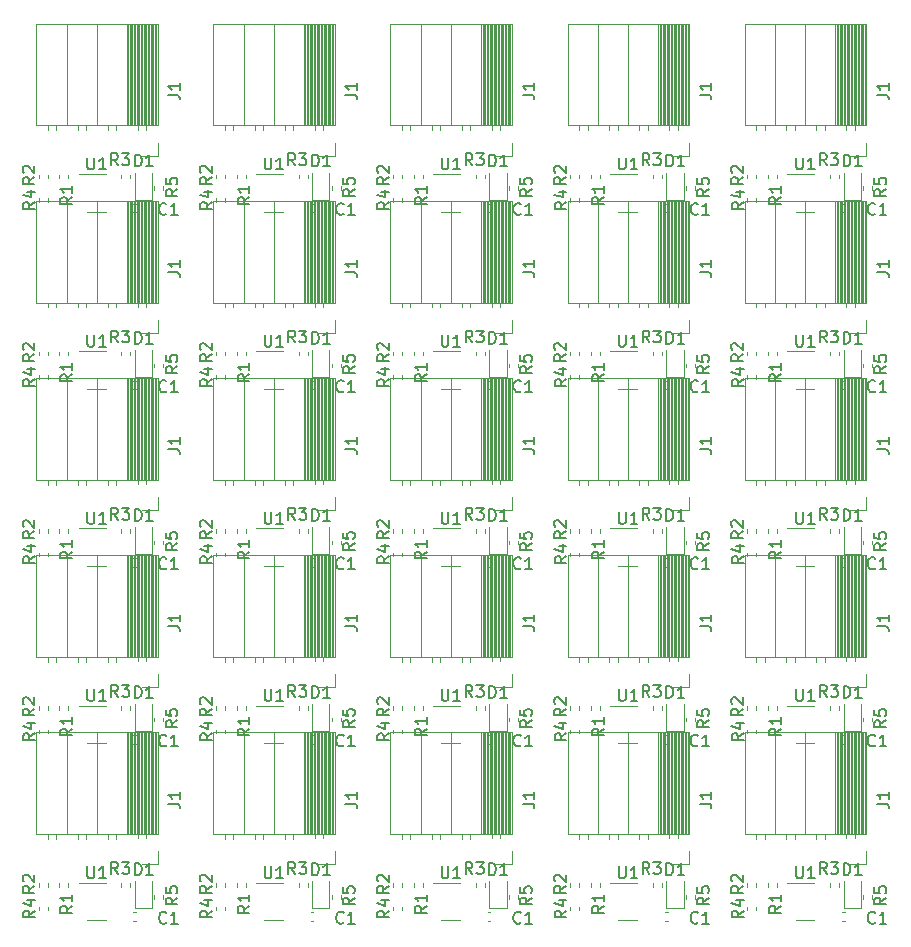
<source format=gbr>
%TF.GenerationSoftware,KiCad,Pcbnew,7.0.1*%
%TF.CreationDate,2024-10-13T19:11:28-04:00*%
%TF.ProjectId,TrackRing-panel,54726163-6b52-4696-9e67-2d70616e656c,rev?*%
%TF.SameCoordinates,Original*%
%TF.FileFunction,Legend,Top*%
%TF.FilePolarity,Positive*%
%FSLAX46Y46*%
G04 Gerber Fmt 4.6, Leading zero omitted, Abs format (unit mm)*
G04 Created by KiCad (PCBNEW 7.0.1) date 2024-10-13 19:11:28*
%MOMM*%
%LPD*%
G01*
G04 APERTURE LIST*
%ADD10C,0.150000*%
%ADD11C,0.120000*%
G04 APERTURE END LIST*
D10*
%TO.C,J1*%
X139582619Y-24603333D02*
X140296904Y-24603333D01*
X140296904Y-24603333D02*
X140439761Y-24650952D01*
X140439761Y-24650952D02*
X140535000Y-24746190D01*
X140535000Y-24746190D02*
X140582619Y-24889047D01*
X140582619Y-24889047D02*
X140582619Y-24984285D01*
X140582619Y-23603333D02*
X140582619Y-24174761D01*
X140582619Y-23889047D02*
X139582619Y-23889047D01*
X139582619Y-23889047D02*
X139725476Y-23984285D01*
X139725476Y-23984285D02*
X139820714Y-24079523D01*
X139820714Y-24079523D02*
X139868333Y-24174761D01*
X169582619Y-24603333D02*
X170296904Y-24603333D01*
X170296904Y-24603333D02*
X170439761Y-24650952D01*
X170439761Y-24650952D02*
X170535000Y-24746190D01*
X170535000Y-24746190D02*
X170582619Y-24889047D01*
X170582619Y-24889047D02*
X170582619Y-24984285D01*
X170582619Y-23603333D02*
X170582619Y-24174761D01*
X170582619Y-23889047D02*
X169582619Y-23889047D01*
X169582619Y-23889047D02*
X169725476Y-23984285D01*
X169725476Y-23984285D02*
X169820714Y-24079523D01*
X169820714Y-24079523D02*
X169868333Y-24174761D01*
X139582619Y-69603333D02*
X140296904Y-69603333D01*
X140296904Y-69603333D02*
X140439761Y-69650952D01*
X140439761Y-69650952D02*
X140535000Y-69746190D01*
X140535000Y-69746190D02*
X140582619Y-69889047D01*
X140582619Y-69889047D02*
X140582619Y-69984285D01*
X140582619Y-68603333D02*
X140582619Y-69174761D01*
X140582619Y-68889047D02*
X139582619Y-68889047D01*
X139582619Y-68889047D02*
X139725476Y-68984285D01*
X139725476Y-68984285D02*
X139820714Y-69079523D01*
X139820714Y-69079523D02*
X139868333Y-69174761D01*
X169582619Y-84603333D02*
X170296904Y-84603333D01*
X170296904Y-84603333D02*
X170439761Y-84650952D01*
X170439761Y-84650952D02*
X170535000Y-84746190D01*
X170535000Y-84746190D02*
X170582619Y-84889047D01*
X170582619Y-84889047D02*
X170582619Y-84984285D01*
X170582619Y-83603333D02*
X170582619Y-84174761D01*
X170582619Y-83889047D02*
X169582619Y-83889047D01*
X169582619Y-83889047D02*
X169725476Y-83984285D01*
X169725476Y-83984285D02*
X169820714Y-84079523D01*
X169820714Y-84079523D02*
X169868333Y-84174761D01*
X124582619Y-24603333D02*
X125296904Y-24603333D01*
X125296904Y-24603333D02*
X125439761Y-24650952D01*
X125439761Y-24650952D02*
X125535000Y-24746190D01*
X125535000Y-24746190D02*
X125582619Y-24889047D01*
X125582619Y-24889047D02*
X125582619Y-24984285D01*
X125582619Y-23603333D02*
X125582619Y-24174761D01*
X125582619Y-23889047D02*
X124582619Y-23889047D01*
X124582619Y-23889047D02*
X124725476Y-23984285D01*
X124725476Y-23984285D02*
X124820714Y-24079523D01*
X124820714Y-24079523D02*
X124868333Y-24174761D01*
X154582619Y-69603333D02*
X155296904Y-69603333D01*
X155296904Y-69603333D02*
X155439761Y-69650952D01*
X155439761Y-69650952D02*
X155535000Y-69746190D01*
X155535000Y-69746190D02*
X155582619Y-69889047D01*
X155582619Y-69889047D02*
X155582619Y-69984285D01*
X155582619Y-68603333D02*
X155582619Y-69174761D01*
X155582619Y-68889047D02*
X154582619Y-68889047D01*
X154582619Y-68889047D02*
X154725476Y-68984285D01*
X154725476Y-68984285D02*
X154820714Y-69079523D01*
X154820714Y-69079523D02*
X154868333Y-69174761D01*
X169582619Y-69603333D02*
X170296904Y-69603333D01*
X170296904Y-69603333D02*
X170439761Y-69650952D01*
X170439761Y-69650952D02*
X170535000Y-69746190D01*
X170535000Y-69746190D02*
X170582619Y-69889047D01*
X170582619Y-69889047D02*
X170582619Y-69984285D01*
X170582619Y-68603333D02*
X170582619Y-69174761D01*
X170582619Y-68889047D02*
X169582619Y-68889047D01*
X169582619Y-68889047D02*
X169725476Y-68984285D01*
X169725476Y-68984285D02*
X169820714Y-69079523D01*
X169820714Y-69079523D02*
X169868333Y-69174761D01*
X124582619Y-84603333D02*
X125296904Y-84603333D01*
X125296904Y-84603333D02*
X125439761Y-84650952D01*
X125439761Y-84650952D02*
X125535000Y-84746190D01*
X125535000Y-84746190D02*
X125582619Y-84889047D01*
X125582619Y-84889047D02*
X125582619Y-84984285D01*
X125582619Y-83603333D02*
X125582619Y-84174761D01*
X125582619Y-83889047D02*
X124582619Y-83889047D01*
X124582619Y-83889047D02*
X124725476Y-83984285D01*
X124725476Y-83984285D02*
X124820714Y-84079523D01*
X124820714Y-84079523D02*
X124868333Y-84174761D01*
X184582619Y-24603333D02*
X185296904Y-24603333D01*
X185296904Y-24603333D02*
X185439761Y-24650952D01*
X185439761Y-24650952D02*
X185535000Y-24746190D01*
X185535000Y-24746190D02*
X185582619Y-24889047D01*
X185582619Y-24889047D02*
X185582619Y-24984285D01*
X185582619Y-23603333D02*
X185582619Y-24174761D01*
X185582619Y-23889047D02*
X184582619Y-23889047D01*
X184582619Y-23889047D02*
X184725476Y-23984285D01*
X184725476Y-23984285D02*
X184820714Y-24079523D01*
X184820714Y-24079523D02*
X184868333Y-24174761D01*
X184582619Y-39603333D02*
X185296904Y-39603333D01*
X185296904Y-39603333D02*
X185439761Y-39650952D01*
X185439761Y-39650952D02*
X185535000Y-39746190D01*
X185535000Y-39746190D02*
X185582619Y-39889047D01*
X185582619Y-39889047D02*
X185582619Y-39984285D01*
X185582619Y-38603333D02*
X185582619Y-39174761D01*
X185582619Y-38889047D02*
X184582619Y-38889047D01*
X184582619Y-38889047D02*
X184725476Y-38984285D01*
X184725476Y-38984285D02*
X184820714Y-39079523D01*
X184820714Y-39079523D02*
X184868333Y-39174761D01*
X154582619Y-54603333D02*
X155296904Y-54603333D01*
X155296904Y-54603333D02*
X155439761Y-54650952D01*
X155439761Y-54650952D02*
X155535000Y-54746190D01*
X155535000Y-54746190D02*
X155582619Y-54889047D01*
X155582619Y-54889047D02*
X155582619Y-54984285D01*
X155582619Y-53603333D02*
X155582619Y-54174761D01*
X155582619Y-53889047D02*
X154582619Y-53889047D01*
X154582619Y-53889047D02*
X154725476Y-53984285D01*
X154725476Y-53984285D02*
X154820714Y-54079523D01*
X154820714Y-54079523D02*
X154868333Y-54174761D01*
X184582619Y-69603333D02*
X185296904Y-69603333D01*
X185296904Y-69603333D02*
X185439761Y-69650952D01*
X185439761Y-69650952D02*
X185535000Y-69746190D01*
X185535000Y-69746190D02*
X185582619Y-69889047D01*
X185582619Y-69889047D02*
X185582619Y-69984285D01*
X185582619Y-68603333D02*
X185582619Y-69174761D01*
X185582619Y-68889047D02*
X184582619Y-68889047D01*
X184582619Y-68889047D02*
X184725476Y-68984285D01*
X184725476Y-68984285D02*
X184820714Y-69079523D01*
X184820714Y-69079523D02*
X184868333Y-69174761D01*
X169582619Y-39603333D02*
X170296904Y-39603333D01*
X170296904Y-39603333D02*
X170439761Y-39650952D01*
X170439761Y-39650952D02*
X170535000Y-39746190D01*
X170535000Y-39746190D02*
X170582619Y-39889047D01*
X170582619Y-39889047D02*
X170582619Y-39984285D01*
X170582619Y-38603333D02*
X170582619Y-39174761D01*
X170582619Y-38889047D02*
X169582619Y-38889047D01*
X169582619Y-38889047D02*
X169725476Y-38984285D01*
X169725476Y-38984285D02*
X169820714Y-39079523D01*
X169820714Y-39079523D02*
X169868333Y-39174761D01*
X124582619Y-39603333D02*
X125296904Y-39603333D01*
X125296904Y-39603333D02*
X125439761Y-39650952D01*
X125439761Y-39650952D02*
X125535000Y-39746190D01*
X125535000Y-39746190D02*
X125582619Y-39889047D01*
X125582619Y-39889047D02*
X125582619Y-39984285D01*
X125582619Y-38603333D02*
X125582619Y-39174761D01*
X125582619Y-38889047D02*
X124582619Y-38889047D01*
X124582619Y-38889047D02*
X124725476Y-38984285D01*
X124725476Y-38984285D02*
X124820714Y-39079523D01*
X124820714Y-39079523D02*
X124868333Y-39174761D01*
X124582619Y-54603333D02*
X125296904Y-54603333D01*
X125296904Y-54603333D02*
X125439761Y-54650952D01*
X125439761Y-54650952D02*
X125535000Y-54746190D01*
X125535000Y-54746190D02*
X125582619Y-54889047D01*
X125582619Y-54889047D02*
X125582619Y-54984285D01*
X125582619Y-53603333D02*
X125582619Y-54174761D01*
X125582619Y-53889047D02*
X124582619Y-53889047D01*
X124582619Y-53889047D02*
X124725476Y-53984285D01*
X124725476Y-53984285D02*
X124820714Y-54079523D01*
X124820714Y-54079523D02*
X124868333Y-54174761D01*
X169582619Y-54603333D02*
X170296904Y-54603333D01*
X170296904Y-54603333D02*
X170439761Y-54650952D01*
X170439761Y-54650952D02*
X170535000Y-54746190D01*
X170535000Y-54746190D02*
X170582619Y-54889047D01*
X170582619Y-54889047D02*
X170582619Y-54984285D01*
X170582619Y-53603333D02*
X170582619Y-54174761D01*
X170582619Y-53889047D02*
X169582619Y-53889047D01*
X169582619Y-53889047D02*
X169725476Y-53984285D01*
X169725476Y-53984285D02*
X169820714Y-54079523D01*
X169820714Y-54079523D02*
X169868333Y-54174761D01*
X154582619Y-24603333D02*
X155296904Y-24603333D01*
X155296904Y-24603333D02*
X155439761Y-24650952D01*
X155439761Y-24650952D02*
X155535000Y-24746190D01*
X155535000Y-24746190D02*
X155582619Y-24889047D01*
X155582619Y-24889047D02*
X155582619Y-24984285D01*
X155582619Y-23603333D02*
X155582619Y-24174761D01*
X155582619Y-23889047D02*
X154582619Y-23889047D01*
X154582619Y-23889047D02*
X154725476Y-23984285D01*
X154725476Y-23984285D02*
X154820714Y-24079523D01*
X154820714Y-24079523D02*
X154868333Y-24174761D01*
X154582619Y-84603333D02*
X155296904Y-84603333D01*
X155296904Y-84603333D02*
X155439761Y-84650952D01*
X155439761Y-84650952D02*
X155535000Y-84746190D01*
X155535000Y-84746190D02*
X155582619Y-84889047D01*
X155582619Y-84889047D02*
X155582619Y-84984285D01*
X155582619Y-83603333D02*
X155582619Y-84174761D01*
X155582619Y-83889047D02*
X154582619Y-83889047D01*
X154582619Y-83889047D02*
X154725476Y-83984285D01*
X154725476Y-83984285D02*
X154820714Y-84079523D01*
X154820714Y-84079523D02*
X154868333Y-84174761D01*
X139582619Y-54603333D02*
X140296904Y-54603333D01*
X140296904Y-54603333D02*
X140439761Y-54650952D01*
X140439761Y-54650952D02*
X140535000Y-54746190D01*
X140535000Y-54746190D02*
X140582619Y-54889047D01*
X140582619Y-54889047D02*
X140582619Y-54984285D01*
X140582619Y-53603333D02*
X140582619Y-54174761D01*
X140582619Y-53889047D02*
X139582619Y-53889047D01*
X139582619Y-53889047D02*
X139725476Y-53984285D01*
X139725476Y-53984285D02*
X139820714Y-54079523D01*
X139820714Y-54079523D02*
X139868333Y-54174761D01*
X154582619Y-39603333D02*
X155296904Y-39603333D01*
X155296904Y-39603333D02*
X155439761Y-39650952D01*
X155439761Y-39650952D02*
X155535000Y-39746190D01*
X155535000Y-39746190D02*
X155582619Y-39889047D01*
X155582619Y-39889047D02*
X155582619Y-39984285D01*
X155582619Y-38603333D02*
X155582619Y-39174761D01*
X155582619Y-38889047D02*
X154582619Y-38889047D01*
X154582619Y-38889047D02*
X154725476Y-38984285D01*
X154725476Y-38984285D02*
X154820714Y-39079523D01*
X154820714Y-39079523D02*
X154868333Y-39174761D01*
X184582619Y-54603333D02*
X185296904Y-54603333D01*
X185296904Y-54603333D02*
X185439761Y-54650952D01*
X185439761Y-54650952D02*
X185535000Y-54746190D01*
X185535000Y-54746190D02*
X185582619Y-54889047D01*
X185582619Y-54889047D02*
X185582619Y-54984285D01*
X185582619Y-53603333D02*
X185582619Y-54174761D01*
X185582619Y-53889047D02*
X184582619Y-53889047D01*
X184582619Y-53889047D02*
X184725476Y-53984285D01*
X184725476Y-53984285D02*
X184820714Y-54079523D01*
X184820714Y-54079523D02*
X184868333Y-54174761D01*
X139582619Y-39603333D02*
X140296904Y-39603333D01*
X140296904Y-39603333D02*
X140439761Y-39650952D01*
X140439761Y-39650952D02*
X140535000Y-39746190D01*
X140535000Y-39746190D02*
X140582619Y-39889047D01*
X140582619Y-39889047D02*
X140582619Y-39984285D01*
X140582619Y-38603333D02*
X140582619Y-39174761D01*
X140582619Y-38889047D02*
X139582619Y-38889047D01*
X139582619Y-38889047D02*
X139725476Y-38984285D01*
X139725476Y-38984285D02*
X139820714Y-39079523D01*
X139820714Y-39079523D02*
X139868333Y-39174761D01*
X124582619Y-69603333D02*
X125296904Y-69603333D01*
X125296904Y-69603333D02*
X125439761Y-69650952D01*
X125439761Y-69650952D02*
X125535000Y-69746190D01*
X125535000Y-69746190D02*
X125582619Y-69889047D01*
X125582619Y-69889047D02*
X125582619Y-69984285D01*
X125582619Y-68603333D02*
X125582619Y-69174761D01*
X125582619Y-68889047D02*
X124582619Y-68889047D01*
X124582619Y-68889047D02*
X124725476Y-68984285D01*
X124725476Y-68984285D02*
X124820714Y-69079523D01*
X124820714Y-69079523D02*
X124868333Y-69174761D01*
X139582619Y-84603333D02*
X140296904Y-84603333D01*
X140296904Y-84603333D02*
X140439761Y-84650952D01*
X140439761Y-84650952D02*
X140535000Y-84746190D01*
X140535000Y-84746190D02*
X140582619Y-84889047D01*
X140582619Y-84889047D02*
X140582619Y-84984285D01*
X140582619Y-83603333D02*
X140582619Y-84174761D01*
X140582619Y-83889047D02*
X139582619Y-83889047D01*
X139582619Y-83889047D02*
X139725476Y-83984285D01*
X139725476Y-83984285D02*
X139820714Y-84079523D01*
X139820714Y-84079523D02*
X139868333Y-84174761D01*
X184582619Y-84603333D02*
X185296904Y-84603333D01*
X185296904Y-84603333D02*
X185439761Y-84650952D01*
X185439761Y-84650952D02*
X185535000Y-84746190D01*
X185535000Y-84746190D02*
X185582619Y-84889047D01*
X185582619Y-84889047D02*
X185582619Y-84984285D01*
X185582619Y-83603333D02*
X185582619Y-84174761D01*
X185582619Y-83889047D02*
X184582619Y-83889047D01*
X184582619Y-83889047D02*
X184725476Y-83984285D01*
X184725476Y-83984285D02*
X184820714Y-84079523D01*
X184820714Y-84079523D02*
X184868333Y-84174761D01*
%TO.C,R2*%
X113262619Y-46566666D02*
X112786428Y-46899999D01*
X113262619Y-47138094D02*
X112262619Y-47138094D01*
X112262619Y-47138094D02*
X112262619Y-46757142D01*
X112262619Y-46757142D02*
X112310238Y-46661904D01*
X112310238Y-46661904D02*
X112357857Y-46614285D01*
X112357857Y-46614285D02*
X112453095Y-46566666D01*
X112453095Y-46566666D02*
X112595952Y-46566666D01*
X112595952Y-46566666D02*
X112691190Y-46614285D01*
X112691190Y-46614285D02*
X112738809Y-46661904D01*
X112738809Y-46661904D02*
X112786428Y-46757142D01*
X112786428Y-46757142D02*
X112786428Y-47138094D01*
X112357857Y-46185713D02*
X112310238Y-46138094D01*
X112310238Y-46138094D02*
X112262619Y-46042856D01*
X112262619Y-46042856D02*
X112262619Y-45804761D01*
X112262619Y-45804761D02*
X112310238Y-45709523D01*
X112310238Y-45709523D02*
X112357857Y-45661904D01*
X112357857Y-45661904D02*
X112453095Y-45614285D01*
X112453095Y-45614285D02*
X112548333Y-45614285D01*
X112548333Y-45614285D02*
X112691190Y-45661904D01*
X112691190Y-45661904D02*
X113262619Y-46233332D01*
X113262619Y-46233332D02*
X113262619Y-45614285D01*
X128262619Y-31566666D02*
X127786428Y-31899999D01*
X128262619Y-32138094D02*
X127262619Y-32138094D01*
X127262619Y-32138094D02*
X127262619Y-31757142D01*
X127262619Y-31757142D02*
X127310238Y-31661904D01*
X127310238Y-31661904D02*
X127357857Y-31614285D01*
X127357857Y-31614285D02*
X127453095Y-31566666D01*
X127453095Y-31566666D02*
X127595952Y-31566666D01*
X127595952Y-31566666D02*
X127691190Y-31614285D01*
X127691190Y-31614285D02*
X127738809Y-31661904D01*
X127738809Y-31661904D02*
X127786428Y-31757142D01*
X127786428Y-31757142D02*
X127786428Y-32138094D01*
X127357857Y-31185713D02*
X127310238Y-31138094D01*
X127310238Y-31138094D02*
X127262619Y-31042856D01*
X127262619Y-31042856D02*
X127262619Y-30804761D01*
X127262619Y-30804761D02*
X127310238Y-30709523D01*
X127310238Y-30709523D02*
X127357857Y-30661904D01*
X127357857Y-30661904D02*
X127453095Y-30614285D01*
X127453095Y-30614285D02*
X127548333Y-30614285D01*
X127548333Y-30614285D02*
X127691190Y-30661904D01*
X127691190Y-30661904D02*
X128262619Y-31233332D01*
X128262619Y-31233332D02*
X128262619Y-30614285D01*
X143262619Y-31566666D02*
X142786428Y-31899999D01*
X143262619Y-32138094D02*
X142262619Y-32138094D01*
X142262619Y-32138094D02*
X142262619Y-31757142D01*
X142262619Y-31757142D02*
X142310238Y-31661904D01*
X142310238Y-31661904D02*
X142357857Y-31614285D01*
X142357857Y-31614285D02*
X142453095Y-31566666D01*
X142453095Y-31566666D02*
X142595952Y-31566666D01*
X142595952Y-31566666D02*
X142691190Y-31614285D01*
X142691190Y-31614285D02*
X142738809Y-31661904D01*
X142738809Y-31661904D02*
X142786428Y-31757142D01*
X142786428Y-31757142D02*
X142786428Y-32138094D01*
X142357857Y-31185713D02*
X142310238Y-31138094D01*
X142310238Y-31138094D02*
X142262619Y-31042856D01*
X142262619Y-31042856D02*
X142262619Y-30804761D01*
X142262619Y-30804761D02*
X142310238Y-30709523D01*
X142310238Y-30709523D02*
X142357857Y-30661904D01*
X142357857Y-30661904D02*
X142453095Y-30614285D01*
X142453095Y-30614285D02*
X142548333Y-30614285D01*
X142548333Y-30614285D02*
X142691190Y-30661904D01*
X142691190Y-30661904D02*
X143262619Y-31233332D01*
X143262619Y-31233332D02*
X143262619Y-30614285D01*
X158262619Y-31566666D02*
X157786428Y-31899999D01*
X158262619Y-32138094D02*
X157262619Y-32138094D01*
X157262619Y-32138094D02*
X157262619Y-31757142D01*
X157262619Y-31757142D02*
X157310238Y-31661904D01*
X157310238Y-31661904D02*
X157357857Y-31614285D01*
X157357857Y-31614285D02*
X157453095Y-31566666D01*
X157453095Y-31566666D02*
X157595952Y-31566666D01*
X157595952Y-31566666D02*
X157691190Y-31614285D01*
X157691190Y-31614285D02*
X157738809Y-31661904D01*
X157738809Y-31661904D02*
X157786428Y-31757142D01*
X157786428Y-31757142D02*
X157786428Y-32138094D01*
X157357857Y-31185713D02*
X157310238Y-31138094D01*
X157310238Y-31138094D02*
X157262619Y-31042856D01*
X157262619Y-31042856D02*
X157262619Y-30804761D01*
X157262619Y-30804761D02*
X157310238Y-30709523D01*
X157310238Y-30709523D02*
X157357857Y-30661904D01*
X157357857Y-30661904D02*
X157453095Y-30614285D01*
X157453095Y-30614285D02*
X157548333Y-30614285D01*
X157548333Y-30614285D02*
X157691190Y-30661904D01*
X157691190Y-30661904D02*
X158262619Y-31233332D01*
X158262619Y-31233332D02*
X158262619Y-30614285D01*
X173262619Y-31566666D02*
X172786428Y-31899999D01*
X173262619Y-32138094D02*
X172262619Y-32138094D01*
X172262619Y-32138094D02*
X172262619Y-31757142D01*
X172262619Y-31757142D02*
X172310238Y-31661904D01*
X172310238Y-31661904D02*
X172357857Y-31614285D01*
X172357857Y-31614285D02*
X172453095Y-31566666D01*
X172453095Y-31566666D02*
X172595952Y-31566666D01*
X172595952Y-31566666D02*
X172691190Y-31614285D01*
X172691190Y-31614285D02*
X172738809Y-31661904D01*
X172738809Y-31661904D02*
X172786428Y-31757142D01*
X172786428Y-31757142D02*
X172786428Y-32138094D01*
X172357857Y-31185713D02*
X172310238Y-31138094D01*
X172310238Y-31138094D02*
X172262619Y-31042856D01*
X172262619Y-31042856D02*
X172262619Y-30804761D01*
X172262619Y-30804761D02*
X172310238Y-30709523D01*
X172310238Y-30709523D02*
X172357857Y-30661904D01*
X172357857Y-30661904D02*
X172453095Y-30614285D01*
X172453095Y-30614285D02*
X172548333Y-30614285D01*
X172548333Y-30614285D02*
X172691190Y-30661904D01*
X172691190Y-30661904D02*
X173262619Y-31233332D01*
X173262619Y-31233332D02*
X173262619Y-30614285D01*
X173262619Y-91566666D02*
X172786428Y-91899999D01*
X173262619Y-92138094D02*
X172262619Y-92138094D01*
X172262619Y-92138094D02*
X172262619Y-91757142D01*
X172262619Y-91757142D02*
X172310238Y-91661904D01*
X172310238Y-91661904D02*
X172357857Y-91614285D01*
X172357857Y-91614285D02*
X172453095Y-91566666D01*
X172453095Y-91566666D02*
X172595952Y-91566666D01*
X172595952Y-91566666D02*
X172691190Y-91614285D01*
X172691190Y-91614285D02*
X172738809Y-91661904D01*
X172738809Y-91661904D02*
X172786428Y-91757142D01*
X172786428Y-91757142D02*
X172786428Y-92138094D01*
X172357857Y-91185713D02*
X172310238Y-91138094D01*
X172310238Y-91138094D02*
X172262619Y-91042856D01*
X172262619Y-91042856D02*
X172262619Y-90804761D01*
X172262619Y-90804761D02*
X172310238Y-90709523D01*
X172310238Y-90709523D02*
X172357857Y-90661904D01*
X172357857Y-90661904D02*
X172453095Y-90614285D01*
X172453095Y-90614285D02*
X172548333Y-90614285D01*
X172548333Y-90614285D02*
X172691190Y-90661904D01*
X172691190Y-90661904D02*
X173262619Y-91233332D01*
X173262619Y-91233332D02*
X173262619Y-90614285D01*
X128262619Y-61566666D02*
X127786428Y-61899999D01*
X128262619Y-62138094D02*
X127262619Y-62138094D01*
X127262619Y-62138094D02*
X127262619Y-61757142D01*
X127262619Y-61757142D02*
X127310238Y-61661904D01*
X127310238Y-61661904D02*
X127357857Y-61614285D01*
X127357857Y-61614285D02*
X127453095Y-61566666D01*
X127453095Y-61566666D02*
X127595952Y-61566666D01*
X127595952Y-61566666D02*
X127691190Y-61614285D01*
X127691190Y-61614285D02*
X127738809Y-61661904D01*
X127738809Y-61661904D02*
X127786428Y-61757142D01*
X127786428Y-61757142D02*
X127786428Y-62138094D01*
X127357857Y-61185713D02*
X127310238Y-61138094D01*
X127310238Y-61138094D02*
X127262619Y-61042856D01*
X127262619Y-61042856D02*
X127262619Y-60804761D01*
X127262619Y-60804761D02*
X127310238Y-60709523D01*
X127310238Y-60709523D02*
X127357857Y-60661904D01*
X127357857Y-60661904D02*
X127453095Y-60614285D01*
X127453095Y-60614285D02*
X127548333Y-60614285D01*
X127548333Y-60614285D02*
X127691190Y-60661904D01*
X127691190Y-60661904D02*
X128262619Y-61233332D01*
X128262619Y-61233332D02*
X128262619Y-60614285D01*
X113262619Y-76566666D02*
X112786428Y-76899999D01*
X113262619Y-77138094D02*
X112262619Y-77138094D01*
X112262619Y-77138094D02*
X112262619Y-76757142D01*
X112262619Y-76757142D02*
X112310238Y-76661904D01*
X112310238Y-76661904D02*
X112357857Y-76614285D01*
X112357857Y-76614285D02*
X112453095Y-76566666D01*
X112453095Y-76566666D02*
X112595952Y-76566666D01*
X112595952Y-76566666D02*
X112691190Y-76614285D01*
X112691190Y-76614285D02*
X112738809Y-76661904D01*
X112738809Y-76661904D02*
X112786428Y-76757142D01*
X112786428Y-76757142D02*
X112786428Y-77138094D01*
X112357857Y-76185713D02*
X112310238Y-76138094D01*
X112310238Y-76138094D02*
X112262619Y-76042856D01*
X112262619Y-76042856D02*
X112262619Y-75804761D01*
X112262619Y-75804761D02*
X112310238Y-75709523D01*
X112310238Y-75709523D02*
X112357857Y-75661904D01*
X112357857Y-75661904D02*
X112453095Y-75614285D01*
X112453095Y-75614285D02*
X112548333Y-75614285D01*
X112548333Y-75614285D02*
X112691190Y-75661904D01*
X112691190Y-75661904D02*
X113262619Y-76233332D01*
X113262619Y-76233332D02*
X113262619Y-75614285D01*
X173262619Y-76566666D02*
X172786428Y-76899999D01*
X173262619Y-77138094D02*
X172262619Y-77138094D01*
X172262619Y-77138094D02*
X172262619Y-76757142D01*
X172262619Y-76757142D02*
X172310238Y-76661904D01*
X172310238Y-76661904D02*
X172357857Y-76614285D01*
X172357857Y-76614285D02*
X172453095Y-76566666D01*
X172453095Y-76566666D02*
X172595952Y-76566666D01*
X172595952Y-76566666D02*
X172691190Y-76614285D01*
X172691190Y-76614285D02*
X172738809Y-76661904D01*
X172738809Y-76661904D02*
X172786428Y-76757142D01*
X172786428Y-76757142D02*
X172786428Y-77138094D01*
X172357857Y-76185713D02*
X172310238Y-76138094D01*
X172310238Y-76138094D02*
X172262619Y-76042856D01*
X172262619Y-76042856D02*
X172262619Y-75804761D01*
X172262619Y-75804761D02*
X172310238Y-75709523D01*
X172310238Y-75709523D02*
X172357857Y-75661904D01*
X172357857Y-75661904D02*
X172453095Y-75614285D01*
X172453095Y-75614285D02*
X172548333Y-75614285D01*
X172548333Y-75614285D02*
X172691190Y-75661904D01*
X172691190Y-75661904D02*
X173262619Y-76233332D01*
X173262619Y-76233332D02*
X173262619Y-75614285D01*
X143262619Y-91566666D02*
X142786428Y-91899999D01*
X143262619Y-92138094D02*
X142262619Y-92138094D01*
X142262619Y-92138094D02*
X142262619Y-91757142D01*
X142262619Y-91757142D02*
X142310238Y-91661904D01*
X142310238Y-91661904D02*
X142357857Y-91614285D01*
X142357857Y-91614285D02*
X142453095Y-91566666D01*
X142453095Y-91566666D02*
X142595952Y-91566666D01*
X142595952Y-91566666D02*
X142691190Y-91614285D01*
X142691190Y-91614285D02*
X142738809Y-91661904D01*
X142738809Y-91661904D02*
X142786428Y-91757142D01*
X142786428Y-91757142D02*
X142786428Y-92138094D01*
X142357857Y-91185713D02*
X142310238Y-91138094D01*
X142310238Y-91138094D02*
X142262619Y-91042856D01*
X142262619Y-91042856D02*
X142262619Y-90804761D01*
X142262619Y-90804761D02*
X142310238Y-90709523D01*
X142310238Y-90709523D02*
X142357857Y-90661904D01*
X142357857Y-90661904D02*
X142453095Y-90614285D01*
X142453095Y-90614285D02*
X142548333Y-90614285D01*
X142548333Y-90614285D02*
X142691190Y-90661904D01*
X142691190Y-90661904D02*
X143262619Y-91233332D01*
X143262619Y-91233332D02*
X143262619Y-90614285D01*
X143262619Y-76566666D02*
X142786428Y-76899999D01*
X143262619Y-77138094D02*
X142262619Y-77138094D01*
X142262619Y-77138094D02*
X142262619Y-76757142D01*
X142262619Y-76757142D02*
X142310238Y-76661904D01*
X142310238Y-76661904D02*
X142357857Y-76614285D01*
X142357857Y-76614285D02*
X142453095Y-76566666D01*
X142453095Y-76566666D02*
X142595952Y-76566666D01*
X142595952Y-76566666D02*
X142691190Y-76614285D01*
X142691190Y-76614285D02*
X142738809Y-76661904D01*
X142738809Y-76661904D02*
X142786428Y-76757142D01*
X142786428Y-76757142D02*
X142786428Y-77138094D01*
X142357857Y-76185713D02*
X142310238Y-76138094D01*
X142310238Y-76138094D02*
X142262619Y-76042856D01*
X142262619Y-76042856D02*
X142262619Y-75804761D01*
X142262619Y-75804761D02*
X142310238Y-75709523D01*
X142310238Y-75709523D02*
X142357857Y-75661904D01*
X142357857Y-75661904D02*
X142453095Y-75614285D01*
X142453095Y-75614285D02*
X142548333Y-75614285D01*
X142548333Y-75614285D02*
X142691190Y-75661904D01*
X142691190Y-75661904D02*
X143262619Y-76233332D01*
X143262619Y-76233332D02*
X143262619Y-75614285D01*
X143262619Y-61566666D02*
X142786428Y-61899999D01*
X143262619Y-62138094D02*
X142262619Y-62138094D01*
X142262619Y-62138094D02*
X142262619Y-61757142D01*
X142262619Y-61757142D02*
X142310238Y-61661904D01*
X142310238Y-61661904D02*
X142357857Y-61614285D01*
X142357857Y-61614285D02*
X142453095Y-61566666D01*
X142453095Y-61566666D02*
X142595952Y-61566666D01*
X142595952Y-61566666D02*
X142691190Y-61614285D01*
X142691190Y-61614285D02*
X142738809Y-61661904D01*
X142738809Y-61661904D02*
X142786428Y-61757142D01*
X142786428Y-61757142D02*
X142786428Y-62138094D01*
X142357857Y-61185713D02*
X142310238Y-61138094D01*
X142310238Y-61138094D02*
X142262619Y-61042856D01*
X142262619Y-61042856D02*
X142262619Y-60804761D01*
X142262619Y-60804761D02*
X142310238Y-60709523D01*
X142310238Y-60709523D02*
X142357857Y-60661904D01*
X142357857Y-60661904D02*
X142453095Y-60614285D01*
X142453095Y-60614285D02*
X142548333Y-60614285D01*
X142548333Y-60614285D02*
X142691190Y-60661904D01*
X142691190Y-60661904D02*
X143262619Y-61233332D01*
X143262619Y-61233332D02*
X143262619Y-60614285D01*
X128262619Y-91566666D02*
X127786428Y-91899999D01*
X128262619Y-92138094D02*
X127262619Y-92138094D01*
X127262619Y-92138094D02*
X127262619Y-91757142D01*
X127262619Y-91757142D02*
X127310238Y-91661904D01*
X127310238Y-91661904D02*
X127357857Y-91614285D01*
X127357857Y-91614285D02*
X127453095Y-91566666D01*
X127453095Y-91566666D02*
X127595952Y-91566666D01*
X127595952Y-91566666D02*
X127691190Y-91614285D01*
X127691190Y-91614285D02*
X127738809Y-91661904D01*
X127738809Y-91661904D02*
X127786428Y-91757142D01*
X127786428Y-91757142D02*
X127786428Y-92138094D01*
X127357857Y-91185713D02*
X127310238Y-91138094D01*
X127310238Y-91138094D02*
X127262619Y-91042856D01*
X127262619Y-91042856D02*
X127262619Y-90804761D01*
X127262619Y-90804761D02*
X127310238Y-90709523D01*
X127310238Y-90709523D02*
X127357857Y-90661904D01*
X127357857Y-90661904D02*
X127453095Y-90614285D01*
X127453095Y-90614285D02*
X127548333Y-90614285D01*
X127548333Y-90614285D02*
X127691190Y-90661904D01*
X127691190Y-90661904D02*
X128262619Y-91233332D01*
X128262619Y-91233332D02*
X128262619Y-90614285D01*
X143262619Y-46566666D02*
X142786428Y-46899999D01*
X143262619Y-47138094D02*
X142262619Y-47138094D01*
X142262619Y-47138094D02*
X142262619Y-46757142D01*
X142262619Y-46757142D02*
X142310238Y-46661904D01*
X142310238Y-46661904D02*
X142357857Y-46614285D01*
X142357857Y-46614285D02*
X142453095Y-46566666D01*
X142453095Y-46566666D02*
X142595952Y-46566666D01*
X142595952Y-46566666D02*
X142691190Y-46614285D01*
X142691190Y-46614285D02*
X142738809Y-46661904D01*
X142738809Y-46661904D02*
X142786428Y-46757142D01*
X142786428Y-46757142D02*
X142786428Y-47138094D01*
X142357857Y-46185713D02*
X142310238Y-46138094D01*
X142310238Y-46138094D02*
X142262619Y-46042856D01*
X142262619Y-46042856D02*
X142262619Y-45804761D01*
X142262619Y-45804761D02*
X142310238Y-45709523D01*
X142310238Y-45709523D02*
X142357857Y-45661904D01*
X142357857Y-45661904D02*
X142453095Y-45614285D01*
X142453095Y-45614285D02*
X142548333Y-45614285D01*
X142548333Y-45614285D02*
X142691190Y-45661904D01*
X142691190Y-45661904D02*
X143262619Y-46233332D01*
X143262619Y-46233332D02*
X143262619Y-45614285D01*
X158262619Y-91566666D02*
X157786428Y-91899999D01*
X158262619Y-92138094D02*
X157262619Y-92138094D01*
X157262619Y-92138094D02*
X157262619Y-91757142D01*
X157262619Y-91757142D02*
X157310238Y-91661904D01*
X157310238Y-91661904D02*
X157357857Y-91614285D01*
X157357857Y-91614285D02*
X157453095Y-91566666D01*
X157453095Y-91566666D02*
X157595952Y-91566666D01*
X157595952Y-91566666D02*
X157691190Y-91614285D01*
X157691190Y-91614285D02*
X157738809Y-91661904D01*
X157738809Y-91661904D02*
X157786428Y-91757142D01*
X157786428Y-91757142D02*
X157786428Y-92138094D01*
X157357857Y-91185713D02*
X157310238Y-91138094D01*
X157310238Y-91138094D02*
X157262619Y-91042856D01*
X157262619Y-91042856D02*
X157262619Y-90804761D01*
X157262619Y-90804761D02*
X157310238Y-90709523D01*
X157310238Y-90709523D02*
X157357857Y-90661904D01*
X157357857Y-90661904D02*
X157453095Y-90614285D01*
X157453095Y-90614285D02*
X157548333Y-90614285D01*
X157548333Y-90614285D02*
X157691190Y-90661904D01*
X157691190Y-90661904D02*
X158262619Y-91233332D01*
X158262619Y-91233332D02*
X158262619Y-90614285D01*
X128262619Y-46566666D02*
X127786428Y-46899999D01*
X128262619Y-47138094D02*
X127262619Y-47138094D01*
X127262619Y-47138094D02*
X127262619Y-46757142D01*
X127262619Y-46757142D02*
X127310238Y-46661904D01*
X127310238Y-46661904D02*
X127357857Y-46614285D01*
X127357857Y-46614285D02*
X127453095Y-46566666D01*
X127453095Y-46566666D02*
X127595952Y-46566666D01*
X127595952Y-46566666D02*
X127691190Y-46614285D01*
X127691190Y-46614285D02*
X127738809Y-46661904D01*
X127738809Y-46661904D02*
X127786428Y-46757142D01*
X127786428Y-46757142D02*
X127786428Y-47138094D01*
X127357857Y-46185713D02*
X127310238Y-46138094D01*
X127310238Y-46138094D02*
X127262619Y-46042856D01*
X127262619Y-46042856D02*
X127262619Y-45804761D01*
X127262619Y-45804761D02*
X127310238Y-45709523D01*
X127310238Y-45709523D02*
X127357857Y-45661904D01*
X127357857Y-45661904D02*
X127453095Y-45614285D01*
X127453095Y-45614285D02*
X127548333Y-45614285D01*
X127548333Y-45614285D02*
X127691190Y-45661904D01*
X127691190Y-45661904D02*
X128262619Y-46233332D01*
X128262619Y-46233332D02*
X128262619Y-45614285D01*
X158262619Y-46566666D02*
X157786428Y-46899999D01*
X158262619Y-47138094D02*
X157262619Y-47138094D01*
X157262619Y-47138094D02*
X157262619Y-46757142D01*
X157262619Y-46757142D02*
X157310238Y-46661904D01*
X157310238Y-46661904D02*
X157357857Y-46614285D01*
X157357857Y-46614285D02*
X157453095Y-46566666D01*
X157453095Y-46566666D02*
X157595952Y-46566666D01*
X157595952Y-46566666D02*
X157691190Y-46614285D01*
X157691190Y-46614285D02*
X157738809Y-46661904D01*
X157738809Y-46661904D02*
X157786428Y-46757142D01*
X157786428Y-46757142D02*
X157786428Y-47138094D01*
X157357857Y-46185713D02*
X157310238Y-46138094D01*
X157310238Y-46138094D02*
X157262619Y-46042856D01*
X157262619Y-46042856D02*
X157262619Y-45804761D01*
X157262619Y-45804761D02*
X157310238Y-45709523D01*
X157310238Y-45709523D02*
X157357857Y-45661904D01*
X157357857Y-45661904D02*
X157453095Y-45614285D01*
X157453095Y-45614285D02*
X157548333Y-45614285D01*
X157548333Y-45614285D02*
X157691190Y-45661904D01*
X157691190Y-45661904D02*
X158262619Y-46233332D01*
X158262619Y-46233332D02*
X158262619Y-45614285D01*
X158262619Y-61566666D02*
X157786428Y-61899999D01*
X158262619Y-62138094D02*
X157262619Y-62138094D01*
X157262619Y-62138094D02*
X157262619Y-61757142D01*
X157262619Y-61757142D02*
X157310238Y-61661904D01*
X157310238Y-61661904D02*
X157357857Y-61614285D01*
X157357857Y-61614285D02*
X157453095Y-61566666D01*
X157453095Y-61566666D02*
X157595952Y-61566666D01*
X157595952Y-61566666D02*
X157691190Y-61614285D01*
X157691190Y-61614285D02*
X157738809Y-61661904D01*
X157738809Y-61661904D02*
X157786428Y-61757142D01*
X157786428Y-61757142D02*
X157786428Y-62138094D01*
X157357857Y-61185713D02*
X157310238Y-61138094D01*
X157310238Y-61138094D02*
X157262619Y-61042856D01*
X157262619Y-61042856D02*
X157262619Y-60804761D01*
X157262619Y-60804761D02*
X157310238Y-60709523D01*
X157310238Y-60709523D02*
X157357857Y-60661904D01*
X157357857Y-60661904D02*
X157453095Y-60614285D01*
X157453095Y-60614285D02*
X157548333Y-60614285D01*
X157548333Y-60614285D02*
X157691190Y-60661904D01*
X157691190Y-60661904D02*
X158262619Y-61233332D01*
X158262619Y-61233332D02*
X158262619Y-60614285D01*
X173262619Y-46566666D02*
X172786428Y-46899999D01*
X173262619Y-47138094D02*
X172262619Y-47138094D01*
X172262619Y-47138094D02*
X172262619Y-46757142D01*
X172262619Y-46757142D02*
X172310238Y-46661904D01*
X172310238Y-46661904D02*
X172357857Y-46614285D01*
X172357857Y-46614285D02*
X172453095Y-46566666D01*
X172453095Y-46566666D02*
X172595952Y-46566666D01*
X172595952Y-46566666D02*
X172691190Y-46614285D01*
X172691190Y-46614285D02*
X172738809Y-46661904D01*
X172738809Y-46661904D02*
X172786428Y-46757142D01*
X172786428Y-46757142D02*
X172786428Y-47138094D01*
X172357857Y-46185713D02*
X172310238Y-46138094D01*
X172310238Y-46138094D02*
X172262619Y-46042856D01*
X172262619Y-46042856D02*
X172262619Y-45804761D01*
X172262619Y-45804761D02*
X172310238Y-45709523D01*
X172310238Y-45709523D02*
X172357857Y-45661904D01*
X172357857Y-45661904D02*
X172453095Y-45614285D01*
X172453095Y-45614285D02*
X172548333Y-45614285D01*
X172548333Y-45614285D02*
X172691190Y-45661904D01*
X172691190Y-45661904D02*
X173262619Y-46233332D01*
X173262619Y-46233332D02*
X173262619Y-45614285D01*
X173262619Y-61566666D02*
X172786428Y-61899999D01*
X173262619Y-62138094D02*
X172262619Y-62138094D01*
X172262619Y-62138094D02*
X172262619Y-61757142D01*
X172262619Y-61757142D02*
X172310238Y-61661904D01*
X172310238Y-61661904D02*
X172357857Y-61614285D01*
X172357857Y-61614285D02*
X172453095Y-61566666D01*
X172453095Y-61566666D02*
X172595952Y-61566666D01*
X172595952Y-61566666D02*
X172691190Y-61614285D01*
X172691190Y-61614285D02*
X172738809Y-61661904D01*
X172738809Y-61661904D02*
X172786428Y-61757142D01*
X172786428Y-61757142D02*
X172786428Y-62138094D01*
X172357857Y-61185713D02*
X172310238Y-61138094D01*
X172310238Y-61138094D02*
X172262619Y-61042856D01*
X172262619Y-61042856D02*
X172262619Y-60804761D01*
X172262619Y-60804761D02*
X172310238Y-60709523D01*
X172310238Y-60709523D02*
X172357857Y-60661904D01*
X172357857Y-60661904D02*
X172453095Y-60614285D01*
X172453095Y-60614285D02*
X172548333Y-60614285D01*
X172548333Y-60614285D02*
X172691190Y-60661904D01*
X172691190Y-60661904D02*
X173262619Y-61233332D01*
X173262619Y-61233332D02*
X173262619Y-60614285D01*
X113262619Y-61566666D02*
X112786428Y-61899999D01*
X113262619Y-62138094D02*
X112262619Y-62138094D01*
X112262619Y-62138094D02*
X112262619Y-61757142D01*
X112262619Y-61757142D02*
X112310238Y-61661904D01*
X112310238Y-61661904D02*
X112357857Y-61614285D01*
X112357857Y-61614285D02*
X112453095Y-61566666D01*
X112453095Y-61566666D02*
X112595952Y-61566666D01*
X112595952Y-61566666D02*
X112691190Y-61614285D01*
X112691190Y-61614285D02*
X112738809Y-61661904D01*
X112738809Y-61661904D02*
X112786428Y-61757142D01*
X112786428Y-61757142D02*
X112786428Y-62138094D01*
X112357857Y-61185713D02*
X112310238Y-61138094D01*
X112310238Y-61138094D02*
X112262619Y-61042856D01*
X112262619Y-61042856D02*
X112262619Y-60804761D01*
X112262619Y-60804761D02*
X112310238Y-60709523D01*
X112310238Y-60709523D02*
X112357857Y-60661904D01*
X112357857Y-60661904D02*
X112453095Y-60614285D01*
X112453095Y-60614285D02*
X112548333Y-60614285D01*
X112548333Y-60614285D02*
X112691190Y-60661904D01*
X112691190Y-60661904D02*
X113262619Y-61233332D01*
X113262619Y-61233332D02*
X113262619Y-60614285D01*
X128262619Y-76566666D02*
X127786428Y-76899999D01*
X128262619Y-77138094D02*
X127262619Y-77138094D01*
X127262619Y-77138094D02*
X127262619Y-76757142D01*
X127262619Y-76757142D02*
X127310238Y-76661904D01*
X127310238Y-76661904D02*
X127357857Y-76614285D01*
X127357857Y-76614285D02*
X127453095Y-76566666D01*
X127453095Y-76566666D02*
X127595952Y-76566666D01*
X127595952Y-76566666D02*
X127691190Y-76614285D01*
X127691190Y-76614285D02*
X127738809Y-76661904D01*
X127738809Y-76661904D02*
X127786428Y-76757142D01*
X127786428Y-76757142D02*
X127786428Y-77138094D01*
X127357857Y-76185713D02*
X127310238Y-76138094D01*
X127310238Y-76138094D02*
X127262619Y-76042856D01*
X127262619Y-76042856D02*
X127262619Y-75804761D01*
X127262619Y-75804761D02*
X127310238Y-75709523D01*
X127310238Y-75709523D02*
X127357857Y-75661904D01*
X127357857Y-75661904D02*
X127453095Y-75614285D01*
X127453095Y-75614285D02*
X127548333Y-75614285D01*
X127548333Y-75614285D02*
X127691190Y-75661904D01*
X127691190Y-75661904D02*
X128262619Y-76233332D01*
X128262619Y-76233332D02*
X128262619Y-75614285D01*
X158262619Y-76566666D02*
X157786428Y-76899999D01*
X158262619Y-77138094D02*
X157262619Y-77138094D01*
X157262619Y-77138094D02*
X157262619Y-76757142D01*
X157262619Y-76757142D02*
X157310238Y-76661904D01*
X157310238Y-76661904D02*
X157357857Y-76614285D01*
X157357857Y-76614285D02*
X157453095Y-76566666D01*
X157453095Y-76566666D02*
X157595952Y-76566666D01*
X157595952Y-76566666D02*
X157691190Y-76614285D01*
X157691190Y-76614285D02*
X157738809Y-76661904D01*
X157738809Y-76661904D02*
X157786428Y-76757142D01*
X157786428Y-76757142D02*
X157786428Y-77138094D01*
X157357857Y-76185713D02*
X157310238Y-76138094D01*
X157310238Y-76138094D02*
X157262619Y-76042856D01*
X157262619Y-76042856D02*
X157262619Y-75804761D01*
X157262619Y-75804761D02*
X157310238Y-75709523D01*
X157310238Y-75709523D02*
X157357857Y-75661904D01*
X157357857Y-75661904D02*
X157453095Y-75614285D01*
X157453095Y-75614285D02*
X157548333Y-75614285D01*
X157548333Y-75614285D02*
X157691190Y-75661904D01*
X157691190Y-75661904D02*
X158262619Y-76233332D01*
X158262619Y-76233332D02*
X158262619Y-75614285D01*
X113262619Y-91566666D02*
X112786428Y-91899999D01*
X113262619Y-92138094D02*
X112262619Y-92138094D01*
X112262619Y-92138094D02*
X112262619Y-91757142D01*
X112262619Y-91757142D02*
X112310238Y-91661904D01*
X112310238Y-91661904D02*
X112357857Y-91614285D01*
X112357857Y-91614285D02*
X112453095Y-91566666D01*
X112453095Y-91566666D02*
X112595952Y-91566666D01*
X112595952Y-91566666D02*
X112691190Y-91614285D01*
X112691190Y-91614285D02*
X112738809Y-91661904D01*
X112738809Y-91661904D02*
X112786428Y-91757142D01*
X112786428Y-91757142D02*
X112786428Y-92138094D01*
X112357857Y-91185713D02*
X112310238Y-91138094D01*
X112310238Y-91138094D02*
X112262619Y-91042856D01*
X112262619Y-91042856D02*
X112262619Y-90804761D01*
X112262619Y-90804761D02*
X112310238Y-90709523D01*
X112310238Y-90709523D02*
X112357857Y-90661904D01*
X112357857Y-90661904D02*
X112453095Y-90614285D01*
X112453095Y-90614285D02*
X112548333Y-90614285D01*
X112548333Y-90614285D02*
X112691190Y-90661904D01*
X112691190Y-90661904D02*
X113262619Y-91233332D01*
X113262619Y-91233332D02*
X113262619Y-90614285D01*
X113262619Y-31566666D02*
X112786428Y-31899999D01*
X113262619Y-32138094D02*
X112262619Y-32138094D01*
X112262619Y-32138094D02*
X112262619Y-31757142D01*
X112262619Y-31757142D02*
X112310238Y-31661904D01*
X112310238Y-31661904D02*
X112357857Y-31614285D01*
X112357857Y-31614285D02*
X112453095Y-31566666D01*
X112453095Y-31566666D02*
X112595952Y-31566666D01*
X112595952Y-31566666D02*
X112691190Y-31614285D01*
X112691190Y-31614285D02*
X112738809Y-31661904D01*
X112738809Y-31661904D02*
X112786428Y-31757142D01*
X112786428Y-31757142D02*
X112786428Y-32138094D01*
X112357857Y-31185713D02*
X112310238Y-31138094D01*
X112310238Y-31138094D02*
X112262619Y-31042856D01*
X112262619Y-31042856D02*
X112262619Y-30804761D01*
X112262619Y-30804761D02*
X112310238Y-30709523D01*
X112310238Y-30709523D02*
X112357857Y-30661904D01*
X112357857Y-30661904D02*
X112453095Y-30614285D01*
X112453095Y-30614285D02*
X112548333Y-30614285D01*
X112548333Y-30614285D02*
X112691190Y-30661904D01*
X112691190Y-30661904D02*
X113262619Y-31233332D01*
X113262619Y-31233332D02*
X113262619Y-30614285D01*
%TO.C,C1*%
X154433333Y-34667380D02*
X154385714Y-34715000D01*
X154385714Y-34715000D02*
X154242857Y-34762619D01*
X154242857Y-34762619D02*
X154147619Y-34762619D01*
X154147619Y-34762619D02*
X154004762Y-34715000D01*
X154004762Y-34715000D02*
X153909524Y-34619761D01*
X153909524Y-34619761D02*
X153861905Y-34524523D01*
X153861905Y-34524523D02*
X153814286Y-34334047D01*
X153814286Y-34334047D02*
X153814286Y-34191190D01*
X153814286Y-34191190D02*
X153861905Y-34000714D01*
X153861905Y-34000714D02*
X153909524Y-33905476D01*
X153909524Y-33905476D02*
X154004762Y-33810238D01*
X154004762Y-33810238D02*
X154147619Y-33762619D01*
X154147619Y-33762619D02*
X154242857Y-33762619D01*
X154242857Y-33762619D02*
X154385714Y-33810238D01*
X154385714Y-33810238D02*
X154433333Y-33857857D01*
X155385714Y-34762619D02*
X154814286Y-34762619D01*
X155100000Y-34762619D02*
X155100000Y-33762619D01*
X155100000Y-33762619D02*
X155004762Y-33905476D01*
X155004762Y-33905476D02*
X154909524Y-34000714D01*
X154909524Y-34000714D02*
X154814286Y-34048333D01*
X124433333Y-49667380D02*
X124385714Y-49715000D01*
X124385714Y-49715000D02*
X124242857Y-49762619D01*
X124242857Y-49762619D02*
X124147619Y-49762619D01*
X124147619Y-49762619D02*
X124004762Y-49715000D01*
X124004762Y-49715000D02*
X123909524Y-49619761D01*
X123909524Y-49619761D02*
X123861905Y-49524523D01*
X123861905Y-49524523D02*
X123814286Y-49334047D01*
X123814286Y-49334047D02*
X123814286Y-49191190D01*
X123814286Y-49191190D02*
X123861905Y-49000714D01*
X123861905Y-49000714D02*
X123909524Y-48905476D01*
X123909524Y-48905476D02*
X124004762Y-48810238D01*
X124004762Y-48810238D02*
X124147619Y-48762619D01*
X124147619Y-48762619D02*
X124242857Y-48762619D01*
X124242857Y-48762619D02*
X124385714Y-48810238D01*
X124385714Y-48810238D02*
X124433333Y-48857857D01*
X125385714Y-49762619D02*
X124814286Y-49762619D01*
X125100000Y-49762619D02*
X125100000Y-48762619D01*
X125100000Y-48762619D02*
X125004762Y-48905476D01*
X125004762Y-48905476D02*
X124909524Y-49000714D01*
X124909524Y-49000714D02*
X124814286Y-49048333D01*
X139433333Y-34667380D02*
X139385714Y-34715000D01*
X139385714Y-34715000D02*
X139242857Y-34762619D01*
X139242857Y-34762619D02*
X139147619Y-34762619D01*
X139147619Y-34762619D02*
X139004762Y-34715000D01*
X139004762Y-34715000D02*
X138909524Y-34619761D01*
X138909524Y-34619761D02*
X138861905Y-34524523D01*
X138861905Y-34524523D02*
X138814286Y-34334047D01*
X138814286Y-34334047D02*
X138814286Y-34191190D01*
X138814286Y-34191190D02*
X138861905Y-34000714D01*
X138861905Y-34000714D02*
X138909524Y-33905476D01*
X138909524Y-33905476D02*
X139004762Y-33810238D01*
X139004762Y-33810238D02*
X139147619Y-33762619D01*
X139147619Y-33762619D02*
X139242857Y-33762619D01*
X139242857Y-33762619D02*
X139385714Y-33810238D01*
X139385714Y-33810238D02*
X139433333Y-33857857D01*
X140385714Y-34762619D02*
X139814286Y-34762619D01*
X140100000Y-34762619D02*
X140100000Y-33762619D01*
X140100000Y-33762619D02*
X140004762Y-33905476D01*
X140004762Y-33905476D02*
X139909524Y-34000714D01*
X139909524Y-34000714D02*
X139814286Y-34048333D01*
X169433333Y-34667380D02*
X169385714Y-34715000D01*
X169385714Y-34715000D02*
X169242857Y-34762619D01*
X169242857Y-34762619D02*
X169147619Y-34762619D01*
X169147619Y-34762619D02*
X169004762Y-34715000D01*
X169004762Y-34715000D02*
X168909524Y-34619761D01*
X168909524Y-34619761D02*
X168861905Y-34524523D01*
X168861905Y-34524523D02*
X168814286Y-34334047D01*
X168814286Y-34334047D02*
X168814286Y-34191190D01*
X168814286Y-34191190D02*
X168861905Y-34000714D01*
X168861905Y-34000714D02*
X168909524Y-33905476D01*
X168909524Y-33905476D02*
X169004762Y-33810238D01*
X169004762Y-33810238D02*
X169147619Y-33762619D01*
X169147619Y-33762619D02*
X169242857Y-33762619D01*
X169242857Y-33762619D02*
X169385714Y-33810238D01*
X169385714Y-33810238D02*
X169433333Y-33857857D01*
X170385714Y-34762619D02*
X169814286Y-34762619D01*
X170100000Y-34762619D02*
X170100000Y-33762619D01*
X170100000Y-33762619D02*
X170004762Y-33905476D01*
X170004762Y-33905476D02*
X169909524Y-34000714D01*
X169909524Y-34000714D02*
X169814286Y-34048333D01*
X184433333Y-34667380D02*
X184385714Y-34715000D01*
X184385714Y-34715000D02*
X184242857Y-34762619D01*
X184242857Y-34762619D02*
X184147619Y-34762619D01*
X184147619Y-34762619D02*
X184004762Y-34715000D01*
X184004762Y-34715000D02*
X183909524Y-34619761D01*
X183909524Y-34619761D02*
X183861905Y-34524523D01*
X183861905Y-34524523D02*
X183814286Y-34334047D01*
X183814286Y-34334047D02*
X183814286Y-34191190D01*
X183814286Y-34191190D02*
X183861905Y-34000714D01*
X183861905Y-34000714D02*
X183909524Y-33905476D01*
X183909524Y-33905476D02*
X184004762Y-33810238D01*
X184004762Y-33810238D02*
X184147619Y-33762619D01*
X184147619Y-33762619D02*
X184242857Y-33762619D01*
X184242857Y-33762619D02*
X184385714Y-33810238D01*
X184385714Y-33810238D02*
X184433333Y-33857857D01*
X185385714Y-34762619D02*
X184814286Y-34762619D01*
X185100000Y-34762619D02*
X185100000Y-33762619D01*
X185100000Y-33762619D02*
X185004762Y-33905476D01*
X185004762Y-33905476D02*
X184909524Y-34000714D01*
X184909524Y-34000714D02*
X184814286Y-34048333D01*
X139433333Y-49667380D02*
X139385714Y-49715000D01*
X139385714Y-49715000D02*
X139242857Y-49762619D01*
X139242857Y-49762619D02*
X139147619Y-49762619D01*
X139147619Y-49762619D02*
X139004762Y-49715000D01*
X139004762Y-49715000D02*
X138909524Y-49619761D01*
X138909524Y-49619761D02*
X138861905Y-49524523D01*
X138861905Y-49524523D02*
X138814286Y-49334047D01*
X138814286Y-49334047D02*
X138814286Y-49191190D01*
X138814286Y-49191190D02*
X138861905Y-49000714D01*
X138861905Y-49000714D02*
X138909524Y-48905476D01*
X138909524Y-48905476D02*
X139004762Y-48810238D01*
X139004762Y-48810238D02*
X139147619Y-48762619D01*
X139147619Y-48762619D02*
X139242857Y-48762619D01*
X139242857Y-48762619D02*
X139385714Y-48810238D01*
X139385714Y-48810238D02*
X139433333Y-48857857D01*
X140385714Y-49762619D02*
X139814286Y-49762619D01*
X140100000Y-49762619D02*
X140100000Y-48762619D01*
X140100000Y-48762619D02*
X140004762Y-48905476D01*
X140004762Y-48905476D02*
X139909524Y-49000714D01*
X139909524Y-49000714D02*
X139814286Y-49048333D01*
X154433333Y-49667380D02*
X154385714Y-49715000D01*
X154385714Y-49715000D02*
X154242857Y-49762619D01*
X154242857Y-49762619D02*
X154147619Y-49762619D01*
X154147619Y-49762619D02*
X154004762Y-49715000D01*
X154004762Y-49715000D02*
X153909524Y-49619761D01*
X153909524Y-49619761D02*
X153861905Y-49524523D01*
X153861905Y-49524523D02*
X153814286Y-49334047D01*
X153814286Y-49334047D02*
X153814286Y-49191190D01*
X153814286Y-49191190D02*
X153861905Y-49000714D01*
X153861905Y-49000714D02*
X153909524Y-48905476D01*
X153909524Y-48905476D02*
X154004762Y-48810238D01*
X154004762Y-48810238D02*
X154147619Y-48762619D01*
X154147619Y-48762619D02*
X154242857Y-48762619D01*
X154242857Y-48762619D02*
X154385714Y-48810238D01*
X154385714Y-48810238D02*
X154433333Y-48857857D01*
X155385714Y-49762619D02*
X154814286Y-49762619D01*
X155100000Y-49762619D02*
X155100000Y-48762619D01*
X155100000Y-48762619D02*
X155004762Y-48905476D01*
X155004762Y-48905476D02*
X154909524Y-49000714D01*
X154909524Y-49000714D02*
X154814286Y-49048333D01*
X154433333Y-64667380D02*
X154385714Y-64715000D01*
X154385714Y-64715000D02*
X154242857Y-64762619D01*
X154242857Y-64762619D02*
X154147619Y-64762619D01*
X154147619Y-64762619D02*
X154004762Y-64715000D01*
X154004762Y-64715000D02*
X153909524Y-64619761D01*
X153909524Y-64619761D02*
X153861905Y-64524523D01*
X153861905Y-64524523D02*
X153814286Y-64334047D01*
X153814286Y-64334047D02*
X153814286Y-64191190D01*
X153814286Y-64191190D02*
X153861905Y-64000714D01*
X153861905Y-64000714D02*
X153909524Y-63905476D01*
X153909524Y-63905476D02*
X154004762Y-63810238D01*
X154004762Y-63810238D02*
X154147619Y-63762619D01*
X154147619Y-63762619D02*
X154242857Y-63762619D01*
X154242857Y-63762619D02*
X154385714Y-63810238D01*
X154385714Y-63810238D02*
X154433333Y-63857857D01*
X155385714Y-64762619D02*
X154814286Y-64762619D01*
X155100000Y-64762619D02*
X155100000Y-63762619D01*
X155100000Y-63762619D02*
X155004762Y-63905476D01*
X155004762Y-63905476D02*
X154909524Y-64000714D01*
X154909524Y-64000714D02*
X154814286Y-64048333D01*
X184433333Y-64667380D02*
X184385714Y-64715000D01*
X184385714Y-64715000D02*
X184242857Y-64762619D01*
X184242857Y-64762619D02*
X184147619Y-64762619D01*
X184147619Y-64762619D02*
X184004762Y-64715000D01*
X184004762Y-64715000D02*
X183909524Y-64619761D01*
X183909524Y-64619761D02*
X183861905Y-64524523D01*
X183861905Y-64524523D02*
X183814286Y-64334047D01*
X183814286Y-64334047D02*
X183814286Y-64191190D01*
X183814286Y-64191190D02*
X183861905Y-64000714D01*
X183861905Y-64000714D02*
X183909524Y-63905476D01*
X183909524Y-63905476D02*
X184004762Y-63810238D01*
X184004762Y-63810238D02*
X184147619Y-63762619D01*
X184147619Y-63762619D02*
X184242857Y-63762619D01*
X184242857Y-63762619D02*
X184385714Y-63810238D01*
X184385714Y-63810238D02*
X184433333Y-63857857D01*
X185385714Y-64762619D02*
X184814286Y-64762619D01*
X185100000Y-64762619D02*
X185100000Y-63762619D01*
X185100000Y-63762619D02*
X185004762Y-63905476D01*
X185004762Y-63905476D02*
X184909524Y-64000714D01*
X184909524Y-64000714D02*
X184814286Y-64048333D01*
X124433333Y-79667380D02*
X124385714Y-79715000D01*
X124385714Y-79715000D02*
X124242857Y-79762619D01*
X124242857Y-79762619D02*
X124147619Y-79762619D01*
X124147619Y-79762619D02*
X124004762Y-79715000D01*
X124004762Y-79715000D02*
X123909524Y-79619761D01*
X123909524Y-79619761D02*
X123861905Y-79524523D01*
X123861905Y-79524523D02*
X123814286Y-79334047D01*
X123814286Y-79334047D02*
X123814286Y-79191190D01*
X123814286Y-79191190D02*
X123861905Y-79000714D01*
X123861905Y-79000714D02*
X123909524Y-78905476D01*
X123909524Y-78905476D02*
X124004762Y-78810238D01*
X124004762Y-78810238D02*
X124147619Y-78762619D01*
X124147619Y-78762619D02*
X124242857Y-78762619D01*
X124242857Y-78762619D02*
X124385714Y-78810238D01*
X124385714Y-78810238D02*
X124433333Y-78857857D01*
X125385714Y-79762619D02*
X124814286Y-79762619D01*
X125100000Y-79762619D02*
X125100000Y-78762619D01*
X125100000Y-78762619D02*
X125004762Y-78905476D01*
X125004762Y-78905476D02*
X124909524Y-79000714D01*
X124909524Y-79000714D02*
X124814286Y-79048333D01*
X139433333Y-79667380D02*
X139385714Y-79715000D01*
X139385714Y-79715000D02*
X139242857Y-79762619D01*
X139242857Y-79762619D02*
X139147619Y-79762619D01*
X139147619Y-79762619D02*
X139004762Y-79715000D01*
X139004762Y-79715000D02*
X138909524Y-79619761D01*
X138909524Y-79619761D02*
X138861905Y-79524523D01*
X138861905Y-79524523D02*
X138814286Y-79334047D01*
X138814286Y-79334047D02*
X138814286Y-79191190D01*
X138814286Y-79191190D02*
X138861905Y-79000714D01*
X138861905Y-79000714D02*
X138909524Y-78905476D01*
X138909524Y-78905476D02*
X139004762Y-78810238D01*
X139004762Y-78810238D02*
X139147619Y-78762619D01*
X139147619Y-78762619D02*
X139242857Y-78762619D01*
X139242857Y-78762619D02*
X139385714Y-78810238D01*
X139385714Y-78810238D02*
X139433333Y-78857857D01*
X140385714Y-79762619D02*
X139814286Y-79762619D01*
X140100000Y-79762619D02*
X140100000Y-78762619D01*
X140100000Y-78762619D02*
X140004762Y-78905476D01*
X140004762Y-78905476D02*
X139909524Y-79000714D01*
X139909524Y-79000714D02*
X139814286Y-79048333D01*
X139433333Y-64667380D02*
X139385714Y-64715000D01*
X139385714Y-64715000D02*
X139242857Y-64762619D01*
X139242857Y-64762619D02*
X139147619Y-64762619D01*
X139147619Y-64762619D02*
X139004762Y-64715000D01*
X139004762Y-64715000D02*
X138909524Y-64619761D01*
X138909524Y-64619761D02*
X138861905Y-64524523D01*
X138861905Y-64524523D02*
X138814286Y-64334047D01*
X138814286Y-64334047D02*
X138814286Y-64191190D01*
X138814286Y-64191190D02*
X138861905Y-64000714D01*
X138861905Y-64000714D02*
X138909524Y-63905476D01*
X138909524Y-63905476D02*
X139004762Y-63810238D01*
X139004762Y-63810238D02*
X139147619Y-63762619D01*
X139147619Y-63762619D02*
X139242857Y-63762619D01*
X139242857Y-63762619D02*
X139385714Y-63810238D01*
X139385714Y-63810238D02*
X139433333Y-63857857D01*
X140385714Y-64762619D02*
X139814286Y-64762619D01*
X140100000Y-64762619D02*
X140100000Y-63762619D01*
X140100000Y-63762619D02*
X140004762Y-63905476D01*
X140004762Y-63905476D02*
X139909524Y-64000714D01*
X139909524Y-64000714D02*
X139814286Y-64048333D01*
X169433333Y-64667380D02*
X169385714Y-64715000D01*
X169385714Y-64715000D02*
X169242857Y-64762619D01*
X169242857Y-64762619D02*
X169147619Y-64762619D01*
X169147619Y-64762619D02*
X169004762Y-64715000D01*
X169004762Y-64715000D02*
X168909524Y-64619761D01*
X168909524Y-64619761D02*
X168861905Y-64524523D01*
X168861905Y-64524523D02*
X168814286Y-64334047D01*
X168814286Y-64334047D02*
X168814286Y-64191190D01*
X168814286Y-64191190D02*
X168861905Y-64000714D01*
X168861905Y-64000714D02*
X168909524Y-63905476D01*
X168909524Y-63905476D02*
X169004762Y-63810238D01*
X169004762Y-63810238D02*
X169147619Y-63762619D01*
X169147619Y-63762619D02*
X169242857Y-63762619D01*
X169242857Y-63762619D02*
X169385714Y-63810238D01*
X169385714Y-63810238D02*
X169433333Y-63857857D01*
X170385714Y-64762619D02*
X169814286Y-64762619D01*
X170100000Y-64762619D02*
X170100000Y-63762619D01*
X170100000Y-63762619D02*
X170004762Y-63905476D01*
X170004762Y-63905476D02*
X169909524Y-64000714D01*
X169909524Y-64000714D02*
X169814286Y-64048333D01*
X184433333Y-49667380D02*
X184385714Y-49715000D01*
X184385714Y-49715000D02*
X184242857Y-49762619D01*
X184242857Y-49762619D02*
X184147619Y-49762619D01*
X184147619Y-49762619D02*
X184004762Y-49715000D01*
X184004762Y-49715000D02*
X183909524Y-49619761D01*
X183909524Y-49619761D02*
X183861905Y-49524523D01*
X183861905Y-49524523D02*
X183814286Y-49334047D01*
X183814286Y-49334047D02*
X183814286Y-49191190D01*
X183814286Y-49191190D02*
X183861905Y-49000714D01*
X183861905Y-49000714D02*
X183909524Y-48905476D01*
X183909524Y-48905476D02*
X184004762Y-48810238D01*
X184004762Y-48810238D02*
X184147619Y-48762619D01*
X184147619Y-48762619D02*
X184242857Y-48762619D01*
X184242857Y-48762619D02*
X184385714Y-48810238D01*
X184385714Y-48810238D02*
X184433333Y-48857857D01*
X185385714Y-49762619D02*
X184814286Y-49762619D01*
X185100000Y-49762619D02*
X185100000Y-48762619D01*
X185100000Y-48762619D02*
X185004762Y-48905476D01*
X185004762Y-48905476D02*
X184909524Y-49000714D01*
X184909524Y-49000714D02*
X184814286Y-49048333D01*
X169433333Y-49667380D02*
X169385714Y-49715000D01*
X169385714Y-49715000D02*
X169242857Y-49762619D01*
X169242857Y-49762619D02*
X169147619Y-49762619D01*
X169147619Y-49762619D02*
X169004762Y-49715000D01*
X169004762Y-49715000D02*
X168909524Y-49619761D01*
X168909524Y-49619761D02*
X168861905Y-49524523D01*
X168861905Y-49524523D02*
X168814286Y-49334047D01*
X168814286Y-49334047D02*
X168814286Y-49191190D01*
X168814286Y-49191190D02*
X168861905Y-49000714D01*
X168861905Y-49000714D02*
X168909524Y-48905476D01*
X168909524Y-48905476D02*
X169004762Y-48810238D01*
X169004762Y-48810238D02*
X169147619Y-48762619D01*
X169147619Y-48762619D02*
X169242857Y-48762619D01*
X169242857Y-48762619D02*
X169385714Y-48810238D01*
X169385714Y-48810238D02*
X169433333Y-48857857D01*
X170385714Y-49762619D02*
X169814286Y-49762619D01*
X170100000Y-49762619D02*
X170100000Y-48762619D01*
X170100000Y-48762619D02*
X170004762Y-48905476D01*
X170004762Y-48905476D02*
X169909524Y-49000714D01*
X169909524Y-49000714D02*
X169814286Y-49048333D01*
X124433333Y-64667380D02*
X124385714Y-64715000D01*
X124385714Y-64715000D02*
X124242857Y-64762619D01*
X124242857Y-64762619D02*
X124147619Y-64762619D01*
X124147619Y-64762619D02*
X124004762Y-64715000D01*
X124004762Y-64715000D02*
X123909524Y-64619761D01*
X123909524Y-64619761D02*
X123861905Y-64524523D01*
X123861905Y-64524523D02*
X123814286Y-64334047D01*
X123814286Y-64334047D02*
X123814286Y-64191190D01*
X123814286Y-64191190D02*
X123861905Y-64000714D01*
X123861905Y-64000714D02*
X123909524Y-63905476D01*
X123909524Y-63905476D02*
X124004762Y-63810238D01*
X124004762Y-63810238D02*
X124147619Y-63762619D01*
X124147619Y-63762619D02*
X124242857Y-63762619D01*
X124242857Y-63762619D02*
X124385714Y-63810238D01*
X124385714Y-63810238D02*
X124433333Y-63857857D01*
X125385714Y-64762619D02*
X124814286Y-64762619D01*
X125100000Y-64762619D02*
X125100000Y-63762619D01*
X125100000Y-63762619D02*
X125004762Y-63905476D01*
X125004762Y-63905476D02*
X124909524Y-64000714D01*
X124909524Y-64000714D02*
X124814286Y-64048333D01*
X154433333Y-79667380D02*
X154385714Y-79715000D01*
X154385714Y-79715000D02*
X154242857Y-79762619D01*
X154242857Y-79762619D02*
X154147619Y-79762619D01*
X154147619Y-79762619D02*
X154004762Y-79715000D01*
X154004762Y-79715000D02*
X153909524Y-79619761D01*
X153909524Y-79619761D02*
X153861905Y-79524523D01*
X153861905Y-79524523D02*
X153814286Y-79334047D01*
X153814286Y-79334047D02*
X153814286Y-79191190D01*
X153814286Y-79191190D02*
X153861905Y-79000714D01*
X153861905Y-79000714D02*
X153909524Y-78905476D01*
X153909524Y-78905476D02*
X154004762Y-78810238D01*
X154004762Y-78810238D02*
X154147619Y-78762619D01*
X154147619Y-78762619D02*
X154242857Y-78762619D01*
X154242857Y-78762619D02*
X154385714Y-78810238D01*
X154385714Y-78810238D02*
X154433333Y-78857857D01*
X155385714Y-79762619D02*
X154814286Y-79762619D01*
X155100000Y-79762619D02*
X155100000Y-78762619D01*
X155100000Y-78762619D02*
X155004762Y-78905476D01*
X155004762Y-78905476D02*
X154909524Y-79000714D01*
X154909524Y-79000714D02*
X154814286Y-79048333D01*
X124433333Y-34667380D02*
X124385714Y-34715000D01*
X124385714Y-34715000D02*
X124242857Y-34762619D01*
X124242857Y-34762619D02*
X124147619Y-34762619D01*
X124147619Y-34762619D02*
X124004762Y-34715000D01*
X124004762Y-34715000D02*
X123909524Y-34619761D01*
X123909524Y-34619761D02*
X123861905Y-34524523D01*
X123861905Y-34524523D02*
X123814286Y-34334047D01*
X123814286Y-34334047D02*
X123814286Y-34191190D01*
X123814286Y-34191190D02*
X123861905Y-34000714D01*
X123861905Y-34000714D02*
X123909524Y-33905476D01*
X123909524Y-33905476D02*
X124004762Y-33810238D01*
X124004762Y-33810238D02*
X124147619Y-33762619D01*
X124147619Y-33762619D02*
X124242857Y-33762619D01*
X124242857Y-33762619D02*
X124385714Y-33810238D01*
X124385714Y-33810238D02*
X124433333Y-33857857D01*
X125385714Y-34762619D02*
X124814286Y-34762619D01*
X125100000Y-34762619D02*
X125100000Y-33762619D01*
X125100000Y-33762619D02*
X125004762Y-33905476D01*
X125004762Y-33905476D02*
X124909524Y-34000714D01*
X124909524Y-34000714D02*
X124814286Y-34048333D01*
X154433333Y-94667380D02*
X154385714Y-94715000D01*
X154385714Y-94715000D02*
X154242857Y-94762619D01*
X154242857Y-94762619D02*
X154147619Y-94762619D01*
X154147619Y-94762619D02*
X154004762Y-94715000D01*
X154004762Y-94715000D02*
X153909524Y-94619761D01*
X153909524Y-94619761D02*
X153861905Y-94524523D01*
X153861905Y-94524523D02*
X153814286Y-94334047D01*
X153814286Y-94334047D02*
X153814286Y-94191190D01*
X153814286Y-94191190D02*
X153861905Y-94000714D01*
X153861905Y-94000714D02*
X153909524Y-93905476D01*
X153909524Y-93905476D02*
X154004762Y-93810238D01*
X154004762Y-93810238D02*
X154147619Y-93762619D01*
X154147619Y-93762619D02*
X154242857Y-93762619D01*
X154242857Y-93762619D02*
X154385714Y-93810238D01*
X154385714Y-93810238D02*
X154433333Y-93857857D01*
X155385714Y-94762619D02*
X154814286Y-94762619D01*
X155100000Y-94762619D02*
X155100000Y-93762619D01*
X155100000Y-93762619D02*
X155004762Y-93905476D01*
X155004762Y-93905476D02*
X154909524Y-94000714D01*
X154909524Y-94000714D02*
X154814286Y-94048333D01*
X124433333Y-94667380D02*
X124385714Y-94715000D01*
X124385714Y-94715000D02*
X124242857Y-94762619D01*
X124242857Y-94762619D02*
X124147619Y-94762619D01*
X124147619Y-94762619D02*
X124004762Y-94715000D01*
X124004762Y-94715000D02*
X123909524Y-94619761D01*
X123909524Y-94619761D02*
X123861905Y-94524523D01*
X123861905Y-94524523D02*
X123814286Y-94334047D01*
X123814286Y-94334047D02*
X123814286Y-94191190D01*
X123814286Y-94191190D02*
X123861905Y-94000714D01*
X123861905Y-94000714D02*
X123909524Y-93905476D01*
X123909524Y-93905476D02*
X124004762Y-93810238D01*
X124004762Y-93810238D02*
X124147619Y-93762619D01*
X124147619Y-93762619D02*
X124242857Y-93762619D01*
X124242857Y-93762619D02*
X124385714Y-93810238D01*
X124385714Y-93810238D02*
X124433333Y-93857857D01*
X125385714Y-94762619D02*
X124814286Y-94762619D01*
X125100000Y-94762619D02*
X125100000Y-93762619D01*
X125100000Y-93762619D02*
X125004762Y-93905476D01*
X125004762Y-93905476D02*
X124909524Y-94000714D01*
X124909524Y-94000714D02*
X124814286Y-94048333D01*
X184433333Y-94667380D02*
X184385714Y-94715000D01*
X184385714Y-94715000D02*
X184242857Y-94762619D01*
X184242857Y-94762619D02*
X184147619Y-94762619D01*
X184147619Y-94762619D02*
X184004762Y-94715000D01*
X184004762Y-94715000D02*
X183909524Y-94619761D01*
X183909524Y-94619761D02*
X183861905Y-94524523D01*
X183861905Y-94524523D02*
X183814286Y-94334047D01*
X183814286Y-94334047D02*
X183814286Y-94191190D01*
X183814286Y-94191190D02*
X183861905Y-94000714D01*
X183861905Y-94000714D02*
X183909524Y-93905476D01*
X183909524Y-93905476D02*
X184004762Y-93810238D01*
X184004762Y-93810238D02*
X184147619Y-93762619D01*
X184147619Y-93762619D02*
X184242857Y-93762619D01*
X184242857Y-93762619D02*
X184385714Y-93810238D01*
X184385714Y-93810238D02*
X184433333Y-93857857D01*
X185385714Y-94762619D02*
X184814286Y-94762619D01*
X185100000Y-94762619D02*
X185100000Y-93762619D01*
X185100000Y-93762619D02*
X185004762Y-93905476D01*
X185004762Y-93905476D02*
X184909524Y-94000714D01*
X184909524Y-94000714D02*
X184814286Y-94048333D01*
X169433333Y-79667380D02*
X169385714Y-79715000D01*
X169385714Y-79715000D02*
X169242857Y-79762619D01*
X169242857Y-79762619D02*
X169147619Y-79762619D01*
X169147619Y-79762619D02*
X169004762Y-79715000D01*
X169004762Y-79715000D02*
X168909524Y-79619761D01*
X168909524Y-79619761D02*
X168861905Y-79524523D01*
X168861905Y-79524523D02*
X168814286Y-79334047D01*
X168814286Y-79334047D02*
X168814286Y-79191190D01*
X168814286Y-79191190D02*
X168861905Y-79000714D01*
X168861905Y-79000714D02*
X168909524Y-78905476D01*
X168909524Y-78905476D02*
X169004762Y-78810238D01*
X169004762Y-78810238D02*
X169147619Y-78762619D01*
X169147619Y-78762619D02*
X169242857Y-78762619D01*
X169242857Y-78762619D02*
X169385714Y-78810238D01*
X169385714Y-78810238D02*
X169433333Y-78857857D01*
X170385714Y-79762619D02*
X169814286Y-79762619D01*
X170100000Y-79762619D02*
X170100000Y-78762619D01*
X170100000Y-78762619D02*
X170004762Y-78905476D01*
X170004762Y-78905476D02*
X169909524Y-79000714D01*
X169909524Y-79000714D02*
X169814286Y-79048333D01*
X184433333Y-79667380D02*
X184385714Y-79715000D01*
X184385714Y-79715000D02*
X184242857Y-79762619D01*
X184242857Y-79762619D02*
X184147619Y-79762619D01*
X184147619Y-79762619D02*
X184004762Y-79715000D01*
X184004762Y-79715000D02*
X183909524Y-79619761D01*
X183909524Y-79619761D02*
X183861905Y-79524523D01*
X183861905Y-79524523D02*
X183814286Y-79334047D01*
X183814286Y-79334047D02*
X183814286Y-79191190D01*
X183814286Y-79191190D02*
X183861905Y-79000714D01*
X183861905Y-79000714D02*
X183909524Y-78905476D01*
X183909524Y-78905476D02*
X184004762Y-78810238D01*
X184004762Y-78810238D02*
X184147619Y-78762619D01*
X184147619Y-78762619D02*
X184242857Y-78762619D01*
X184242857Y-78762619D02*
X184385714Y-78810238D01*
X184385714Y-78810238D02*
X184433333Y-78857857D01*
X185385714Y-79762619D02*
X184814286Y-79762619D01*
X185100000Y-79762619D02*
X185100000Y-78762619D01*
X185100000Y-78762619D02*
X185004762Y-78905476D01*
X185004762Y-78905476D02*
X184909524Y-79000714D01*
X184909524Y-79000714D02*
X184814286Y-79048333D01*
X169433333Y-94667380D02*
X169385714Y-94715000D01*
X169385714Y-94715000D02*
X169242857Y-94762619D01*
X169242857Y-94762619D02*
X169147619Y-94762619D01*
X169147619Y-94762619D02*
X169004762Y-94715000D01*
X169004762Y-94715000D02*
X168909524Y-94619761D01*
X168909524Y-94619761D02*
X168861905Y-94524523D01*
X168861905Y-94524523D02*
X168814286Y-94334047D01*
X168814286Y-94334047D02*
X168814286Y-94191190D01*
X168814286Y-94191190D02*
X168861905Y-94000714D01*
X168861905Y-94000714D02*
X168909524Y-93905476D01*
X168909524Y-93905476D02*
X169004762Y-93810238D01*
X169004762Y-93810238D02*
X169147619Y-93762619D01*
X169147619Y-93762619D02*
X169242857Y-93762619D01*
X169242857Y-93762619D02*
X169385714Y-93810238D01*
X169385714Y-93810238D02*
X169433333Y-93857857D01*
X170385714Y-94762619D02*
X169814286Y-94762619D01*
X170100000Y-94762619D02*
X170100000Y-93762619D01*
X170100000Y-93762619D02*
X170004762Y-93905476D01*
X170004762Y-93905476D02*
X169909524Y-94000714D01*
X169909524Y-94000714D02*
X169814286Y-94048333D01*
X139433333Y-94667380D02*
X139385714Y-94715000D01*
X139385714Y-94715000D02*
X139242857Y-94762619D01*
X139242857Y-94762619D02*
X139147619Y-94762619D01*
X139147619Y-94762619D02*
X139004762Y-94715000D01*
X139004762Y-94715000D02*
X138909524Y-94619761D01*
X138909524Y-94619761D02*
X138861905Y-94524523D01*
X138861905Y-94524523D02*
X138814286Y-94334047D01*
X138814286Y-94334047D02*
X138814286Y-94191190D01*
X138814286Y-94191190D02*
X138861905Y-94000714D01*
X138861905Y-94000714D02*
X138909524Y-93905476D01*
X138909524Y-93905476D02*
X139004762Y-93810238D01*
X139004762Y-93810238D02*
X139147619Y-93762619D01*
X139147619Y-93762619D02*
X139242857Y-93762619D01*
X139242857Y-93762619D02*
X139385714Y-93810238D01*
X139385714Y-93810238D02*
X139433333Y-93857857D01*
X140385714Y-94762619D02*
X139814286Y-94762619D01*
X140100000Y-94762619D02*
X140100000Y-93762619D01*
X140100000Y-93762619D02*
X140004762Y-93905476D01*
X140004762Y-93905476D02*
X139909524Y-94000714D01*
X139909524Y-94000714D02*
X139814286Y-94048333D01*
%TO.C,D1*%
X121761905Y-90662619D02*
X121761905Y-89662619D01*
X121761905Y-89662619D02*
X122000000Y-89662619D01*
X122000000Y-89662619D02*
X122142857Y-89710238D01*
X122142857Y-89710238D02*
X122238095Y-89805476D01*
X122238095Y-89805476D02*
X122285714Y-89900714D01*
X122285714Y-89900714D02*
X122333333Y-90091190D01*
X122333333Y-90091190D02*
X122333333Y-90234047D01*
X122333333Y-90234047D02*
X122285714Y-90424523D01*
X122285714Y-90424523D02*
X122238095Y-90519761D01*
X122238095Y-90519761D02*
X122142857Y-90615000D01*
X122142857Y-90615000D02*
X122000000Y-90662619D01*
X122000000Y-90662619D02*
X121761905Y-90662619D01*
X123285714Y-90662619D02*
X122714286Y-90662619D01*
X123000000Y-90662619D02*
X123000000Y-89662619D01*
X123000000Y-89662619D02*
X122904762Y-89805476D01*
X122904762Y-89805476D02*
X122809524Y-89900714D01*
X122809524Y-89900714D02*
X122714286Y-89948333D01*
X151761905Y-75662619D02*
X151761905Y-74662619D01*
X151761905Y-74662619D02*
X152000000Y-74662619D01*
X152000000Y-74662619D02*
X152142857Y-74710238D01*
X152142857Y-74710238D02*
X152238095Y-74805476D01*
X152238095Y-74805476D02*
X152285714Y-74900714D01*
X152285714Y-74900714D02*
X152333333Y-75091190D01*
X152333333Y-75091190D02*
X152333333Y-75234047D01*
X152333333Y-75234047D02*
X152285714Y-75424523D01*
X152285714Y-75424523D02*
X152238095Y-75519761D01*
X152238095Y-75519761D02*
X152142857Y-75615000D01*
X152142857Y-75615000D02*
X152000000Y-75662619D01*
X152000000Y-75662619D02*
X151761905Y-75662619D01*
X153285714Y-75662619D02*
X152714286Y-75662619D01*
X153000000Y-75662619D02*
X153000000Y-74662619D01*
X153000000Y-74662619D02*
X152904762Y-74805476D01*
X152904762Y-74805476D02*
X152809524Y-74900714D01*
X152809524Y-74900714D02*
X152714286Y-74948333D01*
X181761905Y-75662619D02*
X181761905Y-74662619D01*
X181761905Y-74662619D02*
X182000000Y-74662619D01*
X182000000Y-74662619D02*
X182142857Y-74710238D01*
X182142857Y-74710238D02*
X182238095Y-74805476D01*
X182238095Y-74805476D02*
X182285714Y-74900714D01*
X182285714Y-74900714D02*
X182333333Y-75091190D01*
X182333333Y-75091190D02*
X182333333Y-75234047D01*
X182333333Y-75234047D02*
X182285714Y-75424523D01*
X182285714Y-75424523D02*
X182238095Y-75519761D01*
X182238095Y-75519761D02*
X182142857Y-75615000D01*
X182142857Y-75615000D02*
X182000000Y-75662619D01*
X182000000Y-75662619D02*
X181761905Y-75662619D01*
X183285714Y-75662619D02*
X182714286Y-75662619D01*
X183000000Y-75662619D02*
X183000000Y-74662619D01*
X183000000Y-74662619D02*
X182904762Y-74805476D01*
X182904762Y-74805476D02*
X182809524Y-74900714D01*
X182809524Y-74900714D02*
X182714286Y-74948333D01*
X136761905Y-75662619D02*
X136761905Y-74662619D01*
X136761905Y-74662619D02*
X137000000Y-74662619D01*
X137000000Y-74662619D02*
X137142857Y-74710238D01*
X137142857Y-74710238D02*
X137238095Y-74805476D01*
X137238095Y-74805476D02*
X137285714Y-74900714D01*
X137285714Y-74900714D02*
X137333333Y-75091190D01*
X137333333Y-75091190D02*
X137333333Y-75234047D01*
X137333333Y-75234047D02*
X137285714Y-75424523D01*
X137285714Y-75424523D02*
X137238095Y-75519761D01*
X137238095Y-75519761D02*
X137142857Y-75615000D01*
X137142857Y-75615000D02*
X137000000Y-75662619D01*
X137000000Y-75662619D02*
X136761905Y-75662619D01*
X138285714Y-75662619D02*
X137714286Y-75662619D01*
X138000000Y-75662619D02*
X138000000Y-74662619D01*
X138000000Y-74662619D02*
X137904762Y-74805476D01*
X137904762Y-74805476D02*
X137809524Y-74900714D01*
X137809524Y-74900714D02*
X137714286Y-74948333D01*
X121761905Y-30662619D02*
X121761905Y-29662619D01*
X121761905Y-29662619D02*
X122000000Y-29662619D01*
X122000000Y-29662619D02*
X122142857Y-29710238D01*
X122142857Y-29710238D02*
X122238095Y-29805476D01*
X122238095Y-29805476D02*
X122285714Y-29900714D01*
X122285714Y-29900714D02*
X122333333Y-30091190D01*
X122333333Y-30091190D02*
X122333333Y-30234047D01*
X122333333Y-30234047D02*
X122285714Y-30424523D01*
X122285714Y-30424523D02*
X122238095Y-30519761D01*
X122238095Y-30519761D02*
X122142857Y-30615000D01*
X122142857Y-30615000D02*
X122000000Y-30662619D01*
X122000000Y-30662619D02*
X121761905Y-30662619D01*
X123285714Y-30662619D02*
X122714286Y-30662619D01*
X123000000Y-30662619D02*
X123000000Y-29662619D01*
X123000000Y-29662619D02*
X122904762Y-29805476D01*
X122904762Y-29805476D02*
X122809524Y-29900714D01*
X122809524Y-29900714D02*
X122714286Y-29948333D01*
X166761905Y-90662619D02*
X166761905Y-89662619D01*
X166761905Y-89662619D02*
X167000000Y-89662619D01*
X167000000Y-89662619D02*
X167142857Y-89710238D01*
X167142857Y-89710238D02*
X167238095Y-89805476D01*
X167238095Y-89805476D02*
X167285714Y-89900714D01*
X167285714Y-89900714D02*
X167333333Y-90091190D01*
X167333333Y-90091190D02*
X167333333Y-90234047D01*
X167333333Y-90234047D02*
X167285714Y-90424523D01*
X167285714Y-90424523D02*
X167238095Y-90519761D01*
X167238095Y-90519761D02*
X167142857Y-90615000D01*
X167142857Y-90615000D02*
X167000000Y-90662619D01*
X167000000Y-90662619D02*
X166761905Y-90662619D01*
X168285714Y-90662619D02*
X167714286Y-90662619D01*
X168000000Y-90662619D02*
X168000000Y-89662619D01*
X168000000Y-89662619D02*
X167904762Y-89805476D01*
X167904762Y-89805476D02*
X167809524Y-89900714D01*
X167809524Y-89900714D02*
X167714286Y-89948333D01*
X151761905Y-90662619D02*
X151761905Y-89662619D01*
X151761905Y-89662619D02*
X152000000Y-89662619D01*
X152000000Y-89662619D02*
X152142857Y-89710238D01*
X152142857Y-89710238D02*
X152238095Y-89805476D01*
X152238095Y-89805476D02*
X152285714Y-89900714D01*
X152285714Y-89900714D02*
X152333333Y-90091190D01*
X152333333Y-90091190D02*
X152333333Y-90234047D01*
X152333333Y-90234047D02*
X152285714Y-90424523D01*
X152285714Y-90424523D02*
X152238095Y-90519761D01*
X152238095Y-90519761D02*
X152142857Y-90615000D01*
X152142857Y-90615000D02*
X152000000Y-90662619D01*
X152000000Y-90662619D02*
X151761905Y-90662619D01*
X153285714Y-90662619D02*
X152714286Y-90662619D01*
X153000000Y-90662619D02*
X153000000Y-89662619D01*
X153000000Y-89662619D02*
X152904762Y-89805476D01*
X152904762Y-89805476D02*
X152809524Y-89900714D01*
X152809524Y-89900714D02*
X152714286Y-89948333D01*
X181761905Y-90662619D02*
X181761905Y-89662619D01*
X181761905Y-89662619D02*
X182000000Y-89662619D01*
X182000000Y-89662619D02*
X182142857Y-89710238D01*
X182142857Y-89710238D02*
X182238095Y-89805476D01*
X182238095Y-89805476D02*
X182285714Y-89900714D01*
X182285714Y-89900714D02*
X182333333Y-90091190D01*
X182333333Y-90091190D02*
X182333333Y-90234047D01*
X182333333Y-90234047D02*
X182285714Y-90424523D01*
X182285714Y-90424523D02*
X182238095Y-90519761D01*
X182238095Y-90519761D02*
X182142857Y-90615000D01*
X182142857Y-90615000D02*
X182000000Y-90662619D01*
X182000000Y-90662619D02*
X181761905Y-90662619D01*
X183285714Y-90662619D02*
X182714286Y-90662619D01*
X183000000Y-90662619D02*
X183000000Y-89662619D01*
X183000000Y-89662619D02*
X182904762Y-89805476D01*
X182904762Y-89805476D02*
X182809524Y-89900714D01*
X182809524Y-89900714D02*
X182714286Y-89948333D01*
X166761905Y-75662619D02*
X166761905Y-74662619D01*
X166761905Y-74662619D02*
X167000000Y-74662619D01*
X167000000Y-74662619D02*
X167142857Y-74710238D01*
X167142857Y-74710238D02*
X167238095Y-74805476D01*
X167238095Y-74805476D02*
X167285714Y-74900714D01*
X167285714Y-74900714D02*
X167333333Y-75091190D01*
X167333333Y-75091190D02*
X167333333Y-75234047D01*
X167333333Y-75234047D02*
X167285714Y-75424523D01*
X167285714Y-75424523D02*
X167238095Y-75519761D01*
X167238095Y-75519761D02*
X167142857Y-75615000D01*
X167142857Y-75615000D02*
X167000000Y-75662619D01*
X167000000Y-75662619D02*
X166761905Y-75662619D01*
X168285714Y-75662619D02*
X167714286Y-75662619D01*
X168000000Y-75662619D02*
X168000000Y-74662619D01*
X168000000Y-74662619D02*
X167904762Y-74805476D01*
X167904762Y-74805476D02*
X167809524Y-74900714D01*
X167809524Y-74900714D02*
X167714286Y-74948333D01*
X136761905Y-90662619D02*
X136761905Y-89662619D01*
X136761905Y-89662619D02*
X137000000Y-89662619D01*
X137000000Y-89662619D02*
X137142857Y-89710238D01*
X137142857Y-89710238D02*
X137238095Y-89805476D01*
X137238095Y-89805476D02*
X137285714Y-89900714D01*
X137285714Y-89900714D02*
X137333333Y-90091190D01*
X137333333Y-90091190D02*
X137333333Y-90234047D01*
X137333333Y-90234047D02*
X137285714Y-90424523D01*
X137285714Y-90424523D02*
X137238095Y-90519761D01*
X137238095Y-90519761D02*
X137142857Y-90615000D01*
X137142857Y-90615000D02*
X137000000Y-90662619D01*
X137000000Y-90662619D02*
X136761905Y-90662619D01*
X138285714Y-90662619D02*
X137714286Y-90662619D01*
X138000000Y-90662619D02*
X138000000Y-89662619D01*
X138000000Y-89662619D02*
X137904762Y-89805476D01*
X137904762Y-89805476D02*
X137809524Y-89900714D01*
X137809524Y-89900714D02*
X137714286Y-89948333D01*
X151761905Y-60662619D02*
X151761905Y-59662619D01*
X151761905Y-59662619D02*
X152000000Y-59662619D01*
X152000000Y-59662619D02*
X152142857Y-59710238D01*
X152142857Y-59710238D02*
X152238095Y-59805476D01*
X152238095Y-59805476D02*
X152285714Y-59900714D01*
X152285714Y-59900714D02*
X152333333Y-60091190D01*
X152333333Y-60091190D02*
X152333333Y-60234047D01*
X152333333Y-60234047D02*
X152285714Y-60424523D01*
X152285714Y-60424523D02*
X152238095Y-60519761D01*
X152238095Y-60519761D02*
X152142857Y-60615000D01*
X152142857Y-60615000D02*
X152000000Y-60662619D01*
X152000000Y-60662619D02*
X151761905Y-60662619D01*
X153285714Y-60662619D02*
X152714286Y-60662619D01*
X153000000Y-60662619D02*
X153000000Y-59662619D01*
X153000000Y-59662619D02*
X152904762Y-59805476D01*
X152904762Y-59805476D02*
X152809524Y-59900714D01*
X152809524Y-59900714D02*
X152714286Y-59948333D01*
X136761905Y-60662619D02*
X136761905Y-59662619D01*
X136761905Y-59662619D02*
X137000000Y-59662619D01*
X137000000Y-59662619D02*
X137142857Y-59710238D01*
X137142857Y-59710238D02*
X137238095Y-59805476D01*
X137238095Y-59805476D02*
X137285714Y-59900714D01*
X137285714Y-59900714D02*
X137333333Y-60091190D01*
X137333333Y-60091190D02*
X137333333Y-60234047D01*
X137333333Y-60234047D02*
X137285714Y-60424523D01*
X137285714Y-60424523D02*
X137238095Y-60519761D01*
X137238095Y-60519761D02*
X137142857Y-60615000D01*
X137142857Y-60615000D02*
X137000000Y-60662619D01*
X137000000Y-60662619D02*
X136761905Y-60662619D01*
X138285714Y-60662619D02*
X137714286Y-60662619D01*
X138000000Y-60662619D02*
X138000000Y-59662619D01*
X138000000Y-59662619D02*
X137904762Y-59805476D01*
X137904762Y-59805476D02*
X137809524Y-59900714D01*
X137809524Y-59900714D02*
X137714286Y-59948333D01*
X121761905Y-75662619D02*
X121761905Y-74662619D01*
X121761905Y-74662619D02*
X122000000Y-74662619D01*
X122000000Y-74662619D02*
X122142857Y-74710238D01*
X122142857Y-74710238D02*
X122238095Y-74805476D01*
X122238095Y-74805476D02*
X122285714Y-74900714D01*
X122285714Y-74900714D02*
X122333333Y-75091190D01*
X122333333Y-75091190D02*
X122333333Y-75234047D01*
X122333333Y-75234047D02*
X122285714Y-75424523D01*
X122285714Y-75424523D02*
X122238095Y-75519761D01*
X122238095Y-75519761D02*
X122142857Y-75615000D01*
X122142857Y-75615000D02*
X122000000Y-75662619D01*
X122000000Y-75662619D02*
X121761905Y-75662619D01*
X123285714Y-75662619D02*
X122714286Y-75662619D01*
X123000000Y-75662619D02*
X123000000Y-74662619D01*
X123000000Y-74662619D02*
X122904762Y-74805476D01*
X122904762Y-74805476D02*
X122809524Y-74900714D01*
X122809524Y-74900714D02*
X122714286Y-74948333D01*
X181761905Y-30662619D02*
X181761905Y-29662619D01*
X181761905Y-29662619D02*
X182000000Y-29662619D01*
X182000000Y-29662619D02*
X182142857Y-29710238D01*
X182142857Y-29710238D02*
X182238095Y-29805476D01*
X182238095Y-29805476D02*
X182285714Y-29900714D01*
X182285714Y-29900714D02*
X182333333Y-30091190D01*
X182333333Y-30091190D02*
X182333333Y-30234047D01*
X182333333Y-30234047D02*
X182285714Y-30424523D01*
X182285714Y-30424523D02*
X182238095Y-30519761D01*
X182238095Y-30519761D02*
X182142857Y-30615000D01*
X182142857Y-30615000D02*
X182000000Y-30662619D01*
X182000000Y-30662619D02*
X181761905Y-30662619D01*
X183285714Y-30662619D02*
X182714286Y-30662619D01*
X183000000Y-30662619D02*
X183000000Y-29662619D01*
X183000000Y-29662619D02*
X182904762Y-29805476D01*
X182904762Y-29805476D02*
X182809524Y-29900714D01*
X182809524Y-29900714D02*
X182714286Y-29948333D01*
X121761905Y-45662619D02*
X121761905Y-44662619D01*
X121761905Y-44662619D02*
X122000000Y-44662619D01*
X122000000Y-44662619D02*
X122142857Y-44710238D01*
X122142857Y-44710238D02*
X122238095Y-44805476D01*
X122238095Y-44805476D02*
X122285714Y-44900714D01*
X122285714Y-44900714D02*
X122333333Y-45091190D01*
X122333333Y-45091190D02*
X122333333Y-45234047D01*
X122333333Y-45234047D02*
X122285714Y-45424523D01*
X122285714Y-45424523D02*
X122238095Y-45519761D01*
X122238095Y-45519761D02*
X122142857Y-45615000D01*
X122142857Y-45615000D02*
X122000000Y-45662619D01*
X122000000Y-45662619D02*
X121761905Y-45662619D01*
X123285714Y-45662619D02*
X122714286Y-45662619D01*
X123000000Y-45662619D02*
X123000000Y-44662619D01*
X123000000Y-44662619D02*
X122904762Y-44805476D01*
X122904762Y-44805476D02*
X122809524Y-44900714D01*
X122809524Y-44900714D02*
X122714286Y-44948333D01*
X181761905Y-45662619D02*
X181761905Y-44662619D01*
X181761905Y-44662619D02*
X182000000Y-44662619D01*
X182000000Y-44662619D02*
X182142857Y-44710238D01*
X182142857Y-44710238D02*
X182238095Y-44805476D01*
X182238095Y-44805476D02*
X182285714Y-44900714D01*
X182285714Y-44900714D02*
X182333333Y-45091190D01*
X182333333Y-45091190D02*
X182333333Y-45234047D01*
X182333333Y-45234047D02*
X182285714Y-45424523D01*
X182285714Y-45424523D02*
X182238095Y-45519761D01*
X182238095Y-45519761D02*
X182142857Y-45615000D01*
X182142857Y-45615000D02*
X182000000Y-45662619D01*
X182000000Y-45662619D02*
X181761905Y-45662619D01*
X183285714Y-45662619D02*
X182714286Y-45662619D01*
X183000000Y-45662619D02*
X183000000Y-44662619D01*
X183000000Y-44662619D02*
X182904762Y-44805476D01*
X182904762Y-44805476D02*
X182809524Y-44900714D01*
X182809524Y-44900714D02*
X182714286Y-44948333D01*
X151761905Y-30662619D02*
X151761905Y-29662619D01*
X151761905Y-29662619D02*
X152000000Y-29662619D01*
X152000000Y-29662619D02*
X152142857Y-29710238D01*
X152142857Y-29710238D02*
X152238095Y-29805476D01*
X152238095Y-29805476D02*
X152285714Y-29900714D01*
X152285714Y-29900714D02*
X152333333Y-30091190D01*
X152333333Y-30091190D02*
X152333333Y-30234047D01*
X152333333Y-30234047D02*
X152285714Y-30424523D01*
X152285714Y-30424523D02*
X152238095Y-30519761D01*
X152238095Y-30519761D02*
X152142857Y-30615000D01*
X152142857Y-30615000D02*
X152000000Y-30662619D01*
X152000000Y-30662619D02*
X151761905Y-30662619D01*
X153285714Y-30662619D02*
X152714286Y-30662619D01*
X153000000Y-30662619D02*
X153000000Y-29662619D01*
X153000000Y-29662619D02*
X152904762Y-29805476D01*
X152904762Y-29805476D02*
X152809524Y-29900714D01*
X152809524Y-29900714D02*
X152714286Y-29948333D01*
X151761905Y-45662619D02*
X151761905Y-44662619D01*
X151761905Y-44662619D02*
X152000000Y-44662619D01*
X152000000Y-44662619D02*
X152142857Y-44710238D01*
X152142857Y-44710238D02*
X152238095Y-44805476D01*
X152238095Y-44805476D02*
X152285714Y-44900714D01*
X152285714Y-44900714D02*
X152333333Y-45091190D01*
X152333333Y-45091190D02*
X152333333Y-45234047D01*
X152333333Y-45234047D02*
X152285714Y-45424523D01*
X152285714Y-45424523D02*
X152238095Y-45519761D01*
X152238095Y-45519761D02*
X152142857Y-45615000D01*
X152142857Y-45615000D02*
X152000000Y-45662619D01*
X152000000Y-45662619D02*
X151761905Y-45662619D01*
X153285714Y-45662619D02*
X152714286Y-45662619D01*
X153000000Y-45662619D02*
X153000000Y-44662619D01*
X153000000Y-44662619D02*
X152904762Y-44805476D01*
X152904762Y-44805476D02*
X152809524Y-44900714D01*
X152809524Y-44900714D02*
X152714286Y-44948333D01*
X166761905Y-30662619D02*
X166761905Y-29662619D01*
X166761905Y-29662619D02*
X167000000Y-29662619D01*
X167000000Y-29662619D02*
X167142857Y-29710238D01*
X167142857Y-29710238D02*
X167238095Y-29805476D01*
X167238095Y-29805476D02*
X167285714Y-29900714D01*
X167285714Y-29900714D02*
X167333333Y-30091190D01*
X167333333Y-30091190D02*
X167333333Y-30234047D01*
X167333333Y-30234047D02*
X167285714Y-30424523D01*
X167285714Y-30424523D02*
X167238095Y-30519761D01*
X167238095Y-30519761D02*
X167142857Y-30615000D01*
X167142857Y-30615000D02*
X167000000Y-30662619D01*
X167000000Y-30662619D02*
X166761905Y-30662619D01*
X168285714Y-30662619D02*
X167714286Y-30662619D01*
X168000000Y-30662619D02*
X168000000Y-29662619D01*
X168000000Y-29662619D02*
X167904762Y-29805476D01*
X167904762Y-29805476D02*
X167809524Y-29900714D01*
X167809524Y-29900714D02*
X167714286Y-29948333D01*
X136761905Y-45662619D02*
X136761905Y-44662619D01*
X136761905Y-44662619D02*
X137000000Y-44662619D01*
X137000000Y-44662619D02*
X137142857Y-44710238D01*
X137142857Y-44710238D02*
X137238095Y-44805476D01*
X137238095Y-44805476D02*
X137285714Y-44900714D01*
X137285714Y-44900714D02*
X137333333Y-45091190D01*
X137333333Y-45091190D02*
X137333333Y-45234047D01*
X137333333Y-45234047D02*
X137285714Y-45424523D01*
X137285714Y-45424523D02*
X137238095Y-45519761D01*
X137238095Y-45519761D02*
X137142857Y-45615000D01*
X137142857Y-45615000D02*
X137000000Y-45662619D01*
X137000000Y-45662619D02*
X136761905Y-45662619D01*
X138285714Y-45662619D02*
X137714286Y-45662619D01*
X138000000Y-45662619D02*
X138000000Y-44662619D01*
X138000000Y-44662619D02*
X137904762Y-44805476D01*
X137904762Y-44805476D02*
X137809524Y-44900714D01*
X137809524Y-44900714D02*
X137714286Y-44948333D01*
X166761905Y-45662619D02*
X166761905Y-44662619D01*
X166761905Y-44662619D02*
X167000000Y-44662619D01*
X167000000Y-44662619D02*
X167142857Y-44710238D01*
X167142857Y-44710238D02*
X167238095Y-44805476D01*
X167238095Y-44805476D02*
X167285714Y-44900714D01*
X167285714Y-44900714D02*
X167333333Y-45091190D01*
X167333333Y-45091190D02*
X167333333Y-45234047D01*
X167333333Y-45234047D02*
X167285714Y-45424523D01*
X167285714Y-45424523D02*
X167238095Y-45519761D01*
X167238095Y-45519761D02*
X167142857Y-45615000D01*
X167142857Y-45615000D02*
X167000000Y-45662619D01*
X167000000Y-45662619D02*
X166761905Y-45662619D01*
X168285714Y-45662619D02*
X167714286Y-45662619D01*
X168000000Y-45662619D02*
X168000000Y-44662619D01*
X168000000Y-44662619D02*
X167904762Y-44805476D01*
X167904762Y-44805476D02*
X167809524Y-44900714D01*
X167809524Y-44900714D02*
X167714286Y-44948333D01*
X121761905Y-60662619D02*
X121761905Y-59662619D01*
X121761905Y-59662619D02*
X122000000Y-59662619D01*
X122000000Y-59662619D02*
X122142857Y-59710238D01*
X122142857Y-59710238D02*
X122238095Y-59805476D01*
X122238095Y-59805476D02*
X122285714Y-59900714D01*
X122285714Y-59900714D02*
X122333333Y-60091190D01*
X122333333Y-60091190D02*
X122333333Y-60234047D01*
X122333333Y-60234047D02*
X122285714Y-60424523D01*
X122285714Y-60424523D02*
X122238095Y-60519761D01*
X122238095Y-60519761D02*
X122142857Y-60615000D01*
X122142857Y-60615000D02*
X122000000Y-60662619D01*
X122000000Y-60662619D02*
X121761905Y-60662619D01*
X123285714Y-60662619D02*
X122714286Y-60662619D01*
X123000000Y-60662619D02*
X123000000Y-59662619D01*
X123000000Y-59662619D02*
X122904762Y-59805476D01*
X122904762Y-59805476D02*
X122809524Y-59900714D01*
X122809524Y-59900714D02*
X122714286Y-59948333D01*
X136761905Y-30662619D02*
X136761905Y-29662619D01*
X136761905Y-29662619D02*
X137000000Y-29662619D01*
X137000000Y-29662619D02*
X137142857Y-29710238D01*
X137142857Y-29710238D02*
X137238095Y-29805476D01*
X137238095Y-29805476D02*
X137285714Y-29900714D01*
X137285714Y-29900714D02*
X137333333Y-30091190D01*
X137333333Y-30091190D02*
X137333333Y-30234047D01*
X137333333Y-30234047D02*
X137285714Y-30424523D01*
X137285714Y-30424523D02*
X137238095Y-30519761D01*
X137238095Y-30519761D02*
X137142857Y-30615000D01*
X137142857Y-30615000D02*
X137000000Y-30662619D01*
X137000000Y-30662619D02*
X136761905Y-30662619D01*
X138285714Y-30662619D02*
X137714286Y-30662619D01*
X138000000Y-30662619D02*
X138000000Y-29662619D01*
X138000000Y-29662619D02*
X137904762Y-29805476D01*
X137904762Y-29805476D02*
X137809524Y-29900714D01*
X137809524Y-29900714D02*
X137714286Y-29948333D01*
X166761905Y-60662619D02*
X166761905Y-59662619D01*
X166761905Y-59662619D02*
X167000000Y-59662619D01*
X167000000Y-59662619D02*
X167142857Y-59710238D01*
X167142857Y-59710238D02*
X167238095Y-59805476D01*
X167238095Y-59805476D02*
X167285714Y-59900714D01*
X167285714Y-59900714D02*
X167333333Y-60091190D01*
X167333333Y-60091190D02*
X167333333Y-60234047D01*
X167333333Y-60234047D02*
X167285714Y-60424523D01*
X167285714Y-60424523D02*
X167238095Y-60519761D01*
X167238095Y-60519761D02*
X167142857Y-60615000D01*
X167142857Y-60615000D02*
X167000000Y-60662619D01*
X167000000Y-60662619D02*
X166761905Y-60662619D01*
X168285714Y-60662619D02*
X167714286Y-60662619D01*
X168000000Y-60662619D02*
X168000000Y-59662619D01*
X168000000Y-59662619D02*
X167904762Y-59805476D01*
X167904762Y-59805476D02*
X167809524Y-59900714D01*
X167809524Y-59900714D02*
X167714286Y-59948333D01*
X181761905Y-60662619D02*
X181761905Y-59662619D01*
X181761905Y-59662619D02*
X182000000Y-59662619D01*
X182000000Y-59662619D02*
X182142857Y-59710238D01*
X182142857Y-59710238D02*
X182238095Y-59805476D01*
X182238095Y-59805476D02*
X182285714Y-59900714D01*
X182285714Y-59900714D02*
X182333333Y-60091190D01*
X182333333Y-60091190D02*
X182333333Y-60234047D01*
X182333333Y-60234047D02*
X182285714Y-60424523D01*
X182285714Y-60424523D02*
X182238095Y-60519761D01*
X182238095Y-60519761D02*
X182142857Y-60615000D01*
X182142857Y-60615000D02*
X182000000Y-60662619D01*
X182000000Y-60662619D02*
X181761905Y-60662619D01*
X183285714Y-60662619D02*
X182714286Y-60662619D01*
X183000000Y-60662619D02*
X183000000Y-59662619D01*
X183000000Y-59662619D02*
X182904762Y-59805476D01*
X182904762Y-59805476D02*
X182809524Y-59900714D01*
X182809524Y-59900714D02*
X182714286Y-59948333D01*
%TO.C,R4*%
X158302619Y-33666666D02*
X157826428Y-33999999D01*
X158302619Y-34238094D02*
X157302619Y-34238094D01*
X157302619Y-34238094D02*
X157302619Y-33857142D01*
X157302619Y-33857142D02*
X157350238Y-33761904D01*
X157350238Y-33761904D02*
X157397857Y-33714285D01*
X157397857Y-33714285D02*
X157493095Y-33666666D01*
X157493095Y-33666666D02*
X157635952Y-33666666D01*
X157635952Y-33666666D02*
X157731190Y-33714285D01*
X157731190Y-33714285D02*
X157778809Y-33761904D01*
X157778809Y-33761904D02*
X157826428Y-33857142D01*
X157826428Y-33857142D02*
X157826428Y-34238094D01*
X157635952Y-32809523D02*
X158302619Y-32809523D01*
X157255000Y-33047618D02*
X157969285Y-33285713D01*
X157969285Y-33285713D02*
X157969285Y-32666666D01*
X128302619Y-48666666D02*
X127826428Y-48999999D01*
X128302619Y-49238094D02*
X127302619Y-49238094D01*
X127302619Y-49238094D02*
X127302619Y-48857142D01*
X127302619Y-48857142D02*
X127350238Y-48761904D01*
X127350238Y-48761904D02*
X127397857Y-48714285D01*
X127397857Y-48714285D02*
X127493095Y-48666666D01*
X127493095Y-48666666D02*
X127635952Y-48666666D01*
X127635952Y-48666666D02*
X127731190Y-48714285D01*
X127731190Y-48714285D02*
X127778809Y-48761904D01*
X127778809Y-48761904D02*
X127826428Y-48857142D01*
X127826428Y-48857142D02*
X127826428Y-49238094D01*
X127635952Y-47809523D02*
X128302619Y-47809523D01*
X127255000Y-48047618D02*
X127969285Y-48285713D01*
X127969285Y-48285713D02*
X127969285Y-47666666D01*
X143302619Y-63666666D02*
X142826428Y-63999999D01*
X143302619Y-64238094D02*
X142302619Y-64238094D01*
X142302619Y-64238094D02*
X142302619Y-63857142D01*
X142302619Y-63857142D02*
X142350238Y-63761904D01*
X142350238Y-63761904D02*
X142397857Y-63714285D01*
X142397857Y-63714285D02*
X142493095Y-63666666D01*
X142493095Y-63666666D02*
X142635952Y-63666666D01*
X142635952Y-63666666D02*
X142731190Y-63714285D01*
X142731190Y-63714285D02*
X142778809Y-63761904D01*
X142778809Y-63761904D02*
X142826428Y-63857142D01*
X142826428Y-63857142D02*
X142826428Y-64238094D01*
X142635952Y-62809523D02*
X143302619Y-62809523D01*
X142255000Y-63047618D02*
X142969285Y-63285713D01*
X142969285Y-63285713D02*
X142969285Y-62666666D01*
X173302619Y-63666666D02*
X172826428Y-63999999D01*
X173302619Y-64238094D02*
X172302619Y-64238094D01*
X172302619Y-64238094D02*
X172302619Y-63857142D01*
X172302619Y-63857142D02*
X172350238Y-63761904D01*
X172350238Y-63761904D02*
X172397857Y-63714285D01*
X172397857Y-63714285D02*
X172493095Y-63666666D01*
X172493095Y-63666666D02*
X172635952Y-63666666D01*
X172635952Y-63666666D02*
X172731190Y-63714285D01*
X172731190Y-63714285D02*
X172778809Y-63761904D01*
X172778809Y-63761904D02*
X172826428Y-63857142D01*
X172826428Y-63857142D02*
X172826428Y-64238094D01*
X172635952Y-62809523D02*
X173302619Y-62809523D01*
X172255000Y-63047618D02*
X172969285Y-63285713D01*
X172969285Y-63285713D02*
X172969285Y-62666666D01*
X128302619Y-78666666D02*
X127826428Y-78999999D01*
X128302619Y-79238094D02*
X127302619Y-79238094D01*
X127302619Y-79238094D02*
X127302619Y-78857142D01*
X127302619Y-78857142D02*
X127350238Y-78761904D01*
X127350238Y-78761904D02*
X127397857Y-78714285D01*
X127397857Y-78714285D02*
X127493095Y-78666666D01*
X127493095Y-78666666D02*
X127635952Y-78666666D01*
X127635952Y-78666666D02*
X127731190Y-78714285D01*
X127731190Y-78714285D02*
X127778809Y-78761904D01*
X127778809Y-78761904D02*
X127826428Y-78857142D01*
X127826428Y-78857142D02*
X127826428Y-79238094D01*
X127635952Y-77809523D02*
X128302619Y-77809523D01*
X127255000Y-78047618D02*
X127969285Y-78285713D01*
X127969285Y-78285713D02*
X127969285Y-77666666D01*
X158302619Y-78666666D02*
X157826428Y-78999999D01*
X158302619Y-79238094D02*
X157302619Y-79238094D01*
X157302619Y-79238094D02*
X157302619Y-78857142D01*
X157302619Y-78857142D02*
X157350238Y-78761904D01*
X157350238Y-78761904D02*
X157397857Y-78714285D01*
X157397857Y-78714285D02*
X157493095Y-78666666D01*
X157493095Y-78666666D02*
X157635952Y-78666666D01*
X157635952Y-78666666D02*
X157731190Y-78714285D01*
X157731190Y-78714285D02*
X157778809Y-78761904D01*
X157778809Y-78761904D02*
X157826428Y-78857142D01*
X157826428Y-78857142D02*
X157826428Y-79238094D01*
X157635952Y-77809523D02*
X158302619Y-77809523D01*
X157255000Y-78047618D02*
X157969285Y-78285713D01*
X157969285Y-78285713D02*
X157969285Y-77666666D01*
X173302619Y-48666666D02*
X172826428Y-48999999D01*
X173302619Y-49238094D02*
X172302619Y-49238094D01*
X172302619Y-49238094D02*
X172302619Y-48857142D01*
X172302619Y-48857142D02*
X172350238Y-48761904D01*
X172350238Y-48761904D02*
X172397857Y-48714285D01*
X172397857Y-48714285D02*
X172493095Y-48666666D01*
X172493095Y-48666666D02*
X172635952Y-48666666D01*
X172635952Y-48666666D02*
X172731190Y-48714285D01*
X172731190Y-48714285D02*
X172778809Y-48761904D01*
X172778809Y-48761904D02*
X172826428Y-48857142D01*
X172826428Y-48857142D02*
X172826428Y-49238094D01*
X172635952Y-47809523D02*
X173302619Y-47809523D01*
X172255000Y-48047618D02*
X172969285Y-48285713D01*
X172969285Y-48285713D02*
X172969285Y-47666666D01*
X158302619Y-48666666D02*
X157826428Y-48999999D01*
X158302619Y-49238094D02*
X157302619Y-49238094D01*
X157302619Y-49238094D02*
X157302619Y-48857142D01*
X157302619Y-48857142D02*
X157350238Y-48761904D01*
X157350238Y-48761904D02*
X157397857Y-48714285D01*
X157397857Y-48714285D02*
X157493095Y-48666666D01*
X157493095Y-48666666D02*
X157635952Y-48666666D01*
X157635952Y-48666666D02*
X157731190Y-48714285D01*
X157731190Y-48714285D02*
X157778809Y-48761904D01*
X157778809Y-48761904D02*
X157826428Y-48857142D01*
X157826428Y-48857142D02*
X157826428Y-49238094D01*
X157635952Y-47809523D02*
X158302619Y-47809523D01*
X157255000Y-48047618D02*
X157969285Y-48285713D01*
X157969285Y-48285713D02*
X157969285Y-47666666D01*
X128302619Y-33666666D02*
X127826428Y-33999999D01*
X128302619Y-34238094D02*
X127302619Y-34238094D01*
X127302619Y-34238094D02*
X127302619Y-33857142D01*
X127302619Y-33857142D02*
X127350238Y-33761904D01*
X127350238Y-33761904D02*
X127397857Y-33714285D01*
X127397857Y-33714285D02*
X127493095Y-33666666D01*
X127493095Y-33666666D02*
X127635952Y-33666666D01*
X127635952Y-33666666D02*
X127731190Y-33714285D01*
X127731190Y-33714285D02*
X127778809Y-33761904D01*
X127778809Y-33761904D02*
X127826428Y-33857142D01*
X127826428Y-33857142D02*
X127826428Y-34238094D01*
X127635952Y-32809523D02*
X128302619Y-32809523D01*
X127255000Y-33047618D02*
X127969285Y-33285713D01*
X127969285Y-33285713D02*
X127969285Y-32666666D01*
X143302619Y-33666666D02*
X142826428Y-33999999D01*
X143302619Y-34238094D02*
X142302619Y-34238094D01*
X142302619Y-34238094D02*
X142302619Y-33857142D01*
X142302619Y-33857142D02*
X142350238Y-33761904D01*
X142350238Y-33761904D02*
X142397857Y-33714285D01*
X142397857Y-33714285D02*
X142493095Y-33666666D01*
X142493095Y-33666666D02*
X142635952Y-33666666D01*
X142635952Y-33666666D02*
X142731190Y-33714285D01*
X142731190Y-33714285D02*
X142778809Y-33761904D01*
X142778809Y-33761904D02*
X142826428Y-33857142D01*
X142826428Y-33857142D02*
X142826428Y-34238094D01*
X142635952Y-32809523D02*
X143302619Y-32809523D01*
X142255000Y-33047618D02*
X142969285Y-33285713D01*
X142969285Y-33285713D02*
X142969285Y-32666666D01*
X113302619Y-48666666D02*
X112826428Y-48999999D01*
X113302619Y-49238094D02*
X112302619Y-49238094D01*
X112302619Y-49238094D02*
X112302619Y-48857142D01*
X112302619Y-48857142D02*
X112350238Y-48761904D01*
X112350238Y-48761904D02*
X112397857Y-48714285D01*
X112397857Y-48714285D02*
X112493095Y-48666666D01*
X112493095Y-48666666D02*
X112635952Y-48666666D01*
X112635952Y-48666666D02*
X112731190Y-48714285D01*
X112731190Y-48714285D02*
X112778809Y-48761904D01*
X112778809Y-48761904D02*
X112826428Y-48857142D01*
X112826428Y-48857142D02*
X112826428Y-49238094D01*
X112635952Y-47809523D02*
X113302619Y-47809523D01*
X112255000Y-48047618D02*
X112969285Y-48285713D01*
X112969285Y-48285713D02*
X112969285Y-47666666D01*
X173302619Y-33666666D02*
X172826428Y-33999999D01*
X173302619Y-34238094D02*
X172302619Y-34238094D01*
X172302619Y-34238094D02*
X172302619Y-33857142D01*
X172302619Y-33857142D02*
X172350238Y-33761904D01*
X172350238Y-33761904D02*
X172397857Y-33714285D01*
X172397857Y-33714285D02*
X172493095Y-33666666D01*
X172493095Y-33666666D02*
X172635952Y-33666666D01*
X172635952Y-33666666D02*
X172731190Y-33714285D01*
X172731190Y-33714285D02*
X172778809Y-33761904D01*
X172778809Y-33761904D02*
X172826428Y-33857142D01*
X172826428Y-33857142D02*
X172826428Y-34238094D01*
X172635952Y-32809523D02*
X173302619Y-32809523D01*
X172255000Y-33047618D02*
X172969285Y-33285713D01*
X172969285Y-33285713D02*
X172969285Y-32666666D01*
X143302619Y-48666666D02*
X142826428Y-48999999D01*
X143302619Y-49238094D02*
X142302619Y-49238094D01*
X142302619Y-49238094D02*
X142302619Y-48857142D01*
X142302619Y-48857142D02*
X142350238Y-48761904D01*
X142350238Y-48761904D02*
X142397857Y-48714285D01*
X142397857Y-48714285D02*
X142493095Y-48666666D01*
X142493095Y-48666666D02*
X142635952Y-48666666D01*
X142635952Y-48666666D02*
X142731190Y-48714285D01*
X142731190Y-48714285D02*
X142778809Y-48761904D01*
X142778809Y-48761904D02*
X142826428Y-48857142D01*
X142826428Y-48857142D02*
X142826428Y-49238094D01*
X142635952Y-47809523D02*
X143302619Y-47809523D01*
X142255000Y-48047618D02*
X142969285Y-48285713D01*
X142969285Y-48285713D02*
X142969285Y-47666666D01*
X113302619Y-63666666D02*
X112826428Y-63999999D01*
X113302619Y-64238094D02*
X112302619Y-64238094D01*
X112302619Y-64238094D02*
X112302619Y-63857142D01*
X112302619Y-63857142D02*
X112350238Y-63761904D01*
X112350238Y-63761904D02*
X112397857Y-63714285D01*
X112397857Y-63714285D02*
X112493095Y-63666666D01*
X112493095Y-63666666D02*
X112635952Y-63666666D01*
X112635952Y-63666666D02*
X112731190Y-63714285D01*
X112731190Y-63714285D02*
X112778809Y-63761904D01*
X112778809Y-63761904D02*
X112826428Y-63857142D01*
X112826428Y-63857142D02*
X112826428Y-64238094D01*
X112635952Y-62809523D02*
X113302619Y-62809523D01*
X112255000Y-63047618D02*
X112969285Y-63285713D01*
X112969285Y-63285713D02*
X112969285Y-62666666D01*
X128302619Y-63666666D02*
X127826428Y-63999999D01*
X128302619Y-64238094D02*
X127302619Y-64238094D01*
X127302619Y-64238094D02*
X127302619Y-63857142D01*
X127302619Y-63857142D02*
X127350238Y-63761904D01*
X127350238Y-63761904D02*
X127397857Y-63714285D01*
X127397857Y-63714285D02*
X127493095Y-63666666D01*
X127493095Y-63666666D02*
X127635952Y-63666666D01*
X127635952Y-63666666D02*
X127731190Y-63714285D01*
X127731190Y-63714285D02*
X127778809Y-63761904D01*
X127778809Y-63761904D02*
X127826428Y-63857142D01*
X127826428Y-63857142D02*
X127826428Y-64238094D01*
X127635952Y-62809523D02*
X128302619Y-62809523D01*
X127255000Y-63047618D02*
X127969285Y-63285713D01*
X127969285Y-63285713D02*
X127969285Y-62666666D01*
X158302619Y-63666666D02*
X157826428Y-63999999D01*
X158302619Y-64238094D02*
X157302619Y-64238094D01*
X157302619Y-64238094D02*
X157302619Y-63857142D01*
X157302619Y-63857142D02*
X157350238Y-63761904D01*
X157350238Y-63761904D02*
X157397857Y-63714285D01*
X157397857Y-63714285D02*
X157493095Y-63666666D01*
X157493095Y-63666666D02*
X157635952Y-63666666D01*
X157635952Y-63666666D02*
X157731190Y-63714285D01*
X157731190Y-63714285D02*
X157778809Y-63761904D01*
X157778809Y-63761904D02*
X157826428Y-63857142D01*
X157826428Y-63857142D02*
X157826428Y-64238094D01*
X157635952Y-62809523D02*
X158302619Y-62809523D01*
X157255000Y-63047618D02*
X157969285Y-63285713D01*
X157969285Y-63285713D02*
X157969285Y-62666666D01*
X113302619Y-78666666D02*
X112826428Y-78999999D01*
X113302619Y-79238094D02*
X112302619Y-79238094D01*
X112302619Y-79238094D02*
X112302619Y-78857142D01*
X112302619Y-78857142D02*
X112350238Y-78761904D01*
X112350238Y-78761904D02*
X112397857Y-78714285D01*
X112397857Y-78714285D02*
X112493095Y-78666666D01*
X112493095Y-78666666D02*
X112635952Y-78666666D01*
X112635952Y-78666666D02*
X112731190Y-78714285D01*
X112731190Y-78714285D02*
X112778809Y-78761904D01*
X112778809Y-78761904D02*
X112826428Y-78857142D01*
X112826428Y-78857142D02*
X112826428Y-79238094D01*
X112635952Y-77809523D02*
X113302619Y-77809523D01*
X112255000Y-78047618D02*
X112969285Y-78285713D01*
X112969285Y-78285713D02*
X112969285Y-77666666D01*
X143302619Y-78666666D02*
X142826428Y-78999999D01*
X143302619Y-79238094D02*
X142302619Y-79238094D01*
X142302619Y-79238094D02*
X142302619Y-78857142D01*
X142302619Y-78857142D02*
X142350238Y-78761904D01*
X142350238Y-78761904D02*
X142397857Y-78714285D01*
X142397857Y-78714285D02*
X142493095Y-78666666D01*
X142493095Y-78666666D02*
X142635952Y-78666666D01*
X142635952Y-78666666D02*
X142731190Y-78714285D01*
X142731190Y-78714285D02*
X142778809Y-78761904D01*
X142778809Y-78761904D02*
X142826428Y-78857142D01*
X142826428Y-78857142D02*
X142826428Y-79238094D01*
X142635952Y-77809523D02*
X143302619Y-77809523D01*
X142255000Y-78047618D02*
X142969285Y-78285713D01*
X142969285Y-78285713D02*
X142969285Y-77666666D01*
X113302619Y-93666666D02*
X112826428Y-93999999D01*
X113302619Y-94238094D02*
X112302619Y-94238094D01*
X112302619Y-94238094D02*
X112302619Y-93857142D01*
X112302619Y-93857142D02*
X112350238Y-93761904D01*
X112350238Y-93761904D02*
X112397857Y-93714285D01*
X112397857Y-93714285D02*
X112493095Y-93666666D01*
X112493095Y-93666666D02*
X112635952Y-93666666D01*
X112635952Y-93666666D02*
X112731190Y-93714285D01*
X112731190Y-93714285D02*
X112778809Y-93761904D01*
X112778809Y-93761904D02*
X112826428Y-93857142D01*
X112826428Y-93857142D02*
X112826428Y-94238094D01*
X112635952Y-92809523D02*
X113302619Y-92809523D01*
X112255000Y-93047618D02*
X112969285Y-93285713D01*
X112969285Y-93285713D02*
X112969285Y-92666666D01*
X173302619Y-78666666D02*
X172826428Y-78999999D01*
X173302619Y-79238094D02*
X172302619Y-79238094D01*
X172302619Y-79238094D02*
X172302619Y-78857142D01*
X172302619Y-78857142D02*
X172350238Y-78761904D01*
X172350238Y-78761904D02*
X172397857Y-78714285D01*
X172397857Y-78714285D02*
X172493095Y-78666666D01*
X172493095Y-78666666D02*
X172635952Y-78666666D01*
X172635952Y-78666666D02*
X172731190Y-78714285D01*
X172731190Y-78714285D02*
X172778809Y-78761904D01*
X172778809Y-78761904D02*
X172826428Y-78857142D01*
X172826428Y-78857142D02*
X172826428Y-79238094D01*
X172635952Y-77809523D02*
X173302619Y-77809523D01*
X172255000Y-78047618D02*
X172969285Y-78285713D01*
X172969285Y-78285713D02*
X172969285Y-77666666D01*
X158302619Y-93666666D02*
X157826428Y-93999999D01*
X158302619Y-94238094D02*
X157302619Y-94238094D01*
X157302619Y-94238094D02*
X157302619Y-93857142D01*
X157302619Y-93857142D02*
X157350238Y-93761904D01*
X157350238Y-93761904D02*
X157397857Y-93714285D01*
X157397857Y-93714285D02*
X157493095Y-93666666D01*
X157493095Y-93666666D02*
X157635952Y-93666666D01*
X157635952Y-93666666D02*
X157731190Y-93714285D01*
X157731190Y-93714285D02*
X157778809Y-93761904D01*
X157778809Y-93761904D02*
X157826428Y-93857142D01*
X157826428Y-93857142D02*
X157826428Y-94238094D01*
X157635952Y-92809523D02*
X158302619Y-92809523D01*
X157255000Y-93047618D02*
X157969285Y-93285713D01*
X157969285Y-93285713D02*
X157969285Y-92666666D01*
X128302619Y-93666666D02*
X127826428Y-93999999D01*
X128302619Y-94238094D02*
X127302619Y-94238094D01*
X127302619Y-94238094D02*
X127302619Y-93857142D01*
X127302619Y-93857142D02*
X127350238Y-93761904D01*
X127350238Y-93761904D02*
X127397857Y-93714285D01*
X127397857Y-93714285D02*
X127493095Y-93666666D01*
X127493095Y-93666666D02*
X127635952Y-93666666D01*
X127635952Y-93666666D02*
X127731190Y-93714285D01*
X127731190Y-93714285D02*
X127778809Y-93761904D01*
X127778809Y-93761904D02*
X127826428Y-93857142D01*
X127826428Y-93857142D02*
X127826428Y-94238094D01*
X127635952Y-92809523D02*
X128302619Y-92809523D01*
X127255000Y-93047618D02*
X127969285Y-93285713D01*
X127969285Y-93285713D02*
X127969285Y-92666666D01*
X113302619Y-33666666D02*
X112826428Y-33999999D01*
X113302619Y-34238094D02*
X112302619Y-34238094D01*
X112302619Y-34238094D02*
X112302619Y-33857142D01*
X112302619Y-33857142D02*
X112350238Y-33761904D01*
X112350238Y-33761904D02*
X112397857Y-33714285D01*
X112397857Y-33714285D02*
X112493095Y-33666666D01*
X112493095Y-33666666D02*
X112635952Y-33666666D01*
X112635952Y-33666666D02*
X112731190Y-33714285D01*
X112731190Y-33714285D02*
X112778809Y-33761904D01*
X112778809Y-33761904D02*
X112826428Y-33857142D01*
X112826428Y-33857142D02*
X112826428Y-34238094D01*
X112635952Y-32809523D02*
X113302619Y-32809523D01*
X112255000Y-33047618D02*
X112969285Y-33285713D01*
X112969285Y-33285713D02*
X112969285Y-32666666D01*
X143302619Y-93666666D02*
X142826428Y-93999999D01*
X143302619Y-94238094D02*
X142302619Y-94238094D01*
X142302619Y-94238094D02*
X142302619Y-93857142D01*
X142302619Y-93857142D02*
X142350238Y-93761904D01*
X142350238Y-93761904D02*
X142397857Y-93714285D01*
X142397857Y-93714285D02*
X142493095Y-93666666D01*
X142493095Y-93666666D02*
X142635952Y-93666666D01*
X142635952Y-93666666D02*
X142731190Y-93714285D01*
X142731190Y-93714285D02*
X142778809Y-93761904D01*
X142778809Y-93761904D02*
X142826428Y-93857142D01*
X142826428Y-93857142D02*
X142826428Y-94238094D01*
X142635952Y-92809523D02*
X143302619Y-92809523D01*
X142255000Y-93047618D02*
X142969285Y-93285713D01*
X142969285Y-93285713D02*
X142969285Y-92666666D01*
X173302619Y-93666666D02*
X172826428Y-93999999D01*
X173302619Y-94238094D02*
X172302619Y-94238094D01*
X172302619Y-94238094D02*
X172302619Y-93857142D01*
X172302619Y-93857142D02*
X172350238Y-93761904D01*
X172350238Y-93761904D02*
X172397857Y-93714285D01*
X172397857Y-93714285D02*
X172493095Y-93666666D01*
X172493095Y-93666666D02*
X172635952Y-93666666D01*
X172635952Y-93666666D02*
X172731190Y-93714285D01*
X172731190Y-93714285D02*
X172778809Y-93761904D01*
X172778809Y-93761904D02*
X172826428Y-93857142D01*
X172826428Y-93857142D02*
X172826428Y-94238094D01*
X172635952Y-92809523D02*
X173302619Y-92809523D01*
X172255000Y-93047618D02*
X172969285Y-93285713D01*
X172969285Y-93285713D02*
X172969285Y-92666666D01*
%TO.C,R1*%
X146462619Y-63266666D02*
X145986428Y-63599999D01*
X146462619Y-63838094D02*
X145462619Y-63838094D01*
X145462619Y-63838094D02*
X145462619Y-63457142D01*
X145462619Y-63457142D02*
X145510238Y-63361904D01*
X145510238Y-63361904D02*
X145557857Y-63314285D01*
X145557857Y-63314285D02*
X145653095Y-63266666D01*
X145653095Y-63266666D02*
X145795952Y-63266666D01*
X145795952Y-63266666D02*
X145891190Y-63314285D01*
X145891190Y-63314285D02*
X145938809Y-63361904D01*
X145938809Y-63361904D02*
X145986428Y-63457142D01*
X145986428Y-63457142D02*
X145986428Y-63838094D01*
X146462619Y-62314285D02*
X146462619Y-62885713D01*
X146462619Y-62599999D02*
X145462619Y-62599999D01*
X145462619Y-62599999D02*
X145605476Y-62695237D01*
X145605476Y-62695237D02*
X145700714Y-62790475D01*
X145700714Y-62790475D02*
X145748333Y-62885713D01*
X116462619Y-78266666D02*
X115986428Y-78599999D01*
X116462619Y-78838094D02*
X115462619Y-78838094D01*
X115462619Y-78838094D02*
X115462619Y-78457142D01*
X115462619Y-78457142D02*
X115510238Y-78361904D01*
X115510238Y-78361904D02*
X115557857Y-78314285D01*
X115557857Y-78314285D02*
X115653095Y-78266666D01*
X115653095Y-78266666D02*
X115795952Y-78266666D01*
X115795952Y-78266666D02*
X115891190Y-78314285D01*
X115891190Y-78314285D02*
X115938809Y-78361904D01*
X115938809Y-78361904D02*
X115986428Y-78457142D01*
X115986428Y-78457142D02*
X115986428Y-78838094D01*
X116462619Y-77314285D02*
X116462619Y-77885713D01*
X116462619Y-77599999D02*
X115462619Y-77599999D01*
X115462619Y-77599999D02*
X115605476Y-77695237D01*
X115605476Y-77695237D02*
X115700714Y-77790475D01*
X115700714Y-77790475D02*
X115748333Y-77885713D01*
X161462619Y-78266666D02*
X160986428Y-78599999D01*
X161462619Y-78838094D02*
X160462619Y-78838094D01*
X160462619Y-78838094D02*
X160462619Y-78457142D01*
X160462619Y-78457142D02*
X160510238Y-78361904D01*
X160510238Y-78361904D02*
X160557857Y-78314285D01*
X160557857Y-78314285D02*
X160653095Y-78266666D01*
X160653095Y-78266666D02*
X160795952Y-78266666D01*
X160795952Y-78266666D02*
X160891190Y-78314285D01*
X160891190Y-78314285D02*
X160938809Y-78361904D01*
X160938809Y-78361904D02*
X160986428Y-78457142D01*
X160986428Y-78457142D02*
X160986428Y-78838094D01*
X161462619Y-77314285D02*
X161462619Y-77885713D01*
X161462619Y-77599999D02*
X160462619Y-77599999D01*
X160462619Y-77599999D02*
X160605476Y-77695237D01*
X160605476Y-77695237D02*
X160700714Y-77790475D01*
X160700714Y-77790475D02*
X160748333Y-77885713D01*
X176462619Y-33266666D02*
X175986428Y-33599999D01*
X176462619Y-33838094D02*
X175462619Y-33838094D01*
X175462619Y-33838094D02*
X175462619Y-33457142D01*
X175462619Y-33457142D02*
X175510238Y-33361904D01*
X175510238Y-33361904D02*
X175557857Y-33314285D01*
X175557857Y-33314285D02*
X175653095Y-33266666D01*
X175653095Y-33266666D02*
X175795952Y-33266666D01*
X175795952Y-33266666D02*
X175891190Y-33314285D01*
X175891190Y-33314285D02*
X175938809Y-33361904D01*
X175938809Y-33361904D02*
X175986428Y-33457142D01*
X175986428Y-33457142D02*
X175986428Y-33838094D01*
X176462619Y-32314285D02*
X176462619Y-32885713D01*
X176462619Y-32599999D02*
X175462619Y-32599999D01*
X175462619Y-32599999D02*
X175605476Y-32695237D01*
X175605476Y-32695237D02*
X175700714Y-32790475D01*
X175700714Y-32790475D02*
X175748333Y-32885713D01*
X146462619Y-48266666D02*
X145986428Y-48599999D01*
X146462619Y-48838094D02*
X145462619Y-48838094D01*
X145462619Y-48838094D02*
X145462619Y-48457142D01*
X145462619Y-48457142D02*
X145510238Y-48361904D01*
X145510238Y-48361904D02*
X145557857Y-48314285D01*
X145557857Y-48314285D02*
X145653095Y-48266666D01*
X145653095Y-48266666D02*
X145795952Y-48266666D01*
X145795952Y-48266666D02*
X145891190Y-48314285D01*
X145891190Y-48314285D02*
X145938809Y-48361904D01*
X145938809Y-48361904D02*
X145986428Y-48457142D01*
X145986428Y-48457142D02*
X145986428Y-48838094D01*
X146462619Y-47314285D02*
X146462619Y-47885713D01*
X146462619Y-47599999D02*
X145462619Y-47599999D01*
X145462619Y-47599999D02*
X145605476Y-47695237D01*
X145605476Y-47695237D02*
X145700714Y-47790475D01*
X145700714Y-47790475D02*
X145748333Y-47885713D01*
X161462619Y-48266666D02*
X160986428Y-48599999D01*
X161462619Y-48838094D02*
X160462619Y-48838094D01*
X160462619Y-48838094D02*
X160462619Y-48457142D01*
X160462619Y-48457142D02*
X160510238Y-48361904D01*
X160510238Y-48361904D02*
X160557857Y-48314285D01*
X160557857Y-48314285D02*
X160653095Y-48266666D01*
X160653095Y-48266666D02*
X160795952Y-48266666D01*
X160795952Y-48266666D02*
X160891190Y-48314285D01*
X160891190Y-48314285D02*
X160938809Y-48361904D01*
X160938809Y-48361904D02*
X160986428Y-48457142D01*
X160986428Y-48457142D02*
X160986428Y-48838094D01*
X161462619Y-47314285D02*
X161462619Y-47885713D01*
X161462619Y-47599999D02*
X160462619Y-47599999D01*
X160462619Y-47599999D02*
X160605476Y-47695237D01*
X160605476Y-47695237D02*
X160700714Y-47790475D01*
X160700714Y-47790475D02*
X160748333Y-47885713D01*
X131462619Y-33266666D02*
X130986428Y-33599999D01*
X131462619Y-33838094D02*
X130462619Y-33838094D01*
X130462619Y-33838094D02*
X130462619Y-33457142D01*
X130462619Y-33457142D02*
X130510238Y-33361904D01*
X130510238Y-33361904D02*
X130557857Y-33314285D01*
X130557857Y-33314285D02*
X130653095Y-33266666D01*
X130653095Y-33266666D02*
X130795952Y-33266666D01*
X130795952Y-33266666D02*
X130891190Y-33314285D01*
X130891190Y-33314285D02*
X130938809Y-33361904D01*
X130938809Y-33361904D02*
X130986428Y-33457142D01*
X130986428Y-33457142D02*
X130986428Y-33838094D01*
X131462619Y-32314285D02*
X131462619Y-32885713D01*
X131462619Y-32599999D02*
X130462619Y-32599999D01*
X130462619Y-32599999D02*
X130605476Y-32695237D01*
X130605476Y-32695237D02*
X130700714Y-32790475D01*
X130700714Y-32790475D02*
X130748333Y-32885713D01*
X161462619Y-33266666D02*
X160986428Y-33599999D01*
X161462619Y-33838094D02*
X160462619Y-33838094D01*
X160462619Y-33838094D02*
X160462619Y-33457142D01*
X160462619Y-33457142D02*
X160510238Y-33361904D01*
X160510238Y-33361904D02*
X160557857Y-33314285D01*
X160557857Y-33314285D02*
X160653095Y-33266666D01*
X160653095Y-33266666D02*
X160795952Y-33266666D01*
X160795952Y-33266666D02*
X160891190Y-33314285D01*
X160891190Y-33314285D02*
X160938809Y-33361904D01*
X160938809Y-33361904D02*
X160986428Y-33457142D01*
X160986428Y-33457142D02*
X160986428Y-33838094D01*
X161462619Y-32314285D02*
X161462619Y-32885713D01*
X161462619Y-32599999D02*
X160462619Y-32599999D01*
X160462619Y-32599999D02*
X160605476Y-32695237D01*
X160605476Y-32695237D02*
X160700714Y-32790475D01*
X160700714Y-32790475D02*
X160748333Y-32885713D01*
X176462619Y-48266666D02*
X175986428Y-48599999D01*
X176462619Y-48838094D02*
X175462619Y-48838094D01*
X175462619Y-48838094D02*
X175462619Y-48457142D01*
X175462619Y-48457142D02*
X175510238Y-48361904D01*
X175510238Y-48361904D02*
X175557857Y-48314285D01*
X175557857Y-48314285D02*
X175653095Y-48266666D01*
X175653095Y-48266666D02*
X175795952Y-48266666D01*
X175795952Y-48266666D02*
X175891190Y-48314285D01*
X175891190Y-48314285D02*
X175938809Y-48361904D01*
X175938809Y-48361904D02*
X175986428Y-48457142D01*
X175986428Y-48457142D02*
X175986428Y-48838094D01*
X176462619Y-47314285D02*
X176462619Y-47885713D01*
X176462619Y-47599999D02*
X175462619Y-47599999D01*
X175462619Y-47599999D02*
X175605476Y-47695237D01*
X175605476Y-47695237D02*
X175700714Y-47790475D01*
X175700714Y-47790475D02*
X175748333Y-47885713D01*
X146462619Y-33266666D02*
X145986428Y-33599999D01*
X146462619Y-33838094D02*
X145462619Y-33838094D01*
X145462619Y-33838094D02*
X145462619Y-33457142D01*
X145462619Y-33457142D02*
X145510238Y-33361904D01*
X145510238Y-33361904D02*
X145557857Y-33314285D01*
X145557857Y-33314285D02*
X145653095Y-33266666D01*
X145653095Y-33266666D02*
X145795952Y-33266666D01*
X145795952Y-33266666D02*
X145891190Y-33314285D01*
X145891190Y-33314285D02*
X145938809Y-33361904D01*
X145938809Y-33361904D02*
X145986428Y-33457142D01*
X145986428Y-33457142D02*
X145986428Y-33838094D01*
X146462619Y-32314285D02*
X146462619Y-32885713D01*
X146462619Y-32599999D02*
X145462619Y-32599999D01*
X145462619Y-32599999D02*
X145605476Y-32695237D01*
X145605476Y-32695237D02*
X145700714Y-32790475D01*
X145700714Y-32790475D02*
X145748333Y-32885713D01*
X116462619Y-63266666D02*
X115986428Y-63599999D01*
X116462619Y-63838094D02*
X115462619Y-63838094D01*
X115462619Y-63838094D02*
X115462619Y-63457142D01*
X115462619Y-63457142D02*
X115510238Y-63361904D01*
X115510238Y-63361904D02*
X115557857Y-63314285D01*
X115557857Y-63314285D02*
X115653095Y-63266666D01*
X115653095Y-63266666D02*
X115795952Y-63266666D01*
X115795952Y-63266666D02*
X115891190Y-63314285D01*
X115891190Y-63314285D02*
X115938809Y-63361904D01*
X115938809Y-63361904D02*
X115986428Y-63457142D01*
X115986428Y-63457142D02*
X115986428Y-63838094D01*
X116462619Y-62314285D02*
X116462619Y-62885713D01*
X116462619Y-62599999D02*
X115462619Y-62599999D01*
X115462619Y-62599999D02*
X115605476Y-62695237D01*
X115605476Y-62695237D02*
X115700714Y-62790475D01*
X115700714Y-62790475D02*
X115748333Y-62885713D01*
X131462619Y-63266666D02*
X130986428Y-63599999D01*
X131462619Y-63838094D02*
X130462619Y-63838094D01*
X130462619Y-63838094D02*
X130462619Y-63457142D01*
X130462619Y-63457142D02*
X130510238Y-63361904D01*
X130510238Y-63361904D02*
X130557857Y-63314285D01*
X130557857Y-63314285D02*
X130653095Y-63266666D01*
X130653095Y-63266666D02*
X130795952Y-63266666D01*
X130795952Y-63266666D02*
X130891190Y-63314285D01*
X130891190Y-63314285D02*
X130938809Y-63361904D01*
X130938809Y-63361904D02*
X130986428Y-63457142D01*
X130986428Y-63457142D02*
X130986428Y-63838094D01*
X131462619Y-62314285D02*
X131462619Y-62885713D01*
X131462619Y-62599999D02*
X130462619Y-62599999D01*
X130462619Y-62599999D02*
X130605476Y-62695237D01*
X130605476Y-62695237D02*
X130700714Y-62790475D01*
X130700714Y-62790475D02*
X130748333Y-62885713D01*
X161462619Y-63266666D02*
X160986428Y-63599999D01*
X161462619Y-63838094D02*
X160462619Y-63838094D01*
X160462619Y-63838094D02*
X160462619Y-63457142D01*
X160462619Y-63457142D02*
X160510238Y-63361904D01*
X160510238Y-63361904D02*
X160557857Y-63314285D01*
X160557857Y-63314285D02*
X160653095Y-63266666D01*
X160653095Y-63266666D02*
X160795952Y-63266666D01*
X160795952Y-63266666D02*
X160891190Y-63314285D01*
X160891190Y-63314285D02*
X160938809Y-63361904D01*
X160938809Y-63361904D02*
X160986428Y-63457142D01*
X160986428Y-63457142D02*
X160986428Y-63838094D01*
X161462619Y-62314285D02*
X161462619Y-62885713D01*
X161462619Y-62599999D02*
X160462619Y-62599999D01*
X160462619Y-62599999D02*
X160605476Y-62695237D01*
X160605476Y-62695237D02*
X160700714Y-62790475D01*
X160700714Y-62790475D02*
X160748333Y-62885713D01*
X131462619Y-48266666D02*
X130986428Y-48599999D01*
X131462619Y-48838094D02*
X130462619Y-48838094D01*
X130462619Y-48838094D02*
X130462619Y-48457142D01*
X130462619Y-48457142D02*
X130510238Y-48361904D01*
X130510238Y-48361904D02*
X130557857Y-48314285D01*
X130557857Y-48314285D02*
X130653095Y-48266666D01*
X130653095Y-48266666D02*
X130795952Y-48266666D01*
X130795952Y-48266666D02*
X130891190Y-48314285D01*
X130891190Y-48314285D02*
X130938809Y-48361904D01*
X130938809Y-48361904D02*
X130986428Y-48457142D01*
X130986428Y-48457142D02*
X130986428Y-48838094D01*
X131462619Y-47314285D02*
X131462619Y-47885713D01*
X131462619Y-47599999D02*
X130462619Y-47599999D01*
X130462619Y-47599999D02*
X130605476Y-47695237D01*
X130605476Y-47695237D02*
X130700714Y-47790475D01*
X130700714Y-47790475D02*
X130748333Y-47885713D01*
X116462619Y-48266666D02*
X115986428Y-48599999D01*
X116462619Y-48838094D02*
X115462619Y-48838094D01*
X115462619Y-48838094D02*
X115462619Y-48457142D01*
X115462619Y-48457142D02*
X115510238Y-48361904D01*
X115510238Y-48361904D02*
X115557857Y-48314285D01*
X115557857Y-48314285D02*
X115653095Y-48266666D01*
X115653095Y-48266666D02*
X115795952Y-48266666D01*
X115795952Y-48266666D02*
X115891190Y-48314285D01*
X115891190Y-48314285D02*
X115938809Y-48361904D01*
X115938809Y-48361904D02*
X115986428Y-48457142D01*
X115986428Y-48457142D02*
X115986428Y-48838094D01*
X116462619Y-47314285D02*
X116462619Y-47885713D01*
X116462619Y-47599999D02*
X115462619Y-47599999D01*
X115462619Y-47599999D02*
X115605476Y-47695237D01*
X115605476Y-47695237D02*
X115700714Y-47790475D01*
X115700714Y-47790475D02*
X115748333Y-47885713D01*
X176462619Y-63266666D02*
X175986428Y-63599999D01*
X176462619Y-63838094D02*
X175462619Y-63838094D01*
X175462619Y-63838094D02*
X175462619Y-63457142D01*
X175462619Y-63457142D02*
X175510238Y-63361904D01*
X175510238Y-63361904D02*
X175557857Y-63314285D01*
X175557857Y-63314285D02*
X175653095Y-63266666D01*
X175653095Y-63266666D02*
X175795952Y-63266666D01*
X175795952Y-63266666D02*
X175891190Y-63314285D01*
X175891190Y-63314285D02*
X175938809Y-63361904D01*
X175938809Y-63361904D02*
X175986428Y-63457142D01*
X175986428Y-63457142D02*
X175986428Y-63838094D01*
X176462619Y-62314285D02*
X176462619Y-62885713D01*
X176462619Y-62599999D02*
X175462619Y-62599999D01*
X175462619Y-62599999D02*
X175605476Y-62695237D01*
X175605476Y-62695237D02*
X175700714Y-62790475D01*
X175700714Y-62790475D02*
X175748333Y-62885713D01*
X146462619Y-78266666D02*
X145986428Y-78599999D01*
X146462619Y-78838094D02*
X145462619Y-78838094D01*
X145462619Y-78838094D02*
X145462619Y-78457142D01*
X145462619Y-78457142D02*
X145510238Y-78361904D01*
X145510238Y-78361904D02*
X145557857Y-78314285D01*
X145557857Y-78314285D02*
X145653095Y-78266666D01*
X145653095Y-78266666D02*
X145795952Y-78266666D01*
X145795952Y-78266666D02*
X145891190Y-78314285D01*
X145891190Y-78314285D02*
X145938809Y-78361904D01*
X145938809Y-78361904D02*
X145986428Y-78457142D01*
X145986428Y-78457142D02*
X145986428Y-78838094D01*
X146462619Y-77314285D02*
X146462619Y-77885713D01*
X146462619Y-77599999D02*
X145462619Y-77599999D01*
X145462619Y-77599999D02*
X145605476Y-77695237D01*
X145605476Y-77695237D02*
X145700714Y-77790475D01*
X145700714Y-77790475D02*
X145748333Y-77885713D01*
X131462619Y-78266666D02*
X130986428Y-78599999D01*
X131462619Y-78838094D02*
X130462619Y-78838094D01*
X130462619Y-78838094D02*
X130462619Y-78457142D01*
X130462619Y-78457142D02*
X130510238Y-78361904D01*
X130510238Y-78361904D02*
X130557857Y-78314285D01*
X130557857Y-78314285D02*
X130653095Y-78266666D01*
X130653095Y-78266666D02*
X130795952Y-78266666D01*
X130795952Y-78266666D02*
X130891190Y-78314285D01*
X130891190Y-78314285D02*
X130938809Y-78361904D01*
X130938809Y-78361904D02*
X130986428Y-78457142D01*
X130986428Y-78457142D02*
X130986428Y-78838094D01*
X131462619Y-77314285D02*
X131462619Y-77885713D01*
X131462619Y-77599999D02*
X130462619Y-77599999D01*
X130462619Y-77599999D02*
X130605476Y-77695237D01*
X130605476Y-77695237D02*
X130700714Y-77790475D01*
X130700714Y-77790475D02*
X130748333Y-77885713D01*
X116462619Y-93266666D02*
X115986428Y-93599999D01*
X116462619Y-93838094D02*
X115462619Y-93838094D01*
X115462619Y-93838094D02*
X115462619Y-93457142D01*
X115462619Y-93457142D02*
X115510238Y-93361904D01*
X115510238Y-93361904D02*
X115557857Y-93314285D01*
X115557857Y-93314285D02*
X115653095Y-93266666D01*
X115653095Y-93266666D02*
X115795952Y-93266666D01*
X115795952Y-93266666D02*
X115891190Y-93314285D01*
X115891190Y-93314285D02*
X115938809Y-93361904D01*
X115938809Y-93361904D02*
X115986428Y-93457142D01*
X115986428Y-93457142D02*
X115986428Y-93838094D01*
X116462619Y-92314285D02*
X116462619Y-92885713D01*
X116462619Y-92599999D02*
X115462619Y-92599999D01*
X115462619Y-92599999D02*
X115605476Y-92695237D01*
X115605476Y-92695237D02*
X115700714Y-92790475D01*
X115700714Y-92790475D02*
X115748333Y-92885713D01*
X131462619Y-93266666D02*
X130986428Y-93599999D01*
X131462619Y-93838094D02*
X130462619Y-93838094D01*
X130462619Y-93838094D02*
X130462619Y-93457142D01*
X130462619Y-93457142D02*
X130510238Y-93361904D01*
X130510238Y-93361904D02*
X130557857Y-93314285D01*
X130557857Y-93314285D02*
X130653095Y-93266666D01*
X130653095Y-93266666D02*
X130795952Y-93266666D01*
X130795952Y-93266666D02*
X130891190Y-93314285D01*
X130891190Y-93314285D02*
X130938809Y-93361904D01*
X130938809Y-93361904D02*
X130986428Y-93457142D01*
X130986428Y-93457142D02*
X130986428Y-93838094D01*
X131462619Y-92314285D02*
X131462619Y-92885713D01*
X131462619Y-92599999D02*
X130462619Y-92599999D01*
X130462619Y-92599999D02*
X130605476Y-92695237D01*
X130605476Y-92695237D02*
X130700714Y-92790475D01*
X130700714Y-92790475D02*
X130748333Y-92885713D01*
X161462619Y-93266666D02*
X160986428Y-93599999D01*
X161462619Y-93838094D02*
X160462619Y-93838094D01*
X160462619Y-93838094D02*
X160462619Y-93457142D01*
X160462619Y-93457142D02*
X160510238Y-93361904D01*
X160510238Y-93361904D02*
X160557857Y-93314285D01*
X160557857Y-93314285D02*
X160653095Y-93266666D01*
X160653095Y-93266666D02*
X160795952Y-93266666D01*
X160795952Y-93266666D02*
X160891190Y-93314285D01*
X160891190Y-93314285D02*
X160938809Y-93361904D01*
X160938809Y-93361904D02*
X160986428Y-93457142D01*
X160986428Y-93457142D02*
X160986428Y-93838094D01*
X161462619Y-92314285D02*
X161462619Y-92885713D01*
X161462619Y-92599999D02*
X160462619Y-92599999D01*
X160462619Y-92599999D02*
X160605476Y-92695237D01*
X160605476Y-92695237D02*
X160700714Y-92790475D01*
X160700714Y-92790475D02*
X160748333Y-92885713D01*
X176462619Y-93266666D02*
X175986428Y-93599999D01*
X176462619Y-93838094D02*
X175462619Y-93838094D01*
X175462619Y-93838094D02*
X175462619Y-93457142D01*
X175462619Y-93457142D02*
X175510238Y-93361904D01*
X175510238Y-93361904D02*
X175557857Y-93314285D01*
X175557857Y-93314285D02*
X175653095Y-93266666D01*
X175653095Y-93266666D02*
X175795952Y-93266666D01*
X175795952Y-93266666D02*
X175891190Y-93314285D01*
X175891190Y-93314285D02*
X175938809Y-93361904D01*
X175938809Y-93361904D02*
X175986428Y-93457142D01*
X175986428Y-93457142D02*
X175986428Y-93838094D01*
X176462619Y-92314285D02*
X176462619Y-92885713D01*
X176462619Y-92599999D02*
X175462619Y-92599999D01*
X175462619Y-92599999D02*
X175605476Y-92695237D01*
X175605476Y-92695237D02*
X175700714Y-92790475D01*
X175700714Y-92790475D02*
X175748333Y-92885713D01*
X146462619Y-93266666D02*
X145986428Y-93599999D01*
X146462619Y-93838094D02*
X145462619Y-93838094D01*
X145462619Y-93838094D02*
X145462619Y-93457142D01*
X145462619Y-93457142D02*
X145510238Y-93361904D01*
X145510238Y-93361904D02*
X145557857Y-93314285D01*
X145557857Y-93314285D02*
X145653095Y-93266666D01*
X145653095Y-93266666D02*
X145795952Y-93266666D01*
X145795952Y-93266666D02*
X145891190Y-93314285D01*
X145891190Y-93314285D02*
X145938809Y-93361904D01*
X145938809Y-93361904D02*
X145986428Y-93457142D01*
X145986428Y-93457142D02*
X145986428Y-93838094D01*
X146462619Y-92314285D02*
X146462619Y-92885713D01*
X146462619Y-92599999D02*
X145462619Y-92599999D01*
X145462619Y-92599999D02*
X145605476Y-92695237D01*
X145605476Y-92695237D02*
X145700714Y-92790475D01*
X145700714Y-92790475D02*
X145748333Y-92885713D01*
X116462619Y-33266666D02*
X115986428Y-33599999D01*
X116462619Y-33838094D02*
X115462619Y-33838094D01*
X115462619Y-33838094D02*
X115462619Y-33457142D01*
X115462619Y-33457142D02*
X115510238Y-33361904D01*
X115510238Y-33361904D02*
X115557857Y-33314285D01*
X115557857Y-33314285D02*
X115653095Y-33266666D01*
X115653095Y-33266666D02*
X115795952Y-33266666D01*
X115795952Y-33266666D02*
X115891190Y-33314285D01*
X115891190Y-33314285D02*
X115938809Y-33361904D01*
X115938809Y-33361904D02*
X115986428Y-33457142D01*
X115986428Y-33457142D02*
X115986428Y-33838094D01*
X116462619Y-32314285D02*
X116462619Y-32885713D01*
X116462619Y-32599999D02*
X115462619Y-32599999D01*
X115462619Y-32599999D02*
X115605476Y-32695237D01*
X115605476Y-32695237D02*
X115700714Y-32790475D01*
X115700714Y-32790475D02*
X115748333Y-32885713D01*
X176462619Y-78266666D02*
X175986428Y-78599999D01*
X176462619Y-78838094D02*
X175462619Y-78838094D01*
X175462619Y-78838094D02*
X175462619Y-78457142D01*
X175462619Y-78457142D02*
X175510238Y-78361904D01*
X175510238Y-78361904D02*
X175557857Y-78314285D01*
X175557857Y-78314285D02*
X175653095Y-78266666D01*
X175653095Y-78266666D02*
X175795952Y-78266666D01*
X175795952Y-78266666D02*
X175891190Y-78314285D01*
X175891190Y-78314285D02*
X175938809Y-78361904D01*
X175938809Y-78361904D02*
X175986428Y-78457142D01*
X175986428Y-78457142D02*
X175986428Y-78838094D01*
X176462619Y-77314285D02*
X176462619Y-77885713D01*
X176462619Y-77599999D02*
X175462619Y-77599999D01*
X175462619Y-77599999D02*
X175605476Y-77695237D01*
X175605476Y-77695237D02*
X175700714Y-77790475D01*
X175700714Y-77790475D02*
X175748333Y-77885713D01*
%TO.C,R5*%
X140362619Y-32566666D02*
X139886428Y-32899999D01*
X140362619Y-33138094D02*
X139362619Y-33138094D01*
X139362619Y-33138094D02*
X139362619Y-32757142D01*
X139362619Y-32757142D02*
X139410238Y-32661904D01*
X139410238Y-32661904D02*
X139457857Y-32614285D01*
X139457857Y-32614285D02*
X139553095Y-32566666D01*
X139553095Y-32566666D02*
X139695952Y-32566666D01*
X139695952Y-32566666D02*
X139791190Y-32614285D01*
X139791190Y-32614285D02*
X139838809Y-32661904D01*
X139838809Y-32661904D02*
X139886428Y-32757142D01*
X139886428Y-32757142D02*
X139886428Y-33138094D01*
X139362619Y-31661904D02*
X139362619Y-32138094D01*
X139362619Y-32138094D02*
X139838809Y-32185713D01*
X139838809Y-32185713D02*
X139791190Y-32138094D01*
X139791190Y-32138094D02*
X139743571Y-32042856D01*
X139743571Y-32042856D02*
X139743571Y-31804761D01*
X139743571Y-31804761D02*
X139791190Y-31709523D01*
X139791190Y-31709523D02*
X139838809Y-31661904D01*
X139838809Y-31661904D02*
X139934047Y-31614285D01*
X139934047Y-31614285D02*
X140172142Y-31614285D01*
X140172142Y-31614285D02*
X140267380Y-31661904D01*
X140267380Y-31661904D02*
X140315000Y-31709523D01*
X140315000Y-31709523D02*
X140362619Y-31804761D01*
X140362619Y-31804761D02*
X140362619Y-32042856D01*
X140362619Y-32042856D02*
X140315000Y-32138094D01*
X140315000Y-32138094D02*
X140267380Y-32185713D01*
X155362619Y-32566666D02*
X154886428Y-32899999D01*
X155362619Y-33138094D02*
X154362619Y-33138094D01*
X154362619Y-33138094D02*
X154362619Y-32757142D01*
X154362619Y-32757142D02*
X154410238Y-32661904D01*
X154410238Y-32661904D02*
X154457857Y-32614285D01*
X154457857Y-32614285D02*
X154553095Y-32566666D01*
X154553095Y-32566666D02*
X154695952Y-32566666D01*
X154695952Y-32566666D02*
X154791190Y-32614285D01*
X154791190Y-32614285D02*
X154838809Y-32661904D01*
X154838809Y-32661904D02*
X154886428Y-32757142D01*
X154886428Y-32757142D02*
X154886428Y-33138094D01*
X154362619Y-31661904D02*
X154362619Y-32138094D01*
X154362619Y-32138094D02*
X154838809Y-32185713D01*
X154838809Y-32185713D02*
X154791190Y-32138094D01*
X154791190Y-32138094D02*
X154743571Y-32042856D01*
X154743571Y-32042856D02*
X154743571Y-31804761D01*
X154743571Y-31804761D02*
X154791190Y-31709523D01*
X154791190Y-31709523D02*
X154838809Y-31661904D01*
X154838809Y-31661904D02*
X154934047Y-31614285D01*
X154934047Y-31614285D02*
X155172142Y-31614285D01*
X155172142Y-31614285D02*
X155267380Y-31661904D01*
X155267380Y-31661904D02*
X155315000Y-31709523D01*
X155315000Y-31709523D02*
X155362619Y-31804761D01*
X155362619Y-31804761D02*
X155362619Y-32042856D01*
X155362619Y-32042856D02*
X155315000Y-32138094D01*
X155315000Y-32138094D02*
X155267380Y-32185713D01*
X185362619Y-32566666D02*
X184886428Y-32899999D01*
X185362619Y-33138094D02*
X184362619Y-33138094D01*
X184362619Y-33138094D02*
X184362619Y-32757142D01*
X184362619Y-32757142D02*
X184410238Y-32661904D01*
X184410238Y-32661904D02*
X184457857Y-32614285D01*
X184457857Y-32614285D02*
X184553095Y-32566666D01*
X184553095Y-32566666D02*
X184695952Y-32566666D01*
X184695952Y-32566666D02*
X184791190Y-32614285D01*
X184791190Y-32614285D02*
X184838809Y-32661904D01*
X184838809Y-32661904D02*
X184886428Y-32757142D01*
X184886428Y-32757142D02*
X184886428Y-33138094D01*
X184362619Y-31661904D02*
X184362619Y-32138094D01*
X184362619Y-32138094D02*
X184838809Y-32185713D01*
X184838809Y-32185713D02*
X184791190Y-32138094D01*
X184791190Y-32138094D02*
X184743571Y-32042856D01*
X184743571Y-32042856D02*
X184743571Y-31804761D01*
X184743571Y-31804761D02*
X184791190Y-31709523D01*
X184791190Y-31709523D02*
X184838809Y-31661904D01*
X184838809Y-31661904D02*
X184934047Y-31614285D01*
X184934047Y-31614285D02*
X185172142Y-31614285D01*
X185172142Y-31614285D02*
X185267380Y-31661904D01*
X185267380Y-31661904D02*
X185315000Y-31709523D01*
X185315000Y-31709523D02*
X185362619Y-31804761D01*
X185362619Y-31804761D02*
X185362619Y-32042856D01*
X185362619Y-32042856D02*
X185315000Y-32138094D01*
X185315000Y-32138094D02*
X185267380Y-32185713D01*
X170362619Y-32566666D02*
X169886428Y-32899999D01*
X170362619Y-33138094D02*
X169362619Y-33138094D01*
X169362619Y-33138094D02*
X169362619Y-32757142D01*
X169362619Y-32757142D02*
X169410238Y-32661904D01*
X169410238Y-32661904D02*
X169457857Y-32614285D01*
X169457857Y-32614285D02*
X169553095Y-32566666D01*
X169553095Y-32566666D02*
X169695952Y-32566666D01*
X169695952Y-32566666D02*
X169791190Y-32614285D01*
X169791190Y-32614285D02*
X169838809Y-32661904D01*
X169838809Y-32661904D02*
X169886428Y-32757142D01*
X169886428Y-32757142D02*
X169886428Y-33138094D01*
X169362619Y-31661904D02*
X169362619Y-32138094D01*
X169362619Y-32138094D02*
X169838809Y-32185713D01*
X169838809Y-32185713D02*
X169791190Y-32138094D01*
X169791190Y-32138094D02*
X169743571Y-32042856D01*
X169743571Y-32042856D02*
X169743571Y-31804761D01*
X169743571Y-31804761D02*
X169791190Y-31709523D01*
X169791190Y-31709523D02*
X169838809Y-31661904D01*
X169838809Y-31661904D02*
X169934047Y-31614285D01*
X169934047Y-31614285D02*
X170172142Y-31614285D01*
X170172142Y-31614285D02*
X170267380Y-31661904D01*
X170267380Y-31661904D02*
X170315000Y-31709523D01*
X170315000Y-31709523D02*
X170362619Y-31804761D01*
X170362619Y-31804761D02*
X170362619Y-32042856D01*
X170362619Y-32042856D02*
X170315000Y-32138094D01*
X170315000Y-32138094D02*
X170267380Y-32185713D01*
X170362619Y-92566666D02*
X169886428Y-92899999D01*
X170362619Y-93138094D02*
X169362619Y-93138094D01*
X169362619Y-93138094D02*
X169362619Y-92757142D01*
X169362619Y-92757142D02*
X169410238Y-92661904D01*
X169410238Y-92661904D02*
X169457857Y-92614285D01*
X169457857Y-92614285D02*
X169553095Y-92566666D01*
X169553095Y-92566666D02*
X169695952Y-92566666D01*
X169695952Y-92566666D02*
X169791190Y-92614285D01*
X169791190Y-92614285D02*
X169838809Y-92661904D01*
X169838809Y-92661904D02*
X169886428Y-92757142D01*
X169886428Y-92757142D02*
X169886428Y-93138094D01*
X169362619Y-91661904D02*
X169362619Y-92138094D01*
X169362619Y-92138094D02*
X169838809Y-92185713D01*
X169838809Y-92185713D02*
X169791190Y-92138094D01*
X169791190Y-92138094D02*
X169743571Y-92042856D01*
X169743571Y-92042856D02*
X169743571Y-91804761D01*
X169743571Y-91804761D02*
X169791190Y-91709523D01*
X169791190Y-91709523D02*
X169838809Y-91661904D01*
X169838809Y-91661904D02*
X169934047Y-91614285D01*
X169934047Y-91614285D02*
X170172142Y-91614285D01*
X170172142Y-91614285D02*
X170267380Y-91661904D01*
X170267380Y-91661904D02*
X170315000Y-91709523D01*
X170315000Y-91709523D02*
X170362619Y-91804761D01*
X170362619Y-91804761D02*
X170362619Y-92042856D01*
X170362619Y-92042856D02*
X170315000Y-92138094D01*
X170315000Y-92138094D02*
X170267380Y-92185713D01*
X155362619Y-47566666D02*
X154886428Y-47899999D01*
X155362619Y-48138094D02*
X154362619Y-48138094D01*
X154362619Y-48138094D02*
X154362619Y-47757142D01*
X154362619Y-47757142D02*
X154410238Y-47661904D01*
X154410238Y-47661904D02*
X154457857Y-47614285D01*
X154457857Y-47614285D02*
X154553095Y-47566666D01*
X154553095Y-47566666D02*
X154695952Y-47566666D01*
X154695952Y-47566666D02*
X154791190Y-47614285D01*
X154791190Y-47614285D02*
X154838809Y-47661904D01*
X154838809Y-47661904D02*
X154886428Y-47757142D01*
X154886428Y-47757142D02*
X154886428Y-48138094D01*
X154362619Y-46661904D02*
X154362619Y-47138094D01*
X154362619Y-47138094D02*
X154838809Y-47185713D01*
X154838809Y-47185713D02*
X154791190Y-47138094D01*
X154791190Y-47138094D02*
X154743571Y-47042856D01*
X154743571Y-47042856D02*
X154743571Y-46804761D01*
X154743571Y-46804761D02*
X154791190Y-46709523D01*
X154791190Y-46709523D02*
X154838809Y-46661904D01*
X154838809Y-46661904D02*
X154934047Y-46614285D01*
X154934047Y-46614285D02*
X155172142Y-46614285D01*
X155172142Y-46614285D02*
X155267380Y-46661904D01*
X155267380Y-46661904D02*
X155315000Y-46709523D01*
X155315000Y-46709523D02*
X155362619Y-46804761D01*
X155362619Y-46804761D02*
X155362619Y-47042856D01*
X155362619Y-47042856D02*
X155315000Y-47138094D01*
X155315000Y-47138094D02*
X155267380Y-47185713D01*
X140362619Y-47566666D02*
X139886428Y-47899999D01*
X140362619Y-48138094D02*
X139362619Y-48138094D01*
X139362619Y-48138094D02*
X139362619Y-47757142D01*
X139362619Y-47757142D02*
X139410238Y-47661904D01*
X139410238Y-47661904D02*
X139457857Y-47614285D01*
X139457857Y-47614285D02*
X139553095Y-47566666D01*
X139553095Y-47566666D02*
X139695952Y-47566666D01*
X139695952Y-47566666D02*
X139791190Y-47614285D01*
X139791190Y-47614285D02*
X139838809Y-47661904D01*
X139838809Y-47661904D02*
X139886428Y-47757142D01*
X139886428Y-47757142D02*
X139886428Y-48138094D01*
X139362619Y-46661904D02*
X139362619Y-47138094D01*
X139362619Y-47138094D02*
X139838809Y-47185713D01*
X139838809Y-47185713D02*
X139791190Y-47138094D01*
X139791190Y-47138094D02*
X139743571Y-47042856D01*
X139743571Y-47042856D02*
X139743571Y-46804761D01*
X139743571Y-46804761D02*
X139791190Y-46709523D01*
X139791190Y-46709523D02*
X139838809Y-46661904D01*
X139838809Y-46661904D02*
X139934047Y-46614285D01*
X139934047Y-46614285D02*
X140172142Y-46614285D01*
X140172142Y-46614285D02*
X140267380Y-46661904D01*
X140267380Y-46661904D02*
X140315000Y-46709523D01*
X140315000Y-46709523D02*
X140362619Y-46804761D01*
X140362619Y-46804761D02*
X140362619Y-47042856D01*
X140362619Y-47042856D02*
X140315000Y-47138094D01*
X140315000Y-47138094D02*
X140267380Y-47185713D01*
X170362619Y-62566666D02*
X169886428Y-62899999D01*
X170362619Y-63138094D02*
X169362619Y-63138094D01*
X169362619Y-63138094D02*
X169362619Y-62757142D01*
X169362619Y-62757142D02*
X169410238Y-62661904D01*
X169410238Y-62661904D02*
X169457857Y-62614285D01*
X169457857Y-62614285D02*
X169553095Y-62566666D01*
X169553095Y-62566666D02*
X169695952Y-62566666D01*
X169695952Y-62566666D02*
X169791190Y-62614285D01*
X169791190Y-62614285D02*
X169838809Y-62661904D01*
X169838809Y-62661904D02*
X169886428Y-62757142D01*
X169886428Y-62757142D02*
X169886428Y-63138094D01*
X169362619Y-61661904D02*
X169362619Y-62138094D01*
X169362619Y-62138094D02*
X169838809Y-62185713D01*
X169838809Y-62185713D02*
X169791190Y-62138094D01*
X169791190Y-62138094D02*
X169743571Y-62042856D01*
X169743571Y-62042856D02*
X169743571Y-61804761D01*
X169743571Y-61804761D02*
X169791190Y-61709523D01*
X169791190Y-61709523D02*
X169838809Y-61661904D01*
X169838809Y-61661904D02*
X169934047Y-61614285D01*
X169934047Y-61614285D02*
X170172142Y-61614285D01*
X170172142Y-61614285D02*
X170267380Y-61661904D01*
X170267380Y-61661904D02*
X170315000Y-61709523D01*
X170315000Y-61709523D02*
X170362619Y-61804761D01*
X170362619Y-61804761D02*
X170362619Y-62042856D01*
X170362619Y-62042856D02*
X170315000Y-62138094D01*
X170315000Y-62138094D02*
X170267380Y-62185713D01*
X155362619Y-77566666D02*
X154886428Y-77899999D01*
X155362619Y-78138094D02*
X154362619Y-78138094D01*
X154362619Y-78138094D02*
X154362619Y-77757142D01*
X154362619Y-77757142D02*
X154410238Y-77661904D01*
X154410238Y-77661904D02*
X154457857Y-77614285D01*
X154457857Y-77614285D02*
X154553095Y-77566666D01*
X154553095Y-77566666D02*
X154695952Y-77566666D01*
X154695952Y-77566666D02*
X154791190Y-77614285D01*
X154791190Y-77614285D02*
X154838809Y-77661904D01*
X154838809Y-77661904D02*
X154886428Y-77757142D01*
X154886428Y-77757142D02*
X154886428Y-78138094D01*
X154362619Y-76661904D02*
X154362619Y-77138094D01*
X154362619Y-77138094D02*
X154838809Y-77185713D01*
X154838809Y-77185713D02*
X154791190Y-77138094D01*
X154791190Y-77138094D02*
X154743571Y-77042856D01*
X154743571Y-77042856D02*
X154743571Y-76804761D01*
X154743571Y-76804761D02*
X154791190Y-76709523D01*
X154791190Y-76709523D02*
X154838809Y-76661904D01*
X154838809Y-76661904D02*
X154934047Y-76614285D01*
X154934047Y-76614285D02*
X155172142Y-76614285D01*
X155172142Y-76614285D02*
X155267380Y-76661904D01*
X155267380Y-76661904D02*
X155315000Y-76709523D01*
X155315000Y-76709523D02*
X155362619Y-76804761D01*
X155362619Y-76804761D02*
X155362619Y-77042856D01*
X155362619Y-77042856D02*
X155315000Y-77138094D01*
X155315000Y-77138094D02*
X155267380Y-77185713D01*
X140362619Y-62566666D02*
X139886428Y-62899999D01*
X140362619Y-63138094D02*
X139362619Y-63138094D01*
X139362619Y-63138094D02*
X139362619Y-62757142D01*
X139362619Y-62757142D02*
X139410238Y-62661904D01*
X139410238Y-62661904D02*
X139457857Y-62614285D01*
X139457857Y-62614285D02*
X139553095Y-62566666D01*
X139553095Y-62566666D02*
X139695952Y-62566666D01*
X139695952Y-62566666D02*
X139791190Y-62614285D01*
X139791190Y-62614285D02*
X139838809Y-62661904D01*
X139838809Y-62661904D02*
X139886428Y-62757142D01*
X139886428Y-62757142D02*
X139886428Y-63138094D01*
X139362619Y-61661904D02*
X139362619Y-62138094D01*
X139362619Y-62138094D02*
X139838809Y-62185713D01*
X139838809Y-62185713D02*
X139791190Y-62138094D01*
X139791190Y-62138094D02*
X139743571Y-62042856D01*
X139743571Y-62042856D02*
X139743571Y-61804761D01*
X139743571Y-61804761D02*
X139791190Y-61709523D01*
X139791190Y-61709523D02*
X139838809Y-61661904D01*
X139838809Y-61661904D02*
X139934047Y-61614285D01*
X139934047Y-61614285D02*
X140172142Y-61614285D01*
X140172142Y-61614285D02*
X140267380Y-61661904D01*
X140267380Y-61661904D02*
X140315000Y-61709523D01*
X140315000Y-61709523D02*
X140362619Y-61804761D01*
X140362619Y-61804761D02*
X140362619Y-62042856D01*
X140362619Y-62042856D02*
X140315000Y-62138094D01*
X140315000Y-62138094D02*
X140267380Y-62185713D01*
X170362619Y-77566666D02*
X169886428Y-77899999D01*
X170362619Y-78138094D02*
X169362619Y-78138094D01*
X169362619Y-78138094D02*
X169362619Y-77757142D01*
X169362619Y-77757142D02*
X169410238Y-77661904D01*
X169410238Y-77661904D02*
X169457857Y-77614285D01*
X169457857Y-77614285D02*
X169553095Y-77566666D01*
X169553095Y-77566666D02*
X169695952Y-77566666D01*
X169695952Y-77566666D02*
X169791190Y-77614285D01*
X169791190Y-77614285D02*
X169838809Y-77661904D01*
X169838809Y-77661904D02*
X169886428Y-77757142D01*
X169886428Y-77757142D02*
X169886428Y-78138094D01*
X169362619Y-76661904D02*
X169362619Y-77138094D01*
X169362619Y-77138094D02*
X169838809Y-77185713D01*
X169838809Y-77185713D02*
X169791190Y-77138094D01*
X169791190Y-77138094D02*
X169743571Y-77042856D01*
X169743571Y-77042856D02*
X169743571Y-76804761D01*
X169743571Y-76804761D02*
X169791190Y-76709523D01*
X169791190Y-76709523D02*
X169838809Y-76661904D01*
X169838809Y-76661904D02*
X169934047Y-76614285D01*
X169934047Y-76614285D02*
X170172142Y-76614285D01*
X170172142Y-76614285D02*
X170267380Y-76661904D01*
X170267380Y-76661904D02*
X170315000Y-76709523D01*
X170315000Y-76709523D02*
X170362619Y-76804761D01*
X170362619Y-76804761D02*
X170362619Y-77042856D01*
X170362619Y-77042856D02*
X170315000Y-77138094D01*
X170315000Y-77138094D02*
X170267380Y-77185713D01*
X185362619Y-62566666D02*
X184886428Y-62899999D01*
X185362619Y-63138094D02*
X184362619Y-63138094D01*
X184362619Y-63138094D02*
X184362619Y-62757142D01*
X184362619Y-62757142D02*
X184410238Y-62661904D01*
X184410238Y-62661904D02*
X184457857Y-62614285D01*
X184457857Y-62614285D02*
X184553095Y-62566666D01*
X184553095Y-62566666D02*
X184695952Y-62566666D01*
X184695952Y-62566666D02*
X184791190Y-62614285D01*
X184791190Y-62614285D02*
X184838809Y-62661904D01*
X184838809Y-62661904D02*
X184886428Y-62757142D01*
X184886428Y-62757142D02*
X184886428Y-63138094D01*
X184362619Y-61661904D02*
X184362619Y-62138094D01*
X184362619Y-62138094D02*
X184838809Y-62185713D01*
X184838809Y-62185713D02*
X184791190Y-62138094D01*
X184791190Y-62138094D02*
X184743571Y-62042856D01*
X184743571Y-62042856D02*
X184743571Y-61804761D01*
X184743571Y-61804761D02*
X184791190Y-61709523D01*
X184791190Y-61709523D02*
X184838809Y-61661904D01*
X184838809Y-61661904D02*
X184934047Y-61614285D01*
X184934047Y-61614285D02*
X185172142Y-61614285D01*
X185172142Y-61614285D02*
X185267380Y-61661904D01*
X185267380Y-61661904D02*
X185315000Y-61709523D01*
X185315000Y-61709523D02*
X185362619Y-61804761D01*
X185362619Y-61804761D02*
X185362619Y-62042856D01*
X185362619Y-62042856D02*
X185315000Y-62138094D01*
X185315000Y-62138094D02*
X185267380Y-62185713D01*
X125362619Y-47566666D02*
X124886428Y-47899999D01*
X125362619Y-48138094D02*
X124362619Y-48138094D01*
X124362619Y-48138094D02*
X124362619Y-47757142D01*
X124362619Y-47757142D02*
X124410238Y-47661904D01*
X124410238Y-47661904D02*
X124457857Y-47614285D01*
X124457857Y-47614285D02*
X124553095Y-47566666D01*
X124553095Y-47566666D02*
X124695952Y-47566666D01*
X124695952Y-47566666D02*
X124791190Y-47614285D01*
X124791190Y-47614285D02*
X124838809Y-47661904D01*
X124838809Y-47661904D02*
X124886428Y-47757142D01*
X124886428Y-47757142D02*
X124886428Y-48138094D01*
X124362619Y-46661904D02*
X124362619Y-47138094D01*
X124362619Y-47138094D02*
X124838809Y-47185713D01*
X124838809Y-47185713D02*
X124791190Y-47138094D01*
X124791190Y-47138094D02*
X124743571Y-47042856D01*
X124743571Y-47042856D02*
X124743571Y-46804761D01*
X124743571Y-46804761D02*
X124791190Y-46709523D01*
X124791190Y-46709523D02*
X124838809Y-46661904D01*
X124838809Y-46661904D02*
X124934047Y-46614285D01*
X124934047Y-46614285D02*
X125172142Y-46614285D01*
X125172142Y-46614285D02*
X125267380Y-46661904D01*
X125267380Y-46661904D02*
X125315000Y-46709523D01*
X125315000Y-46709523D02*
X125362619Y-46804761D01*
X125362619Y-46804761D02*
X125362619Y-47042856D01*
X125362619Y-47042856D02*
X125315000Y-47138094D01*
X125315000Y-47138094D02*
X125267380Y-47185713D01*
X140362619Y-77566666D02*
X139886428Y-77899999D01*
X140362619Y-78138094D02*
X139362619Y-78138094D01*
X139362619Y-78138094D02*
X139362619Y-77757142D01*
X139362619Y-77757142D02*
X139410238Y-77661904D01*
X139410238Y-77661904D02*
X139457857Y-77614285D01*
X139457857Y-77614285D02*
X139553095Y-77566666D01*
X139553095Y-77566666D02*
X139695952Y-77566666D01*
X139695952Y-77566666D02*
X139791190Y-77614285D01*
X139791190Y-77614285D02*
X139838809Y-77661904D01*
X139838809Y-77661904D02*
X139886428Y-77757142D01*
X139886428Y-77757142D02*
X139886428Y-78138094D01*
X139362619Y-76661904D02*
X139362619Y-77138094D01*
X139362619Y-77138094D02*
X139838809Y-77185713D01*
X139838809Y-77185713D02*
X139791190Y-77138094D01*
X139791190Y-77138094D02*
X139743571Y-77042856D01*
X139743571Y-77042856D02*
X139743571Y-76804761D01*
X139743571Y-76804761D02*
X139791190Y-76709523D01*
X139791190Y-76709523D02*
X139838809Y-76661904D01*
X139838809Y-76661904D02*
X139934047Y-76614285D01*
X139934047Y-76614285D02*
X140172142Y-76614285D01*
X140172142Y-76614285D02*
X140267380Y-76661904D01*
X140267380Y-76661904D02*
X140315000Y-76709523D01*
X140315000Y-76709523D02*
X140362619Y-76804761D01*
X140362619Y-76804761D02*
X140362619Y-77042856D01*
X140362619Y-77042856D02*
X140315000Y-77138094D01*
X140315000Y-77138094D02*
X140267380Y-77185713D01*
X140362619Y-92566666D02*
X139886428Y-92899999D01*
X140362619Y-93138094D02*
X139362619Y-93138094D01*
X139362619Y-93138094D02*
X139362619Y-92757142D01*
X139362619Y-92757142D02*
X139410238Y-92661904D01*
X139410238Y-92661904D02*
X139457857Y-92614285D01*
X139457857Y-92614285D02*
X139553095Y-92566666D01*
X139553095Y-92566666D02*
X139695952Y-92566666D01*
X139695952Y-92566666D02*
X139791190Y-92614285D01*
X139791190Y-92614285D02*
X139838809Y-92661904D01*
X139838809Y-92661904D02*
X139886428Y-92757142D01*
X139886428Y-92757142D02*
X139886428Y-93138094D01*
X139362619Y-91661904D02*
X139362619Y-92138094D01*
X139362619Y-92138094D02*
X139838809Y-92185713D01*
X139838809Y-92185713D02*
X139791190Y-92138094D01*
X139791190Y-92138094D02*
X139743571Y-92042856D01*
X139743571Y-92042856D02*
X139743571Y-91804761D01*
X139743571Y-91804761D02*
X139791190Y-91709523D01*
X139791190Y-91709523D02*
X139838809Y-91661904D01*
X139838809Y-91661904D02*
X139934047Y-91614285D01*
X139934047Y-91614285D02*
X140172142Y-91614285D01*
X140172142Y-91614285D02*
X140267380Y-91661904D01*
X140267380Y-91661904D02*
X140315000Y-91709523D01*
X140315000Y-91709523D02*
X140362619Y-91804761D01*
X140362619Y-91804761D02*
X140362619Y-92042856D01*
X140362619Y-92042856D02*
X140315000Y-92138094D01*
X140315000Y-92138094D02*
X140267380Y-92185713D01*
X185362619Y-77566666D02*
X184886428Y-77899999D01*
X185362619Y-78138094D02*
X184362619Y-78138094D01*
X184362619Y-78138094D02*
X184362619Y-77757142D01*
X184362619Y-77757142D02*
X184410238Y-77661904D01*
X184410238Y-77661904D02*
X184457857Y-77614285D01*
X184457857Y-77614285D02*
X184553095Y-77566666D01*
X184553095Y-77566666D02*
X184695952Y-77566666D01*
X184695952Y-77566666D02*
X184791190Y-77614285D01*
X184791190Y-77614285D02*
X184838809Y-77661904D01*
X184838809Y-77661904D02*
X184886428Y-77757142D01*
X184886428Y-77757142D02*
X184886428Y-78138094D01*
X184362619Y-76661904D02*
X184362619Y-77138094D01*
X184362619Y-77138094D02*
X184838809Y-77185713D01*
X184838809Y-77185713D02*
X184791190Y-77138094D01*
X184791190Y-77138094D02*
X184743571Y-77042856D01*
X184743571Y-77042856D02*
X184743571Y-76804761D01*
X184743571Y-76804761D02*
X184791190Y-76709523D01*
X184791190Y-76709523D02*
X184838809Y-76661904D01*
X184838809Y-76661904D02*
X184934047Y-76614285D01*
X184934047Y-76614285D02*
X185172142Y-76614285D01*
X185172142Y-76614285D02*
X185267380Y-76661904D01*
X185267380Y-76661904D02*
X185315000Y-76709523D01*
X185315000Y-76709523D02*
X185362619Y-76804761D01*
X185362619Y-76804761D02*
X185362619Y-77042856D01*
X185362619Y-77042856D02*
X185315000Y-77138094D01*
X185315000Y-77138094D02*
X185267380Y-77185713D01*
X125362619Y-62566666D02*
X124886428Y-62899999D01*
X125362619Y-63138094D02*
X124362619Y-63138094D01*
X124362619Y-63138094D02*
X124362619Y-62757142D01*
X124362619Y-62757142D02*
X124410238Y-62661904D01*
X124410238Y-62661904D02*
X124457857Y-62614285D01*
X124457857Y-62614285D02*
X124553095Y-62566666D01*
X124553095Y-62566666D02*
X124695952Y-62566666D01*
X124695952Y-62566666D02*
X124791190Y-62614285D01*
X124791190Y-62614285D02*
X124838809Y-62661904D01*
X124838809Y-62661904D02*
X124886428Y-62757142D01*
X124886428Y-62757142D02*
X124886428Y-63138094D01*
X124362619Y-61661904D02*
X124362619Y-62138094D01*
X124362619Y-62138094D02*
X124838809Y-62185713D01*
X124838809Y-62185713D02*
X124791190Y-62138094D01*
X124791190Y-62138094D02*
X124743571Y-62042856D01*
X124743571Y-62042856D02*
X124743571Y-61804761D01*
X124743571Y-61804761D02*
X124791190Y-61709523D01*
X124791190Y-61709523D02*
X124838809Y-61661904D01*
X124838809Y-61661904D02*
X124934047Y-61614285D01*
X124934047Y-61614285D02*
X125172142Y-61614285D01*
X125172142Y-61614285D02*
X125267380Y-61661904D01*
X125267380Y-61661904D02*
X125315000Y-61709523D01*
X125315000Y-61709523D02*
X125362619Y-61804761D01*
X125362619Y-61804761D02*
X125362619Y-62042856D01*
X125362619Y-62042856D02*
X125315000Y-62138094D01*
X125315000Y-62138094D02*
X125267380Y-62185713D01*
X155362619Y-62566666D02*
X154886428Y-62899999D01*
X155362619Y-63138094D02*
X154362619Y-63138094D01*
X154362619Y-63138094D02*
X154362619Y-62757142D01*
X154362619Y-62757142D02*
X154410238Y-62661904D01*
X154410238Y-62661904D02*
X154457857Y-62614285D01*
X154457857Y-62614285D02*
X154553095Y-62566666D01*
X154553095Y-62566666D02*
X154695952Y-62566666D01*
X154695952Y-62566666D02*
X154791190Y-62614285D01*
X154791190Y-62614285D02*
X154838809Y-62661904D01*
X154838809Y-62661904D02*
X154886428Y-62757142D01*
X154886428Y-62757142D02*
X154886428Y-63138094D01*
X154362619Y-61661904D02*
X154362619Y-62138094D01*
X154362619Y-62138094D02*
X154838809Y-62185713D01*
X154838809Y-62185713D02*
X154791190Y-62138094D01*
X154791190Y-62138094D02*
X154743571Y-62042856D01*
X154743571Y-62042856D02*
X154743571Y-61804761D01*
X154743571Y-61804761D02*
X154791190Y-61709523D01*
X154791190Y-61709523D02*
X154838809Y-61661904D01*
X154838809Y-61661904D02*
X154934047Y-61614285D01*
X154934047Y-61614285D02*
X155172142Y-61614285D01*
X155172142Y-61614285D02*
X155267380Y-61661904D01*
X155267380Y-61661904D02*
X155315000Y-61709523D01*
X155315000Y-61709523D02*
X155362619Y-61804761D01*
X155362619Y-61804761D02*
X155362619Y-62042856D01*
X155362619Y-62042856D02*
X155315000Y-62138094D01*
X155315000Y-62138094D02*
X155267380Y-62185713D01*
X170362619Y-47566666D02*
X169886428Y-47899999D01*
X170362619Y-48138094D02*
X169362619Y-48138094D01*
X169362619Y-48138094D02*
X169362619Y-47757142D01*
X169362619Y-47757142D02*
X169410238Y-47661904D01*
X169410238Y-47661904D02*
X169457857Y-47614285D01*
X169457857Y-47614285D02*
X169553095Y-47566666D01*
X169553095Y-47566666D02*
X169695952Y-47566666D01*
X169695952Y-47566666D02*
X169791190Y-47614285D01*
X169791190Y-47614285D02*
X169838809Y-47661904D01*
X169838809Y-47661904D02*
X169886428Y-47757142D01*
X169886428Y-47757142D02*
X169886428Y-48138094D01*
X169362619Y-46661904D02*
X169362619Y-47138094D01*
X169362619Y-47138094D02*
X169838809Y-47185713D01*
X169838809Y-47185713D02*
X169791190Y-47138094D01*
X169791190Y-47138094D02*
X169743571Y-47042856D01*
X169743571Y-47042856D02*
X169743571Y-46804761D01*
X169743571Y-46804761D02*
X169791190Y-46709523D01*
X169791190Y-46709523D02*
X169838809Y-46661904D01*
X169838809Y-46661904D02*
X169934047Y-46614285D01*
X169934047Y-46614285D02*
X170172142Y-46614285D01*
X170172142Y-46614285D02*
X170267380Y-46661904D01*
X170267380Y-46661904D02*
X170315000Y-46709523D01*
X170315000Y-46709523D02*
X170362619Y-46804761D01*
X170362619Y-46804761D02*
X170362619Y-47042856D01*
X170362619Y-47042856D02*
X170315000Y-47138094D01*
X170315000Y-47138094D02*
X170267380Y-47185713D01*
X125362619Y-77566666D02*
X124886428Y-77899999D01*
X125362619Y-78138094D02*
X124362619Y-78138094D01*
X124362619Y-78138094D02*
X124362619Y-77757142D01*
X124362619Y-77757142D02*
X124410238Y-77661904D01*
X124410238Y-77661904D02*
X124457857Y-77614285D01*
X124457857Y-77614285D02*
X124553095Y-77566666D01*
X124553095Y-77566666D02*
X124695952Y-77566666D01*
X124695952Y-77566666D02*
X124791190Y-77614285D01*
X124791190Y-77614285D02*
X124838809Y-77661904D01*
X124838809Y-77661904D02*
X124886428Y-77757142D01*
X124886428Y-77757142D02*
X124886428Y-78138094D01*
X124362619Y-76661904D02*
X124362619Y-77138094D01*
X124362619Y-77138094D02*
X124838809Y-77185713D01*
X124838809Y-77185713D02*
X124791190Y-77138094D01*
X124791190Y-77138094D02*
X124743571Y-77042856D01*
X124743571Y-77042856D02*
X124743571Y-76804761D01*
X124743571Y-76804761D02*
X124791190Y-76709523D01*
X124791190Y-76709523D02*
X124838809Y-76661904D01*
X124838809Y-76661904D02*
X124934047Y-76614285D01*
X124934047Y-76614285D02*
X125172142Y-76614285D01*
X125172142Y-76614285D02*
X125267380Y-76661904D01*
X125267380Y-76661904D02*
X125315000Y-76709523D01*
X125315000Y-76709523D02*
X125362619Y-76804761D01*
X125362619Y-76804761D02*
X125362619Y-77042856D01*
X125362619Y-77042856D02*
X125315000Y-77138094D01*
X125315000Y-77138094D02*
X125267380Y-77185713D01*
X125362619Y-92566666D02*
X124886428Y-92899999D01*
X125362619Y-93138094D02*
X124362619Y-93138094D01*
X124362619Y-93138094D02*
X124362619Y-92757142D01*
X124362619Y-92757142D02*
X124410238Y-92661904D01*
X124410238Y-92661904D02*
X124457857Y-92614285D01*
X124457857Y-92614285D02*
X124553095Y-92566666D01*
X124553095Y-92566666D02*
X124695952Y-92566666D01*
X124695952Y-92566666D02*
X124791190Y-92614285D01*
X124791190Y-92614285D02*
X124838809Y-92661904D01*
X124838809Y-92661904D02*
X124886428Y-92757142D01*
X124886428Y-92757142D02*
X124886428Y-93138094D01*
X124362619Y-91661904D02*
X124362619Y-92138094D01*
X124362619Y-92138094D02*
X124838809Y-92185713D01*
X124838809Y-92185713D02*
X124791190Y-92138094D01*
X124791190Y-92138094D02*
X124743571Y-92042856D01*
X124743571Y-92042856D02*
X124743571Y-91804761D01*
X124743571Y-91804761D02*
X124791190Y-91709523D01*
X124791190Y-91709523D02*
X124838809Y-91661904D01*
X124838809Y-91661904D02*
X124934047Y-91614285D01*
X124934047Y-91614285D02*
X125172142Y-91614285D01*
X125172142Y-91614285D02*
X125267380Y-91661904D01*
X125267380Y-91661904D02*
X125315000Y-91709523D01*
X125315000Y-91709523D02*
X125362619Y-91804761D01*
X125362619Y-91804761D02*
X125362619Y-92042856D01*
X125362619Y-92042856D02*
X125315000Y-92138094D01*
X125315000Y-92138094D02*
X125267380Y-92185713D01*
X185362619Y-47566666D02*
X184886428Y-47899999D01*
X185362619Y-48138094D02*
X184362619Y-48138094D01*
X184362619Y-48138094D02*
X184362619Y-47757142D01*
X184362619Y-47757142D02*
X184410238Y-47661904D01*
X184410238Y-47661904D02*
X184457857Y-47614285D01*
X184457857Y-47614285D02*
X184553095Y-47566666D01*
X184553095Y-47566666D02*
X184695952Y-47566666D01*
X184695952Y-47566666D02*
X184791190Y-47614285D01*
X184791190Y-47614285D02*
X184838809Y-47661904D01*
X184838809Y-47661904D02*
X184886428Y-47757142D01*
X184886428Y-47757142D02*
X184886428Y-48138094D01*
X184362619Y-46661904D02*
X184362619Y-47138094D01*
X184362619Y-47138094D02*
X184838809Y-47185713D01*
X184838809Y-47185713D02*
X184791190Y-47138094D01*
X184791190Y-47138094D02*
X184743571Y-47042856D01*
X184743571Y-47042856D02*
X184743571Y-46804761D01*
X184743571Y-46804761D02*
X184791190Y-46709523D01*
X184791190Y-46709523D02*
X184838809Y-46661904D01*
X184838809Y-46661904D02*
X184934047Y-46614285D01*
X184934047Y-46614285D02*
X185172142Y-46614285D01*
X185172142Y-46614285D02*
X185267380Y-46661904D01*
X185267380Y-46661904D02*
X185315000Y-46709523D01*
X185315000Y-46709523D02*
X185362619Y-46804761D01*
X185362619Y-46804761D02*
X185362619Y-47042856D01*
X185362619Y-47042856D02*
X185315000Y-47138094D01*
X185315000Y-47138094D02*
X185267380Y-47185713D01*
X155362619Y-92566666D02*
X154886428Y-92899999D01*
X155362619Y-93138094D02*
X154362619Y-93138094D01*
X154362619Y-93138094D02*
X154362619Y-92757142D01*
X154362619Y-92757142D02*
X154410238Y-92661904D01*
X154410238Y-92661904D02*
X154457857Y-92614285D01*
X154457857Y-92614285D02*
X154553095Y-92566666D01*
X154553095Y-92566666D02*
X154695952Y-92566666D01*
X154695952Y-92566666D02*
X154791190Y-92614285D01*
X154791190Y-92614285D02*
X154838809Y-92661904D01*
X154838809Y-92661904D02*
X154886428Y-92757142D01*
X154886428Y-92757142D02*
X154886428Y-93138094D01*
X154362619Y-91661904D02*
X154362619Y-92138094D01*
X154362619Y-92138094D02*
X154838809Y-92185713D01*
X154838809Y-92185713D02*
X154791190Y-92138094D01*
X154791190Y-92138094D02*
X154743571Y-92042856D01*
X154743571Y-92042856D02*
X154743571Y-91804761D01*
X154743571Y-91804761D02*
X154791190Y-91709523D01*
X154791190Y-91709523D02*
X154838809Y-91661904D01*
X154838809Y-91661904D02*
X154934047Y-91614285D01*
X154934047Y-91614285D02*
X155172142Y-91614285D01*
X155172142Y-91614285D02*
X155267380Y-91661904D01*
X155267380Y-91661904D02*
X155315000Y-91709523D01*
X155315000Y-91709523D02*
X155362619Y-91804761D01*
X155362619Y-91804761D02*
X155362619Y-92042856D01*
X155362619Y-92042856D02*
X155315000Y-92138094D01*
X155315000Y-92138094D02*
X155267380Y-92185713D01*
X185362619Y-92566666D02*
X184886428Y-92899999D01*
X185362619Y-93138094D02*
X184362619Y-93138094D01*
X184362619Y-93138094D02*
X184362619Y-92757142D01*
X184362619Y-92757142D02*
X184410238Y-92661904D01*
X184410238Y-92661904D02*
X184457857Y-92614285D01*
X184457857Y-92614285D02*
X184553095Y-92566666D01*
X184553095Y-92566666D02*
X184695952Y-92566666D01*
X184695952Y-92566666D02*
X184791190Y-92614285D01*
X184791190Y-92614285D02*
X184838809Y-92661904D01*
X184838809Y-92661904D02*
X184886428Y-92757142D01*
X184886428Y-92757142D02*
X184886428Y-93138094D01*
X184362619Y-91661904D02*
X184362619Y-92138094D01*
X184362619Y-92138094D02*
X184838809Y-92185713D01*
X184838809Y-92185713D02*
X184791190Y-92138094D01*
X184791190Y-92138094D02*
X184743571Y-92042856D01*
X184743571Y-92042856D02*
X184743571Y-91804761D01*
X184743571Y-91804761D02*
X184791190Y-91709523D01*
X184791190Y-91709523D02*
X184838809Y-91661904D01*
X184838809Y-91661904D02*
X184934047Y-91614285D01*
X184934047Y-91614285D02*
X185172142Y-91614285D01*
X185172142Y-91614285D02*
X185267380Y-91661904D01*
X185267380Y-91661904D02*
X185315000Y-91709523D01*
X185315000Y-91709523D02*
X185362619Y-91804761D01*
X185362619Y-91804761D02*
X185362619Y-92042856D01*
X185362619Y-92042856D02*
X185315000Y-92138094D01*
X185315000Y-92138094D02*
X185267380Y-92185713D01*
X125362619Y-32566666D02*
X124886428Y-32899999D01*
X125362619Y-33138094D02*
X124362619Y-33138094D01*
X124362619Y-33138094D02*
X124362619Y-32757142D01*
X124362619Y-32757142D02*
X124410238Y-32661904D01*
X124410238Y-32661904D02*
X124457857Y-32614285D01*
X124457857Y-32614285D02*
X124553095Y-32566666D01*
X124553095Y-32566666D02*
X124695952Y-32566666D01*
X124695952Y-32566666D02*
X124791190Y-32614285D01*
X124791190Y-32614285D02*
X124838809Y-32661904D01*
X124838809Y-32661904D02*
X124886428Y-32757142D01*
X124886428Y-32757142D02*
X124886428Y-33138094D01*
X124362619Y-31661904D02*
X124362619Y-32138094D01*
X124362619Y-32138094D02*
X124838809Y-32185713D01*
X124838809Y-32185713D02*
X124791190Y-32138094D01*
X124791190Y-32138094D02*
X124743571Y-32042856D01*
X124743571Y-32042856D02*
X124743571Y-31804761D01*
X124743571Y-31804761D02*
X124791190Y-31709523D01*
X124791190Y-31709523D02*
X124838809Y-31661904D01*
X124838809Y-31661904D02*
X124934047Y-31614285D01*
X124934047Y-31614285D02*
X125172142Y-31614285D01*
X125172142Y-31614285D02*
X125267380Y-31661904D01*
X125267380Y-31661904D02*
X125315000Y-31709523D01*
X125315000Y-31709523D02*
X125362619Y-31804761D01*
X125362619Y-31804761D02*
X125362619Y-32042856D01*
X125362619Y-32042856D02*
X125315000Y-32138094D01*
X125315000Y-32138094D02*
X125267380Y-32185713D01*
%TO.C,U1*%
X132738095Y-29912619D02*
X132738095Y-30722142D01*
X132738095Y-30722142D02*
X132785714Y-30817380D01*
X132785714Y-30817380D02*
X132833333Y-30865000D01*
X132833333Y-30865000D02*
X132928571Y-30912619D01*
X132928571Y-30912619D02*
X133119047Y-30912619D01*
X133119047Y-30912619D02*
X133214285Y-30865000D01*
X133214285Y-30865000D02*
X133261904Y-30817380D01*
X133261904Y-30817380D02*
X133309523Y-30722142D01*
X133309523Y-30722142D02*
X133309523Y-29912619D01*
X134309523Y-30912619D02*
X133738095Y-30912619D01*
X134023809Y-30912619D02*
X134023809Y-29912619D01*
X134023809Y-29912619D02*
X133928571Y-30055476D01*
X133928571Y-30055476D02*
X133833333Y-30150714D01*
X133833333Y-30150714D02*
X133738095Y-30198333D01*
X162738095Y-29912619D02*
X162738095Y-30722142D01*
X162738095Y-30722142D02*
X162785714Y-30817380D01*
X162785714Y-30817380D02*
X162833333Y-30865000D01*
X162833333Y-30865000D02*
X162928571Y-30912619D01*
X162928571Y-30912619D02*
X163119047Y-30912619D01*
X163119047Y-30912619D02*
X163214285Y-30865000D01*
X163214285Y-30865000D02*
X163261904Y-30817380D01*
X163261904Y-30817380D02*
X163309523Y-30722142D01*
X163309523Y-30722142D02*
X163309523Y-29912619D01*
X164309523Y-30912619D02*
X163738095Y-30912619D01*
X164023809Y-30912619D02*
X164023809Y-29912619D01*
X164023809Y-29912619D02*
X163928571Y-30055476D01*
X163928571Y-30055476D02*
X163833333Y-30150714D01*
X163833333Y-30150714D02*
X163738095Y-30198333D01*
X147738095Y-29912619D02*
X147738095Y-30722142D01*
X147738095Y-30722142D02*
X147785714Y-30817380D01*
X147785714Y-30817380D02*
X147833333Y-30865000D01*
X147833333Y-30865000D02*
X147928571Y-30912619D01*
X147928571Y-30912619D02*
X148119047Y-30912619D01*
X148119047Y-30912619D02*
X148214285Y-30865000D01*
X148214285Y-30865000D02*
X148261904Y-30817380D01*
X148261904Y-30817380D02*
X148309523Y-30722142D01*
X148309523Y-30722142D02*
X148309523Y-29912619D01*
X149309523Y-30912619D02*
X148738095Y-30912619D01*
X149023809Y-30912619D02*
X149023809Y-29912619D01*
X149023809Y-29912619D02*
X148928571Y-30055476D01*
X148928571Y-30055476D02*
X148833333Y-30150714D01*
X148833333Y-30150714D02*
X148738095Y-30198333D01*
X147738095Y-44912619D02*
X147738095Y-45722142D01*
X147738095Y-45722142D02*
X147785714Y-45817380D01*
X147785714Y-45817380D02*
X147833333Y-45865000D01*
X147833333Y-45865000D02*
X147928571Y-45912619D01*
X147928571Y-45912619D02*
X148119047Y-45912619D01*
X148119047Y-45912619D02*
X148214285Y-45865000D01*
X148214285Y-45865000D02*
X148261904Y-45817380D01*
X148261904Y-45817380D02*
X148309523Y-45722142D01*
X148309523Y-45722142D02*
X148309523Y-44912619D01*
X149309523Y-45912619D02*
X148738095Y-45912619D01*
X149023809Y-45912619D02*
X149023809Y-44912619D01*
X149023809Y-44912619D02*
X148928571Y-45055476D01*
X148928571Y-45055476D02*
X148833333Y-45150714D01*
X148833333Y-45150714D02*
X148738095Y-45198333D01*
X162738095Y-44912619D02*
X162738095Y-45722142D01*
X162738095Y-45722142D02*
X162785714Y-45817380D01*
X162785714Y-45817380D02*
X162833333Y-45865000D01*
X162833333Y-45865000D02*
X162928571Y-45912619D01*
X162928571Y-45912619D02*
X163119047Y-45912619D01*
X163119047Y-45912619D02*
X163214285Y-45865000D01*
X163214285Y-45865000D02*
X163261904Y-45817380D01*
X163261904Y-45817380D02*
X163309523Y-45722142D01*
X163309523Y-45722142D02*
X163309523Y-44912619D01*
X164309523Y-45912619D02*
X163738095Y-45912619D01*
X164023809Y-45912619D02*
X164023809Y-44912619D01*
X164023809Y-44912619D02*
X163928571Y-45055476D01*
X163928571Y-45055476D02*
X163833333Y-45150714D01*
X163833333Y-45150714D02*
X163738095Y-45198333D01*
X162738095Y-59912619D02*
X162738095Y-60722142D01*
X162738095Y-60722142D02*
X162785714Y-60817380D01*
X162785714Y-60817380D02*
X162833333Y-60865000D01*
X162833333Y-60865000D02*
X162928571Y-60912619D01*
X162928571Y-60912619D02*
X163119047Y-60912619D01*
X163119047Y-60912619D02*
X163214285Y-60865000D01*
X163214285Y-60865000D02*
X163261904Y-60817380D01*
X163261904Y-60817380D02*
X163309523Y-60722142D01*
X163309523Y-60722142D02*
X163309523Y-59912619D01*
X164309523Y-60912619D02*
X163738095Y-60912619D01*
X164023809Y-60912619D02*
X164023809Y-59912619D01*
X164023809Y-59912619D02*
X163928571Y-60055476D01*
X163928571Y-60055476D02*
X163833333Y-60150714D01*
X163833333Y-60150714D02*
X163738095Y-60198333D01*
X117738095Y-44912619D02*
X117738095Y-45722142D01*
X117738095Y-45722142D02*
X117785714Y-45817380D01*
X117785714Y-45817380D02*
X117833333Y-45865000D01*
X117833333Y-45865000D02*
X117928571Y-45912619D01*
X117928571Y-45912619D02*
X118119047Y-45912619D01*
X118119047Y-45912619D02*
X118214285Y-45865000D01*
X118214285Y-45865000D02*
X118261904Y-45817380D01*
X118261904Y-45817380D02*
X118309523Y-45722142D01*
X118309523Y-45722142D02*
X118309523Y-44912619D01*
X119309523Y-45912619D02*
X118738095Y-45912619D01*
X119023809Y-45912619D02*
X119023809Y-44912619D01*
X119023809Y-44912619D02*
X118928571Y-45055476D01*
X118928571Y-45055476D02*
X118833333Y-45150714D01*
X118833333Y-45150714D02*
X118738095Y-45198333D01*
X177738095Y-44912619D02*
X177738095Y-45722142D01*
X177738095Y-45722142D02*
X177785714Y-45817380D01*
X177785714Y-45817380D02*
X177833333Y-45865000D01*
X177833333Y-45865000D02*
X177928571Y-45912619D01*
X177928571Y-45912619D02*
X178119047Y-45912619D01*
X178119047Y-45912619D02*
X178214285Y-45865000D01*
X178214285Y-45865000D02*
X178261904Y-45817380D01*
X178261904Y-45817380D02*
X178309523Y-45722142D01*
X178309523Y-45722142D02*
X178309523Y-44912619D01*
X179309523Y-45912619D02*
X178738095Y-45912619D01*
X179023809Y-45912619D02*
X179023809Y-44912619D01*
X179023809Y-44912619D02*
X178928571Y-45055476D01*
X178928571Y-45055476D02*
X178833333Y-45150714D01*
X178833333Y-45150714D02*
X178738095Y-45198333D01*
X162738095Y-89912619D02*
X162738095Y-90722142D01*
X162738095Y-90722142D02*
X162785714Y-90817380D01*
X162785714Y-90817380D02*
X162833333Y-90865000D01*
X162833333Y-90865000D02*
X162928571Y-90912619D01*
X162928571Y-90912619D02*
X163119047Y-90912619D01*
X163119047Y-90912619D02*
X163214285Y-90865000D01*
X163214285Y-90865000D02*
X163261904Y-90817380D01*
X163261904Y-90817380D02*
X163309523Y-90722142D01*
X163309523Y-90722142D02*
X163309523Y-89912619D01*
X164309523Y-90912619D02*
X163738095Y-90912619D01*
X164023809Y-90912619D02*
X164023809Y-89912619D01*
X164023809Y-89912619D02*
X163928571Y-90055476D01*
X163928571Y-90055476D02*
X163833333Y-90150714D01*
X163833333Y-90150714D02*
X163738095Y-90198333D01*
X132738095Y-59912619D02*
X132738095Y-60722142D01*
X132738095Y-60722142D02*
X132785714Y-60817380D01*
X132785714Y-60817380D02*
X132833333Y-60865000D01*
X132833333Y-60865000D02*
X132928571Y-60912619D01*
X132928571Y-60912619D02*
X133119047Y-60912619D01*
X133119047Y-60912619D02*
X133214285Y-60865000D01*
X133214285Y-60865000D02*
X133261904Y-60817380D01*
X133261904Y-60817380D02*
X133309523Y-60722142D01*
X133309523Y-60722142D02*
X133309523Y-59912619D01*
X134309523Y-60912619D02*
X133738095Y-60912619D01*
X134023809Y-60912619D02*
X134023809Y-59912619D01*
X134023809Y-59912619D02*
X133928571Y-60055476D01*
X133928571Y-60055476D02*
X133833333Y-60150714D01*
X133833333Y-60150714D02*
X133738095Y-60198333D01*
X117738095Y-74912619D02*
X117738095Y-75722142D01*
X117738095Y-75722142D02*
X117785714Y-75817380D01*
X117785714Y-75817380D02*
X117833333Y-75865000D01*
X117833333Y-75865000D02*
X117928571Y-75912619D01*
X117928571Y-75912619D02*
X118119047Y-75912619D01*
X118119047Y-75912619D02*
X118214285Y-75865000D01*
X118214285Y-75865000D02*
X118261904Y-75817380D01*
X118261904Y-75817380D02*
X118309523Y-75722142D01*
X118309523Y-75722142D02*
X118309523Y-74912619D01*
X119309523Y-75912619D02*
X118738095Y-75912619D01*
X119023809Y-75912619D02*
X119023809Y-74912619D01*
X119023809Y-74912619D02*
X118928571Y-75055476D01*
X118928571Y-75055476D02*
X118833333Y-75150714D01*
X118833333Y-75150714D02*
X118738095Y-75198333D01*
X162738095Y-74912619D02*
X162738095Y-75722142D01*
X162738095Y-75722142D02*
X162785714Y-75817380D01*
X162785714Y-75817380D02*
X162833333Y-75865000D01*
X162833333Y-75865000D02*
X162928571Y-75912619D01*
X162928571Y-75912619D02*
X163119047Y-75912619D01*
X163119047Y-75912619D02*
X163214285Y-75865000D01*
X163214285Y-75865000D02*
X163261904Y-75817380D01*
X163261904Y-75817380D02*
X163309523Y-75722142D01*
X163309523Y-75722142D02*
X163309523Y-74912619D01*
X164309523Y-75912619D02*
X163738095Y-75912619D01*
X164023809Y-75912619D02*
X164023809Y-74912619D01*
X164023809Y-74912619D02*
X163928571Y-75055476D01*
X163928571Y-75055476D02*
X163833333Y-75150714D01*
X163833333Y-75150714D02*
X163738095Y-75198333D01*
X117738095Y-59912619D02*
X117738095Y-60722142D01*
X117738095Y-60722142D02*
X117785714Y-60817380D01*
X117785714Y-60817380D02*
X117833333Y-60865000D01*
X117833333Y-60865000D02*
X117928571Y-60912619D01*
X117928571Y-60912619D02*
X118119047Y-60912619D01*
X118119047Y-60912619D02*
X118214285Y-60865000D01*
X118214285Y-60865000D02*
X118261904Y-60817380D01*
X118261904Y-60817380D02*
X118309523Y-60722142D01*
X118309523Y-60722142D02*
X118309523Y-59912619D01*
X119309523Y-60912619D02*
X118738095Y-60912619D01*
X119023809Y-60912619D02*
X119023809Y-59912619D01*
X119023809Y-59912619D02*
X118928571Y-60055476D01*
X118928571Y-60055476D02*
X118833333Y-60150714D01*
X118833333Y-60150714D02*
X118738095Y-60198333D01*
X117738095Y-89912619D02*
X117738095Y-90722142D01*
X117738095Y-90722142D02*
X117785714Y-90817380D01*
X117785714Y-90817380D02*
X117833333Y-90865000D01*
X117833333Y-90865000D02*
X117928571Y-90912619D01*
X117928571Y-90912619D02*
X118119047Y-90912619D01*
X118119047Y-90912619D02*
X118214285Y-90865000D01*
X118214285Y-90865000D02*
X118261904Y-90817380D01*
X118261904Y-90817380D02*
X118309523Y-90722142D01*
X118309523Y-90722142D02*
X118309523Y-89912619D01*
X119309523Y-90912619D02*
X118738095Y-90912619D01*
X119023809Y-90912619D02*
X119023809Y-89912619D01*
X119023809Y-89912619D02*
X118928571Y-90055476D01*
X118928571Y-90055476D02*
X118833333Y-90150714D01*
X118833333Y-90150714D02*
X118738095Y-90198333D01*
X117738095Y-29912619D02*
X117738095Y-30722142D01*
X117738095Y-30722142D02*
X117785714Y-30817380D01*
X117785714Y-30817380D02*
X117833333Y-30865000D01*
X117833333Y-30865000D02*
X117928571Y-30912619D01*
X117928571Y-30912619D02*
X118119047Y-30912619D01*
X118119047Y-30912619D02*
X118214285Y-30865000D01*
X118214285Y-30865000D02*
X118261904Y-30817380D01*
X118261904Y-30817380D02*
X118309523Y-30722142D01*
X118309523Y-30722142D02*
X118309523Y-29912619D01*
X119309523Y-30912619D02*
X118738095Y-30912619D01*
X119023809Y-30912619D02*
X119023809Y-29912619D01*
X119023809Y-29912619D02*
X118928571Y-30055476D01*
X118928571Y-30055476D02*
X118833333Y-30150714D01*
X118833333Y-30150714D02*
X118738095Y-30198333D01*
X177738095Y-59912619D02*
X177738095Y-60722142D01*
X177738095Y-60722142D02*
X177785714Y-60817380D01*
X177785714Y-60817380D02*
X177833333Y-60865000D01*
X177833333Y-60865000D02*
X177928571Y-60912619D01*
X177928571Y-60912619D02*
X178119047Y-60912619D01*
X178119047Y-60912619D02*
X178214285Y-60865000D01*
X178214285Y-60865000D02*
X178261904Y-60817380D01*
X178261904Y-60817380D02*
X178309523Y-60722142D01*
X178309523Y-60722142D02*
X178309523Y-59912619D01*
X179309523Y-60912619D02*
X178738095Y-60912619D01*
X179023809Y-60912619D02*
X179023809Y-59912619D01*
X179023809Y-59912619D02*
X178928571Y-60055476D01*
X178928571Y-60055476D02*
X178833333Y-60150714D01*
X178833333Y-60150714D02*
X178738095Y-60198333D01*
X132738095Y-74912619D02*
X132738095Y-75722142D01*
X132738095Y-75722142D02*
X132785714Y-75817380D01*
X132785714Y-75817380D02*
X132833333Y-75865000D01*
X132833333Y-75865000D02*
X132928571Y-75912619D01*
X132928571Y-75912619D02*
X133119047Y-75912619D01*
X133119047Y-75912619D02*
X133214285Y-75865000D01*
X133214285Y-75865000D02*
X133261904Y-75817380D01*
X133261904Y-75817380D02*
X133309523Y-75722142D01*
X133309523Y-75722142D02*
X133309523Y-74912619D01*
X134309523Y-75912619D02*
X133738095Y-75912619D01*
X134023809Y-75912619D02*
X134023809Y-74912619D01*
X134023809Y-74912619D02*
X133928571Y-75055476D01*
X133928571Y-75055476D02*
X133833333Y-75150714D01*
X133833333Y-75150714D02*
X133738095Y-75198333D01*
X177738095Y-29912619D02*
X177738095Y-30722142D01*
X177738095Y-30722142D02*
X177785714Y-30817380D01*
X177785714Y-30817380D02*
X177833333Y-30865000D01*
X177833333Y-30865000D02*
X177928571Y-30912619D01*
X177928571Y-30912619D02*
X178119047Y-30912619D01*
X178119047Y-30912619D02*
X178214285Y-30865000D01*
X178214285Y-30865000D02*
X178261904Y-30817380D01*
X178261904Y-30817380D02*
X178309523Y-30722142D01*
X178309523Y-30722142D02*
X178309523Y-29912619D01*
X179309523Y-30912619D02*
X178738095Y-30912619D01*
X179023809Y-30912619D02*
X179023809Y-29912619D01*
X179023809Y-29912619D02*
X178928571Y-30055476D01*
X178928571Y-30055476D02*
X178833333Y-30150714D01*
X178833333Y-30150714D02*
X178738095Y-30198333D01*
X147738095Y-59912619D02*
X147738095Y-60722142D01*
X147738095Y-60722142D02*
X147785714Y-60817380D01*
X147785714Y-60817380D02*
X147833333Y-60865000D01*
X147833333Y-60865000D02*
X147928571Y-60912619D01*
X147928571Y-60912619D02*
X148119047Y-60912619D01*
X148119047Y-60912619D02*
X148214285Y-60865000D01*
X148214285Y-60865000D02*
X148261904Y-60817380D01*
X148261904Y-60817380D02*
X148309523Y-60722142D01*
X148309523Y-60722142D02*
X148309523Y-59912619D01*
X149309523Y-60912619D02*
X148738095Y-60912619D01*
X149023809Y-60912619D02*
X149023809Y-59912619D01*
X149023809Y-59912619D02*
X148928571Y-60055476D01*
X148928571Y-60055476D02*
X148833333Y-60150714D01*
X148833333Y-60150714D02*
X148738095Y-60198333D01*
X177738095Y-74912619D02*
X177738095Y-75722142D01*
X177738095Y-75722142D02*
X177785714Y-75817380D01*
X177785714Y-75817380D02*
X177833333Y-75865000D01*
X177833333Y-75865000D02*
X177928571Y-75912619D01*
X177928571Y-75912619D02*
X178119047Y-75912619D01*
X178119047Y-75912619D02*
X178214285Y-75865000D01*
X178214285Y-75865000D02*
X178261904Y-75817380D01*
X178261904Y-75817380D02*
X178309523Y-75722142D01*
X178309523Y-75722142D02*
X178309523Y-74912619D01*
X179309523Y-75912619D02*
X178738095Y-75912619D01*
X179023809Y-75912619D02*
X179023809Y-74912619D01*
X179023809Y-74912619D02*
X178928571Y-75055476D01*
X178928571Y-75055476D02*
X178833333Y-75150714D01*
X178833333Y-75150714D02*
X178738095Y-75198333D01*
X147738095Y-89912619D02*
X147738095Y-90722142D01*
X147738095Y-90722142D02*
X147785714Y-90817380D01*
X147785714Y-90817380D02*
X147833333Y-90865000D01*
X147833333Y-90865000D02*
X147928571Y-90912619D01*
X147928571Y-90912619D02*
X148119047Y-90912619D01*
X148119047Y-90912619D02*
X148214285Y-90865000D01*
X148214285Y-90865000D02*
X148261904Y-90817380D01*
X148261904Y-90817380D02*
X148309523Y-90722142D01*
X148309523Y-90722142D02*
X148309523Y-89912619D01*
X149309523Y-90912619D02*
X148738095Y-90912619D01*
X149023809Y-90912619D02*
X149023809Y-89912619D01*
X149023809Y-89912619D02*
X148928571Y-90055476D01*
X148928571Y-90055476D02*
X148833333Y-90150714D01*
X148833333Y-90150714D02*
X148738095Y-90198333D01*
X147738095Y-74912619D02*
X147738095Y-75722142D01*
X147738095Y-75722142D02*
X147785714Y-75817380D01*
X147785714Y-75817380D02*
X147833333Y-75865000D01*
X147833333Y-75865000D02*
X147928571Y-75912619D01*
X147928571Y-75912619D02*
X148119047Y-75912619D01*
X148119047Y-75912619D02*
X148214285Y-75865000D01*
X148214285Y-75865000D02*
X148261904Y-75817380D01*
X148261904Y-75817380D02*
X148309523Y-75722142D01*
X148309523Y-75722142D02*
X148309523Y-74912619D01*
X149309523Y-75912619D02*
X148738095Y-75912619D01*
X149023809Y-75912619D02*
X149023809Y-74912619D01*
X149023809Y-74912619D02*
X148928571Y-75055476D01*
X148928571Y-75055476D02*
X148833333Y-75150714D01*
X148833333Y-75150714D02*
X148738095Y-75198333D01*
X177738095Y-89912619D02*
X177738095Y-90722142D01*
X177738095Y-90722142D02*
X177785714Y-90817380D01*
X177785714Y-90817380D02*
X177833333Y-90865000D01*
X177833333Y-90865000D02*
X177928571Y-90912619D01*
X177928571Y-90912619D02*
X178119047Y-90912619D01*
X178119047Y-90912619D02*
X178214285Y-90865000D01*
X178214285Y-90865000D02*
X178261904Y-90817380D01*
X178261904Y-90817380D02*
X178309523Y-90722142D01*
X178309523Y-90722142D02*
X178309523Y-89912619D01*
X179309523Y-90912619D02*
X178738095Y-90912619D01*
X179023809Y-90912619D02*
X179023809Y-89912619D01*
X179023809Y-89912619D02*
X178928571Y-90055476D01*
X178928571Y-90055476D02*
X178833333Y-90150714D01*
X178833333Y-90150714D02*
X178738095Y-90198333D01*
X132738095Y-44912619D02*
X132738095Y-45722142D01*
X132738095Y-45722142D02*
X132785714Y-45817380D01*
X132785714Y-45817380D02*
X132833333Y-45865000D01*
X132833333Y-45865000D02*
X132928571Y-45912619D01*
X132928571Y-45912619D02*
X133119047Y-45912619D01*
X133119047Y-45912619D02*
X133214285Y-45865000D01*
X133214285Y-45865000D02*
X133261904Y-45817380D01*
X133261904Y-45817380D02*
X133309523Y-45722142D01*
X133309523Y-45722142D02*
X133309523Y-44912619D01*
X134309523Y-45912619D02*
X133738095Y-45912619D01*
X134023809Y-45912619D02*
X134023809Y-44912619D01*
X134023809Y-44912619D02*
X133928571Y-45055476D01*
X133928571Y-45055476D02*
X133833333Y-45150714D01*
X133833333Y-45150714D02*
X133738095Y-45198333D01*
X132738095Y-89912619D02*
X132738095Y-90722142D01*
X132738095Y-90722142D02*
X132785714Y-90817380D01*
X132785714Y-90817380D02*
X132833333Y-90865000D01*
X132833333Y-90865000D02*
X132928571Y-90912619D01*
X132928571Y-90912619D02*
X133119047Y-90912619D01*
X133119047Y-90912619D02*
X133214285Y-90865000D01*
X133214285Y-90865000D02*
X133261904Y-90817380D01*
X133261904Y-90817380D02*
X133309523Y-90722142D01*
X133309523Y-90722142D02*
X133309523Y-89912619D01*
X134309523Y-90912619D02*
X133738095Y-90912619D01*
X134023809Y-90912619D02*
X134023809Y-89912619D01*
X134023809Y-89912619D02*
X133928571Y-90055476D01*
X133928571Y-90055476D02*
X133833333Y-90150714D01*
X133833333Y-90150714D02*
X133738095Y-90198333D01*
%TO.C,R3*%
X180333333Y-30562619D02*
X180000000Y-30086428D01*
X179761905Y-30562619D02*
X179761905Y-29562619D01*
X179761905Y-29562619D02*
X180142857Y-29562619D01*
X180142857Y-29562619D02*
X180238095Y-29610238D01*
X180238095Y-29610238D02*
X180285714Y-29657857D01*
X180285714Y-29657857D02*
X180333333Y-29753095D01*
X180333333Y-29753095D02*
X180333333Y-29895952D01*
X180333333Y-29895952D02*
X180285714Y-29991190D01*
X180285714Y-29991190D02*
X180238095Y-30038809D01*
X180238095Y-30038809D02*
X180142857Y-30086428D01*
X180142857Y-30086428D02*
X179761905Y-30086428D01*
X180666667Y-29562619D02*
X181285714Y-29562619D01*
X181285714Y-29562619D02*
X180952381Y-29943571D01*
X180952381Y-29943571D02*
X181095238Y-29943571D01*
X181095238Y-29943571D02*
X181190476Y-29991190D01*
X181190476Y-29991190D02*
X181238095Y-30038809D01*
X181238095Y-30038809D02*
X181285714Y-30134047D01*
X181285714Y-30134047D02*
X181285714Y-30372142D01*
X181285714Y-30372142D02*
X181238095Y-30467380D01*
X181238095Y-30467380D02*
X181190476Y-30515000D01*
X181190476Y-30515000D02*
X181095238Y-30562619D01*
X181095238Y-30562619D02*
X180809524Y-30562619D01*
X180809524Y-30562619D02*
X180714286Y-30515000D01*
X180714286Y-30515000D02*
X180666667Y-30467380D01*
X150333333Y-30562619D02*
X150000000Y-30086428D01*
X149761905Y-30562619D02*
X149761905Y-29562619D01*
X149761905Y-29562619D02*
X150142857Y-29562619D01*
X150142857Y-29562619D02*
X150238095Y-29610238D01*
X150238095Y-29610238D02*
X150285714Y-29657857D01*
X150285714Y-29657857D02*
X150333333Y-29753095D01*
X150333333Y-29753095D02*
X150333333Y-29895952D01*
X150333333Y-29895952D02*
X150285714Y-29991190D01*
X150285714Y-29991190D02*
X150238095Y-30038809D01*
X150238095Y-30038809D02*
X150142857Y-30086428D01*
X150142857Y-30086428D02*
X149761905Y-30086428D01*
X150666667Y-29562619D02*
X151285714Y-29562619D01*
X151285714Y-29562619D02*
X150952381Y-29943571D01*
X150952381Y-29943571D02*
X151095238Y-29943571D01*
X151095238Y-29943571D02*
X151190476Y-29991190D01*
X151190476Y-29991190D02*
X151238095Y-30038809D01*
X151238095Y-30038809D02*
X151285714Y-30134047D01*
X151285714Y-30134047D02*
X151285714Y-30372142D01*
X151285714Y-30372142D02*
X151238095Y-30467380D01*
X151238095Y-30467380D02*
X151190476Y-30515000D01*
X151190476Y-30515000D02*
X151095238Y-30562619D01*
X151095238Y-30562619D02*
X150809524Y-30562619D01*
X150809524Y-30562619D02*
X150714286Y-30515000D01*
X150714286Y-30515000D02*
X150666667Y-30467380D01*
X165333333Y-30562619D02*
X165000000Y-30086428D01*
X164761905Y-30562619D02*
X164761905Y-29562619D01*
X164761905Y-29562619D02*
X165142857Y-29562619D01*
X165142857Y-29562619D02*
X165238095Y-29610238D01*
X165238095Y-29610238D02*
X165285714Y-29657857D01*
X165285714Y-29657857D02*
X165333333Y-29753095D01*
X165333333Y-29753095D02*
X165333333Y-29895952D01*
X165333333Y-29895952D02*
X165285714Y-29991190D01*
X165285714Y-29991190D02*
X165238095Y-30038809D01*
X165238095Y-30038809D02*
X165142857Y-30086428D01*
X165142857Y-30086428D02*
X164761905Y-30086428D01*
X165666667Y-29562619D02*
X166285714Y-29562619D01*
X166285714Y-29562619D02*
X165952381Y-29943571D01*
X165952381Y-29943571D02*
X166095238Y-29943571D01*
X166095238Y-29943571D02*
X166190476Y-29991190D01*
X166190476Y-29991190D02*
X166238095Y-30038809D01*
X166238095Y-30038809D02*
X166285714Y-30134047D01*
X166285714Y-30134047D02*
X166285714Y-30372142D01*
X166285714Y-30372142D02*
X166238095Y-30467380D01*
X166238095Y-30467380D02*
X166190476Y-30515000D01*
X166190476Y-30515000D02*
X166095238Y-30562619D01*
X166095238Y-30562619D02*
X165809524Y-30562619D01*
X165809524Y-30562619D02*
X165714286Y-30515000D01*
X165714286Y-30515000D02*
X165666667Y-30467380D01*
X135333333Y-30562619D02*
X135000000Y-30086428D01*
X134761905Y-30562619D02*
X134761905Y-29562619D01*
X134761905Y-29562619D02*
X135142857Y-29562619D01*
X135142857Y-29562619D02*
X135238095Y-29610238D01*
X135238095Y-29610238D02*
X135285714Y-29657857D01*
X135285714Y-29657857D02*
X135333333Y-29753095D01*
X135333333Y-29753095D02*
X135333333Y-29895952D01*
X135333333Y-29895952D02*
X135285714Y-29991190D01*
X135285714Y-29991190D02*
X135238095Y-30038809D01*
X135238095Y-30038809D02*
X135142857Y-30086428D01*
X135142857Y-30086428D02*
X134761905Y-30086428D01*
X135666667Y-29562619D02*
X136285714Y-29562619D01*
X136285714Y-29562619D02*
X135952381Y-29943571D01*
X135952381Y-29943571D02*
X136095238Y-29943571D01*
X136095238Y-29943571D02*
X136190476Y-29991190D01*
X136190476Y-29991190D02*
X136238095Y-30038809D01*
X136238095Y-30038809D02*
X136285714Y-30134047D01*
X136285714Y-30134047D02*
X136285714Y-30372142D01*
X136285714Y-30372142D02*
X136238095Y-30467380D01*
X136238095Y-30467380D02*
X136190476Y-30515000D01*
X136190476Y-30515000D02*
X136095238Y-30562619D01*
X136095238Y-30562619D02*
X135809524Y-30562619D01*
X135809524Y-30562619D02*
X135714286Y-30515000D01*
X135714286Y-30515000D02*
X135666667Y-30467380D01*
X120333333Y-45562619D02*
X120000000Y-45086428D01*
X119761905Y-45562619D02*
X119761905Y-44562619D01*
X119761905Y-44562619D02*
X120142857Y-44562619D01*
X120142857Y-44562619D02*
X120238095Y-44610238D01*
X120238095Y-44610238D02*
X120285714Y-44657857D01*
X120285714Y-44657857D02*
X120333333Y-44753095D01*
X120333333Y-44753095D02*
X120333333Y-44895952D01*
X120333333Y-44895952D02*
X120285714Y-44991190D01*
X120285714Y-44991190D02*
X120238095Y-45038809D01*
X120238095Y-45038809D02*
X120142857Y-45086428D01*
X120142857Y-45086428D02*
X119761905Y-45086428D01*
X120666667Y-44562619D02*
X121285714Y-44562619D01*
X121285714Y-44562619D02*
X120952381Y-44943571D01*
X120952381Y-44943571D02*
X121095238Y-44943571D01*
X121095238Y-44943571D02*
X121190476Y-44991190D01*
X121190476Y-44991190D02*
X121238095Y-45038809D01*
X121238095Y-45038809D02*
X121285714Y-45134047D01*
X121285714Y-45134047D02*
X121285714Y-45372142D01*
X121285714Y-45372142D02*
X121238095Y-45467380D01*
X121238095Y-45467380D02*
X121190476Y-45515000D01*
X121190476Y-45515000D02*
X121095238Y-45562619D01*
X121095238Y-45562619D02*
X120809524Y-45562619D01*
X120809524Y-45562619D02*
X120714286Y-45515000D01*
X120714286Y-45515000D02*
X120666667Y-45467380D01*
X120333333Y-60562619D02*
X120000000Y-60086428D01*
X119761905Y-60562619D02*
X119761905Y-59562619D01*
X119761905Y-59562619D02*
X120142857Y-59562619D01*
X120142857Y-59562619D02*
X120238095Y-59610238D01*
X120238095Y-59610238D02*
X120285714Y-59657857D01*
X120285714Y-59657857D02*
X120333333Y-59753095D01*
X120333333Y-59753095D02*
X120333333Y-59895952D01*
X120333333Y-59895952D02*
X120285714Y-59991190D01*
X120285714Y-59991190D02*
X120238095Y-60038809D01*
X120238095Y-60038809D02*
X120142857Y-60086428D01*
X120142857Y-60086428D02*
X119761905Y-60086428D01*
X120666667Y-59562619D02*
X121285714Y-59562619D01*
X121285714Y-59562619D02*
X120952381Y-59943571D01*
X120952381Y-59943571D02*
X121095238Y-59943571D01*
X121095238Y-59943571D02*
X121190476Y-59991190D01*
X121190476Y-59991190D02*
X121238095Y-60038809D01*
X121238095Y-60038809D02*
X121285714Y-60134047D01*
X121285714Y-60134047D02*
X121285714Y-60372142D01*
X121285714Y-60372142D02*
X121238095Y-60467380D01*
X121238095Y-60467380D02*
X121190476Y-60515000D01*
X121190476Y-60515000D02*
X121095238Y-60562619D01*
X121095238Y-60562619D02*
X120809524Y-60562619D01*
X120809524Y-60562619D02*
X120714286Y-60515000D01*
X120714286Y-60515000D02*
X120666667Y-60467380D01*
X150333333Y-45562619D02*
X150000000Y-45086428D01*
X149761905Y-45562619D02*
X149761905Y-44562619D01*
X149761905Y-44562619D02*
X150142857Y-44562619D01*
X150142857Y-44562619D02*
X150238095Y-44610238D01*
X150238095Y-44610238D02*
X150285714Y-44657857D01*
X150285714Y-44657857D02*
X150333333Y-44753095D01*
X150333333Y-44753095D02*
X150333333Y-44895952D01*
X150333333Y-44895952D02*
X150285714Y-44991190D01*
X150285714Y-44991190D02*
X150238095Y-45038809D01*
X150238095Y-45038809D02*
X150142857Y-45086428D01*
X150142857Y-45086428D02*
X149761905Y-45086428D01*
X150666667Y-44562619D02*
X151285714Y-44562619D01*
X151285714Y-44562619D02*
X150952381Y-44943571D01*
X150952381Y-44943571D02*
X151095238Y-44943571D01*
X151095238Y-44943571D02*
X151190476Y-44991190D01*
X151190476Y-44991190D02*
X151238095Y-45038809D01*
X151238095Y-45038809D02*
X151285714Y-45134047D01*
X151285714Y-45134047D02*
X151285714Y-45372142D01*
X151285714Y-45372142D02*
X151238095Y-45467380D01*
X151238095Y-45467380D02*
X151190476Y-45515000D01*
X151190476Y-45515000D02*
X151095238Y-45562619D01*
X151095238Y-45562619D02*
X150809524Y-45562619D01*
X150809524Y-45562619D02*
X150714286Y-45515000D01*
X150714286Y-45515000D02*
X150666667Y-45467380D01*
X180333333Y-90562619D02*
X180000000Y-90086428D01*
X179761905Y-90562619D02*
X179761905Y-89562619D01*
X179761905Y-89562619D02*
X180142857Y-89562619D01*
X180142857Y-89562619D02*
X180238095Y-89610238D01*
X180238095Y-89610238D02*
X180285714Y-89657857D01*
X180285714Y-89657857D02*
X180333333Y-89753095D01*
X180333333Y-89753095D02*
X180333333Y-89895952D01*
X180333333Y-89895952D02*
X180285714Y-89991190D01*
X180285714Y-89991190D02*
X180238095Y-90038809D01*
X180238095Y-90038809D02*
X180142857Y-90086428D01*
X180142857Y-90086428D02*
X179761905Y-90086428D01*
X180666667Y-89562619D02*
X181285714Y-89562619D01*
X181285714Y-89562619D02*
X180952381Y-89943571D01*
X180952381Y-89943571D02*
X181095238Y-89943571D01*
X181095238Y-89943571D02*
X181190476Y-89991190D01*
X181190476Y-89991190D02*
X181238095Y-90038809D01*
X181238095Y-90038809D02*
X181285714Y-90134047D01*
X181285714Y-90134047D02*
X181285714Y-90372142D01*
X181285714Y-90372142D02*
X181238095Y-90467380D01*
X181238095Y-90467380D02*
X181190476Y-90515000D01*
X181190476Y-90515000D02*
X181095238Y-90562619D01*
X181095238Y-90562619D02*
X180809524Y-90562619D01*
X180809524Y-90562619D02*
X180714286Y-90515000D01*
X180714286Y-90515000D02*
X180666667Y-90467380D01*
X120333333Y-30562619D02*
X120000000Y-30086428D01*
X119761905Y-30562619D02*
X119761905Y-29562619D01*
X119761905Y-29562619D02*
X120142857Y-29562619D01*
X120142857Y-29562619D02*
X120238095Y-29610238D01*
X120238095Y-29610238D02*
X120285714Y-29657857D01*
X120285714Y-29657857D02*
X120333333Y-29753095D01*
X120333333Y-29753095D02*
X120333333Y-29895952D01*
X120333333Y-29895952D02*
X120285714Y-29991190D01*
X120285714Y-29991190D02*
X120238095Y-30038809D01*
X120238095Y-30038809D02*
X120142857Y-30086428D01*
X120142857Y-30086428D02*
X119761905Y-30086428D01*
X120666667Y-29562619D02*
X121285714Y-29562619D01*
X121285714Y-29562619D02*
X120952381Y-29943571D01*
X120952381Y-29943571D02*
X121095238Y-29943571D01*
X121095238Y-29943571D02*
X121190476Y-29991190D01*
X121190476Y-29991190D02*
X121238095Y-30038809D01*
X121238095Y-30038809D02*
X121285714Y-30134047D01*
X121285714Y-30134047D02*
X121285714Y-30372142D01*
X121285714Y-30372142D02*
X121238095Y-30467380D01*
X121238095Y-30467380D02*
X121190476Y-30515000D01*
X121190476Y-30515000D02*
X121095238Y-30562619D01*
X121095238Y-30562619D02*
X120809524Y-30562619D01*
X120809524Y-30562619D02*
X120714286Y-30515000D01*
X120714286Y-30515000D02*
X120666667Y-30467380D01*
X150333333Y-75562619D02*
X150000000Y-75086428D01*
X149761905Y-75562619D02*
X149761905Y-74562619D01*
X149761905Y-74562619D02*
X150142857Y-74562619D01*
X150142857Y-74562619D02*
X150238095Y-74610238D01*
X150238095Y-74610238D02*
X150285714Y-74657857D01*
X150285714Y-74657857D02*
X150333333Y-74753095D01*
X150333333Y-74753095D02*
X150333333Y-74895952D01*
X150333333Y-74895952D02*
X150285714Y-74991190D01*
X150285714Y-74991190D02*
X150238095Y-75038809D01*
X150238095Y-75038809D02*
X150142857Y-75086428D01*
X150142857Y-75086428D02*
X149761905Y-75086428D01*
X150666667Y-74562619D02*
X151285714Y-74562619D01*
X151285714Y-74562619D02*
X150952381Y-74943571D01*
X150952381Y-74943571D02*
X151095238Y-74943571D01*
X151095238Y-74943571D02*
X151190476Y-74991190D01*
X151190476Y-74991190D02*
X151238095Y-75038809D01*
X151238095Y-75038809D02*
X151285714Y-75134047D01*
X151285714Y-75134047D02*
X151285714Y-75372142D01*
X151285714Y-75372142D02*
X151238095Y-75467380D01*
X151238095Y-75467380D02*
X151190476Y-75515000D01*
X151190476Y-75515000D02*
X151095238Y-75562619D01*
X151095238Y-75562619D02*
X150809524Y-75562619D01*
X150809524Y-75562619D02*
X150714286Y-75515000D01*
X150714286Y-75515000D02*
X150666667Y-75467380D01*
X135333333Y-45562619D02*
X135000000Y-45086428D01*
X134761905Y-45562619D02*
X134761905Y-44562619D01*
X134761905Y-44562619D02*
X135142857Y-44562619D01*
X135142857Y-44562619D02*
X135238095Y-44610238D01*
X135238095Y-44610238D02*
X135285714Y-44657857D01*
X135285714Y-44657857D02*
X135333333Y-44753095D01*
X135333333Y-44753095D02*
X135333333Y-44895952D01*
X135333333Y-44895952D02*
X135285714Y-44991190D01*
X135285714Y-44991190D02*
X135238095Y-45038809D01*
X135238095Y-45038809D02*
X135142857Y-45086428D01*
X135142857Y-45086428D02*
X134761905Y-45086428D01*
X135666667Y-44562619D02*
X136285714Y-44562619D01*
X136285714Y-44562619D02*
X135952381Y-44943571D01*
X135952381Y-44943571D02*
X136095238Y-44943571D01*
X136095238Y-44943571D02*
X136190476Y-44991190D01*
X136190476Y-44991190D02*
X136238095Y-45038809D01*
X136238095Y-45038809D02*
X136285714Y-45134047D01*
X136285714Y-45134047D02*
X136285714Y-45372142D01*
X136285714Y-45372142D02*
X136238095Y-45467380D01*
X136238095Y-45467380D02*
X136190476Y-45515000D01*
X136190476Y-45515000D02*
X136095238Y-45562619D01*
X136095238Y-45562619D02*
X135809524Y-45562619D01*
X135809524Y-45562619D02*
X135714286Y-45515000D01*
X135714286Y-45515000D02*
X135666667Y-45467380D01*
X135333333Y-60562619D02*
X135000000Y-60086428D01*
X134761905Y-60562619D02*
X134761905Y-59562619D01*
X134761905Y-59562619D02*
X135142857Y-59562619D01*
X135142857Y-59562619D02*
X135238095Y-59610238D01*
X135238095Y-59610238D02*
X135285714Y-59657857D01*
X135285714Y-59657857D02*
X135333333Y-59753095D01*
X135333333Y-59753095D02*
X135333333Y-59895952D01*
X135333333Y-59895952D02*
X135285714Y-59991190D01*
X135285714Y-59991190D02*
X135238095Y-60038809D01*
X135238095Y-60038809D02*
X135142857Y-60086428D01*
X135142857Y-60086428D02*
X134761905Y-60086428D01*
X135666667Y-59562619D02*
X136285714Y-59562619D01*
X136285714Y-59562619D02*
X135952381Y-59943571D01*
X135952381Y-59943571D02*
X136095238Y-59943571D01*
X136095238Y-59943571D02*
X136190476Y-59991190D01*
X136190476Y-59991190D02*
X136238095Y-60038809D01*
X136238095Y-60038809D02*
X136285714Y-60134047D01*
X136285714Y-60134047D02*
X136285714Y-60372142D01*
X136285714Y-60372142D02*
X136238095Y-60467380D01*
X136238095Y-60467380D02*
X136190476Y-60515000D01*
X136190476Y-60515000D02*
X136095238Y-60562619D01*
X136095238Y-60562619D02*
X135809524Y-60562619D01*
X135809524Y-60562619D02*
X135714286Y-60515000D01*
X135714286Y-60515000D02*
X135666667Y-60467380D01*
X135333333Y-75562619D02*
X135000000Y-75086428D01*
X134761905Y-75562619D02*
X134761905Y-74562619D01*
X134761905Y-74562619D02*
X135142857Y-74562619D01*
X135142857Y-74562619D02*
X135238095Y-74610238D01*
X135238095Y-74610238D02*
X135285714Y-74657857D01*
X135285714Y-74657857D02*
X135333333Y-74753095D01*
X135333333Y-74753095D02*
X135333333Y-74895952D01*
X135333333Y-74895952D02*
X135285714Y-74991190D01*
X135285714Y-74991190D02*
X135238095Y-75038809D01*
X135238095Y-75038809D02*
X135142857Y-75086428D01*
X135142857Y-75086428D02*
X134761905Y-75086428D01*
X135666667Y-74562619D02*
X136285714Y-74562619D01*
X136285714Y-74562619D02*
X135952381Y-74943571D01*
X135952381Y-74943571D02*
X136095238Y-74943571D01*
X136095238Y-74943571D02*
X136190476Y-74991190D01*
X136190476Y-74991190D02*
X136238095Y-75038809D01*
X136238095Y-75038809D02*
X136285714Y-75134047D01*
X136285714Y-75134047D02*
X136285714Y-75372142D01*
X136285714Y-75372142D02*
X136238095Y-75467380D01*
X136238095Y-75467380D02*
X136190476Y-75515000D01*
X136190476Y-75515000D02*
X136095238Y-75562619D01*
X136095238Y-75562619D02*
X135809524Y-75562619D01*
X135809524Y-75562619D02*
X135714286Y-75515000D01*
X135714286Y-75515000D02*
X135666667Y-75467380D01*
X180333333Y-45562619D02*
X180000000Y-45086428D01*
X179761905Y-45562619D02*
X179761905Y-44562619D01*
X179761905Y-44562619D02*
X180142857Y-44562619D01*
X180142857Y-44562619D02*
X180238095Y-44610238D01*
X180238095Y-44610238D02*
X180285714Y-44657857D01*
X180285714Y-44657857D02*
X180333333Y-44753095D01*
X180333333Y-44753095D02*
X180333333Y-44895952D01*
X180333333Y-44895952D02*
X180285714Y-44991190D01*
X180285714Y-44991190D02*
X180238095Y-45038809D01*
X180238095Y-45038809D02*
X180142857Y-45086428D01*
X180142857Y-45086428D02*
X179761905Y-45086428D01*
X180666667Y-44562619D02*
X181285714Y-44562619D01*
X181285714Y-44562619D02*
X180952381Y-44943571D01*
X180952381Y-44943571D02*
X181095238Y-44943571D01*
X181095238Y-44943571D02*
X181190476Y-44991190D01*
X181190476Y-44991190D02*
X181238095Y-45038809D01*
X181238095Y-45038809D02*
X181285714Y-45134047D01*
X181285714Y-45134047D02*
X181285714Y-45372142D01*
X181285714Y-45372142D02*
X181238095Y-45467380D01*
X181238095Y-45467380D02*
X181190476Y-45515000D01*
X181190476Y-45515000D02*
X181095238Y-45562619D01*
X181095238Y-45562619D02*
X180809524Y-45562619D01*
X180809524Y-45562619D02*
X180714286Y-45515000D01*
X180714286Y-45515000D02*
X180666667Y-45467380D01*
X165333333Y-60562619D02*
X165000000Y-60086428D01*
X164761905Y-60562619D02*
X164761905Y-59562619D01*
X164761905Y-59562619D02*
X165142857Y-59562619D01*
X165142857Y-59562619D02*
X165238095Y-59610238D01*
X165238095Y-59610238D02*
X165285714Y-59657857D01*
X165285714Y-59657857D02*
X165333333Y-59753095D01*
X165333333Y-59753095D02*
X165333333Y-59895952D01*
X165333333Y-59895952D02*
X165285714Y-59991190D01*
X165285714Y-59991190D02*
X165238095Y-60038809D01*
X165238095Y-60038809D02*
X165142857Y-60086428D01*
X165142857Y-60086428D02*
X164761905Y-60086428D01*
X165666667Y-59562619D02*
X166285714Y-59562619D01*
X166285714Y-59562619D02*
X165952381Y-59943571D01*
X165952381Y-59943571D02*
X166095238Y-59943571D01*
X166095238Y-59943571D02*
X166190476Y-59991190D01*
X166190476Y-59991190D02*
X166238095Y-60038809D01*
X166238095Y-60038809D02*
X166285714Y-60134047D01*
X166285714Y-60134047D02*
X166285714Y-60372142D01*
X166285714Y-60372142D02*
X166238095Y-60467380D01*
X166238095Y-60467380D02*
X166190476Y-60515000D01*
X166190476Y-60515000D02*
X166095238Y-60562619D01*
X166095238Y-60562619D02*
X165809524Y-60562619D01*
X165809524Y-60562619D02*
X165714286Y-60515000D01*
X165714286Y-60515000D02*
X165666667Y-60467380D01*
X150333333Y-60562619D02*
X150000000Y-60086428D01*
X149761905Y-60562619D02*
X149761905Y-59562619D01*
X149761905Y-59562619D02*
X150142857Y-59562619D01*
X150142857Y-59562619D02*
X150238095Y-59610238D01*
X150238095Y-59610238D02*
X150285714Y-59657857D01*
X150285714Y-59657857D02*
X150333333Y-59753095D01*
X150333333Y-59753095D02*
X150333333Y-59895952D01*
X150333333Y-59895952D02*
X150285714Y-59991190D01*
X150285714Y-59991190D02*
X150238095Y-60038809D01*
X150238095Y-60038809D02*
X150142857Y-60086428D01*
X150142857Y-60086428D02*
X149761905Y-60086428D01*
X150666667Y-59562619D02*
X151285714Y-59562619D01*
X151285714Y-59562619D02*
X150952381Y-59943571D01*
X150952381Y-59943571D02*
X151095238Y-59943571D01*
X151095238Y-59943571D02*
X151190476Y-59991190D01*
X151190476Y-59991190D02*
X151238095Y-60038809D01*
X151238095Y-60038809D02*
X151285714Y-60134047D01*
X151285714Y-60134047D02*
X151285714Y-60372142D01*
X151285714Y-60372142D02*
X151238095Y-60467380D01*
X151238095Y-60467380D02*
X151190476Y-60515000D01*
X151190476Y-60515000D02*
X151095238Y-60562619D01*
X151095238Y-60562619D02*
X150809524Y-60562619D01*
X150809524Y-60562619D02*
X150714286Y-60515000D01*
X150714286Y-60515000D02*
X150666667Y-60467380D01*
X120333333Y-75562619D02*
X120000000Y-75086428D01*
X119761905Y-75562619D02*
X119761905Y-74562619D01*
X119761905Y-74562619D02*
X120142857Y-74562619D01*
X120142857Y-74562619D02*
X120238095Y-74610238D01*
X120238095Y-74610238D02*
X120285714Y-74657857D01*
X120285714Y-74657857D02*
X120333333Y-74753095D01*
X120333333Y-74753095D02*
X120333333Y-74895952D01*
X120333333Y-74895952D02*
X120285714Y-74991190D01*
X120285714Y-74991190D02*
X120238095Y-75038809D01*
X120238095Y-75038809D02*
X120142857Y-75086428D01*
X120142857Y-75086428D02*
X119761905Y-75086428D01*
X120666667Y-74562619D02*
X121285714Y-74562619D01*
X121285714Y-74562619D02*
X120952381Y-74943571D01*
X120952381Y-74943571D02*
X121095238Y-74943571D01*
X121095238Y-74943571D02*
X121190476Y-74991190D01*
X121190476Y-74991190D02*
X121238095Y-75038809D01*
X121238095Y-75038809D02*
X121285714Y-75134047D01*
X121285714Y-75134047D02*
X121285714Y-75372142D01*
X121285714Y-75372142D02*
X121238095Y-75467380D01*
X121238095Y-75467380D02*
X121190476Y-75515000D01*
X121190476Y-75515000D02*
X121095238Y-75562619D01*
X121095238Y-75562619D02*
X120809524Y-75562619D01*
X120809524Y-75562619D02*
X120714286Y-75515000D01*
X120714286Y-75515000D02*
X120666667Y-75467380D01*
X180333333Y-60562619D02*
X180000000Y-60086428D01*
X179761905Y-60562619D02*
X179761905Y-59562619D01*
X179761905Y-59562619D02*
X180142857Y-59562619D01*
X180142857Y-59562619D02*
X180238095Y-59610238D01*
X180238095Y-59610238D02*
X180285714Y-59657857D01*
X180285714Y-59657857D02*
X180333333Y-59753095D01*
X180333333Y-59753095D02*
X180333333Y-59895952D01*
X180333333Y-59895952D02*
X180285714Y-59991190D01*
X180285714Y-59991190D02*
X180238095Y-60038809D01*
X180238095Y-60038809D02*
X180142857Y-60086428D01*
X180142857Y-60086428D02*
X179761905Y-60086428D01*
X180666667Y-59562619D02*
X181285714Y-59562619D01*
X181285714Y-59562619D02*
X180952381Y-59943571D01*
X180952381Y-59943571D02*
X181095238Y-59943571D01*
X181095238Y-59943571D02*
X181190476Y-59991190D01*
X181190476Y-59991190D02*
X181238095Y-60038809D01*
X181238095Y-60038809D02*
X181285714Y-60134047D01*
X181285714Y-60134047D02*
X181285714Y-60372142D01*
X181285714Y-60372142D02*
X181238095Y-60467380D01*
X181238095Y-60467380D02*
X181190476Y-60515000D01*
X181190476Y-60515000D02*
X181095238Y-60562619D01*
X181095238Y-60562619D02*
X180809524Y-60562619D01*
X180809524Y-60562619D02*
X180714286Y-60515000D01*
X180714286Y-60515000D02*
X180666667Y-60467380D01*
X165333333Y-75562619D02*
X165000000Y-75086428D01*
X164761905Y-75562619D02*
X164761905Y-74562619D01*
X164761905Y-74562619D02*
X165142857Y-74562619D01*
X165142857Y-74562619D02*
X165238095Y-74610238D01*
X165238095Y-74610238D02*
X165285714Y-74657857D01*
X165285714Y-74657857D02*
X165333333Y-74753095D01*
X165333333Y-74753095D02*
X165333333Y-74895952D01*
X165333333Y-74895952D02*
X165285714Y-74991190D01*
X165285714Y-74991190D02*
X165238095Y-75038809D01*
X165238095Y-75038809D02*
X165142857Y-75086428D01*
X165142857Y-75086428D02*
X164761905Y-75086428D01*
X165666667Y-74562619D02*
X166285714Y-74562619D01*
X166285714Y-74562619D02*
X165952381Y-74943571D01*
X165952381Y-74943571D02*
X166095238Y-74943571D01*
X166095238Y-74943571D02*
X166190476Y-74991190D01*
X166190476Y-74991190D02*
X166238095Y-75038809D01*
X166238095Y-75038809D02*
X166285714Y-75134047D01*
X166285714Y-75134047D02*
X166285714Y-75372142D01*
X166285714Y-75372142D02*
X166238095Y-75467380D01*
X166238095Y-75467380D02*
X166190476Y-75515000D01*
X166190476Y-75515000D02*
X166095238Y-75562619D01*
X166095238Y-75562619D02*
X165809524Y-75562619D01*
X165809524Y-75562619D02*
X165714286Y-75515000D01*
X165714286Y-75515000D02*
X165666667Y-75467380D01*
X120333333Y-90562619D02*
X120000000Y-90086428D01*
X119761905Y-90562619D02*
X119761905Y-89562619D01*
X119761905Y-89562619D02*
X120142857Y-89562619D01*
X120142857Y-89562619D02*
X120238095Y-89610238D01*
X120238095Y-89610238D02*
X120285714Y-89657857D01*
X120285714Y-89657857D02*
X120333333Y-89753095D01*
X120333333Y-89753095D02*
X120333333Y-89895952D01*
X120333333Y-89895952D02*
X120285714Y-89991190D01*
X120285714Y-89991190D02*
X120238095Y-90038809D01*
X120238095Y-90038809D02*
X120142857Y-90086428D01*
X120142857Y-90086428D02*
X119761905Y-90086428D01*
X120666667Y-89562619D02*
X121285714Y-89562619D01*
X121285714Y-89562619D02*
X120952381Y-89943571D01*
X120952381Y-89943571D02*
X121095238Y-89943571D01*
X121095238Y-89943571D02*
X121190476Y-89991190D01*
X121190476Y-89991190D02*
X121238095Y-90038809D01*
X121238095Y-90038809D02*
X121285714Y-90134047D01*
X121285714Y-90134047D02*
X121285714Y-90372142D01*
X121285714Y-90372142D02*
X121238095Y-90467380D01*
X121238095Y-90467380D02*
X121190476Y-90515000D01*
X121190476Y-90515000D02*
X121095238Y-90562619D01*
X121095238Y-90562619D02*
X120809524Y-90562619D01*
X120809524Y-90562619D02*
X120714286Y-90515000D01*
X120714286Y-90515000D02*
X120666667Y-90467380D01*
X135333333Y-90562619D02*
X135000000Y-90086428D01*
X134761905Y-90562619D02*
X134761905Y-89562619D01*
X134761905Y-89562619D02*
X135142857Y-89562619D01*
X135142857Y-89562619D02*
X135238095Y-89610238D01*
X135238095Y-89610238D02*
X135285714Y-89657857D01*
X135285714Y-89657857D02*
X135333333Y-89753095D01*
X135333333Y-89753095D02*
X135333333Y-89895952D01*
X135333333Y-89895952D02*
X135285714Y-89991190D01*
X135285714Y-89991190D02*
X135238095Y-90038809D01*
X135238095Y-90038809D02*
X135142857Y-90086428D01*
X135142857Y-90086428D02*
X134761905Y-90086428D01*
X135666667Y-89562619D02*
X136285714Y-89562619D01*
X136285714Y-89562619D02*
X135952381Y-89943571D01*
X135952381Y-89943571D02*
X136095238Y-89943571D01*
X136095238Y-89943571D02*
X136190476Y-89991190D01*
X136190476Y-89991190D02*
X136238095Y-90038809D01*
X136238095Y-90038809D02*
X136285714Y-90134047D01*
X136285714Y-90134047D02*
X136285714Y-90372142D01*
X136285714Y-90372142D02*
X136238095Y-90467380D01*
X136238095Y-90467380D02*
X136190476Y-90515000D01*
X136190476Y-90515000D02*
X136095238Y-90562619D01*
X136095238Y-90562619D02*
X135809524Y-90562619D01*
X135809524Y-90562619D02*
X135714286Y-90515000D01*
X135714286Y-90515000D02*
X135666667Y-90467380D01*
X165333333Y-45562619D02*
X165000000Y-45086428D01*
X164761905Y-45562619D02*
X164761905Y-44562619D01*
X164761905Y-44562619D02*
X165142857Y-44562619D01*
X165142857Y-44562619D02*
X165238095Y-44610238D01*
X165238095Y-44610238D02*
X165285714Y-44657857D01*
X165285714Y-44657857D02*
X165333333Y-44753095D01*
X165333333Y-44753095D02*
X165333333Y-44895952D01*
X165333333Y-44895952D02*
X165285714Y-44991190D01*
X165285714Y-44991190D02*
X165238095Y-45038809D01*
X165238095Y-45038809D02*
X165142857Y-45086428D01*
X165142857Y-45086428D02*
X164761905Y-45086428D01*
X165666667Y-44562619D02*
X166285714Y-44562619D01*
X166285714Y-44562619D02*
X165952381Y-44943571D01*
X165952381Y-44943571D02*
X166095238Y-44943571D01*
X166095238Y-44943571D02*
X166190476Y-44991190D01*
X166190476Y-44991190D02*
X166238095Y-45038809D01*
X166238095Y-45038809D02*
X166285714Y-45134047D01*
X166285714Y-45134047D02*
X166285714Y-45372142D01*
X166285714Y-45372142D02*
X166238095Y-45467380D01*
X166238095Y-45467380D02*
X166190476Y-45515000D01*
X166190476Y-45515000D02*
X166095238Y-45562619D01*
X166095238Y-45562619D02*
X165809524Y-45562619D01*
X165809524Y-45562619D02*
X165714286Y-45515000D01*
X165714286Y-45515000D02*
X165666667Y-45467380D01*
X150333333Y-90562619D02*
X150000000Y-90086428D01*
X149761905Y-90562619D02*
X149761905Y-89562619D01*
X149761905Y-89562619D02*
X150142857Y-89562619D01*
X150142857Y-89562619D02*
X150238095Y-89610238D01*
X150238095Y-89610238D02*
X150285714Y-89657857D01*
X150285714Y-89657857D02*
X150333333Y-89753095D01*
X150333333Y-89753095D02*
X150333333Y-89895952D01*
X150333333Y-89895952D02*
X150285714Y-89991190D01*
X150285714Y-89991190D02*
X150238095Y-90038809D01*
X150238095Y-90038809D02*
X150142857Y-90086428D01*
X150
... [71961 chars truncated]
</source>
